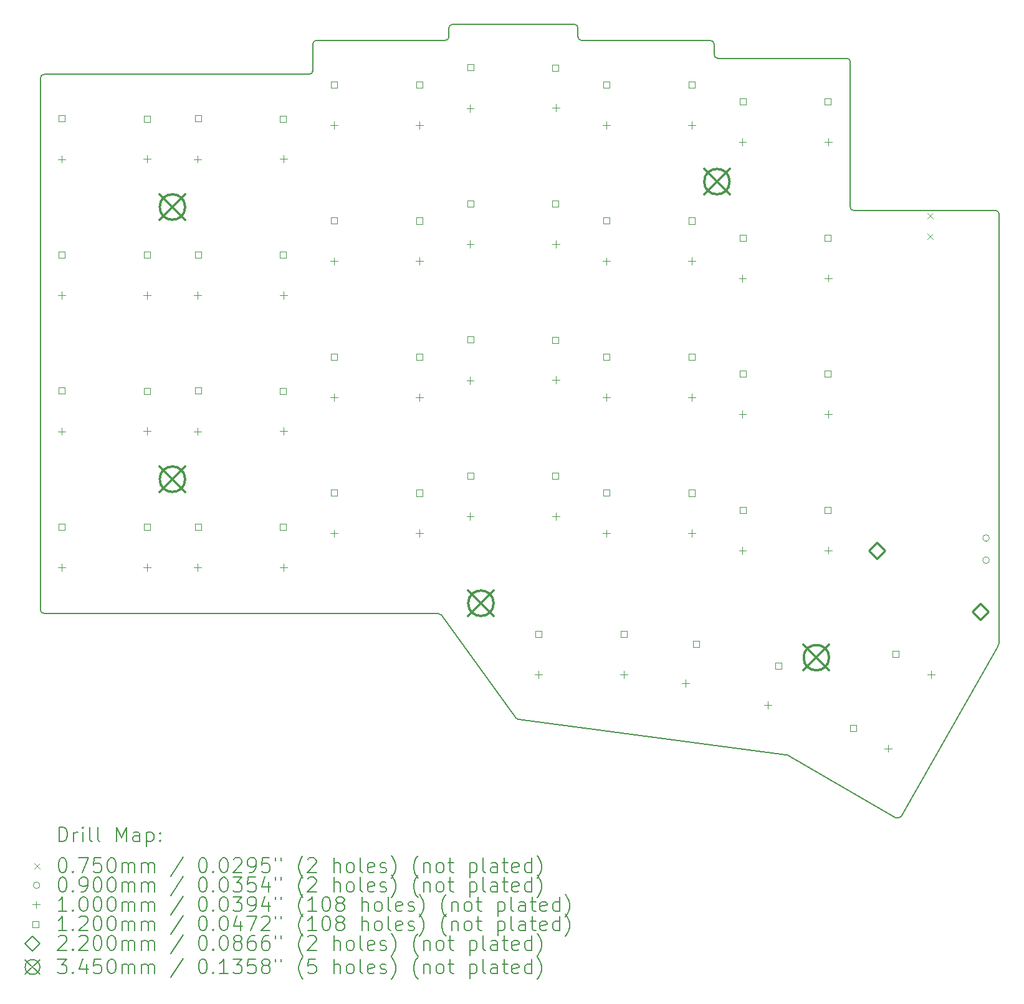
<source format=gbr>
%TF.GenerationSoftware,KiCad,Pcbnew,8.0.8+1*%
%TF.CreationDate,2025-03-02T13:35:21+00:00*%
%TF.ProjectId,zeph_wireless_autorouted,7a657068-5f77-4697-9265-6c6573735f61,0.2*%
%TF.SameCoordinates,Original*%
%TF.FileFunction,Drillmap*%
%TF.FilePolarity,Positive*%
%FSLAX45Y45*%
G04 Gerber Fmt 4.5, Leading zero omitted, Abs format (unit mm)*
G04 Created by KiCad (PCBNEW 8.0.8+1) date 2025-03-02 13:35:21*
%MOMM*%
%LPD*%
G01*
G04 APERTURE LIST*
%ADD10C,0.150000*%
%ADD11C,0.200000*%
%ADD12C,0.100000*%
%ADD13C,0.120000*%
%ADD14C,0.220000*%
%ADD15C,0.345000*%
G04 APERTURE END LIST*
D10*
X15625859Y-12342796D02*
G75*
G02*
X15591861Y-12322556I6491J49576D01*
G01*
X14731500Y-2890950D02*
X16384300Y-2890950D01*
X14681500Y-3060250D02*
X14681500Y-2940950D01*
X14681500Y-3060250D02*
G75*
G02*
X14631500Y-3110250I-50000J0D01*
G01*
X18234300Y-3110250D02*
G75*
G02*
X18284300Y-3160250I0J-50000D01*
G01*
X19259239Y-12818488D02*
G75*
G02*
X19277748Y-12824763I-6479J-49542D01*
G01*
X16484300Y-3110250D02*
G75*
G02*
X16434300Y-3060250I0J50000D01*
G01*
X20752803Y-13676386D02*
X19277748Y-12824763D01*
X20181860Y-5422750D02*
X22106800Y-5422750D01*
X16384300Y-2890950D02*
G75*
G02*
X16434300Y-2940950I0J-50000D01*
G01*
X18334296Y-3353304D02*
G75*
G02*
X18284306Y-3303304I4J49994D01*
G01*
X20181860Y-5422750D02*
G75*
G02*
X20131860Y-5372690I0J50000D01*
G01*
X12831500Y-3160250D02*
G75*
G02*
X12881500Y-3110250I50000J0D01*
G01*
X20084244Y-3353446D02*
G75*
G02*
X20134234Y-3403506I-4J-49994D01*
G01*
X14681500Y-2940950D02*
G75*
G02*
X14731500Y-2890950I50000J0D01*
G01*
X12881500Y-3110250D02*
X14631500Y-3110250D01*
X14535232Y-10899501D02*
G75*
G02*
X14575726Y-10920161I-2J-50019D01*
G01*
X22106800Y-5422750D02*
G75*
G02*
X22156800Y-5472750I0J-50000D01*
G01*
X20134240Y-3403506D02*
X20131861Y-5372690D01*
X22125300Y-11363410D02*
X20821272Y-13657791D01*
X9181701Y-10899748D02*
G75*
G02*
X9131692Y-10849749I-1J50008D01*
G01*
X18334296Y-3353304D02*
X20084244Y-3353446D01*
X22156800Y-11295452D02*
G75*
G02*
X22150103Y-11320453I-50020J3D01*
G01*
X19259239Y-12818488D02*
X15625859Y-12342796D01*
X16484300Y-3110250D02*
X18234300Y-3110250D01*
X9131501Y-3622750D02*
G75*
G02*
X9181500Y-3572751I49999J0D01*
G01*
X15591861Y-12322556D02*
X14575723Y-10920164D01*
X12831500Y-3522651D02*
G75*
G02*
X12781501Y-3572650I-50000J1D01*
G01*
X18284300Y-3160250D02*
X18284300Y-3303304D01*
X16434300Y-2940950D02*
X16434300Y-3060250D01*
X12831500Y-3522651D02*
X12831500Y-3160250D01*
X14535232Y-10899501D02*
X9181701Y-10899748D01*
X20821272Y-13657791D02*
G75*
G02*
X20752802Y-13676388I-43472J24711D01*
G01*
X9131699Y-10849749D02*
X9131501Y-3622750D01*
X22156800Y-5472750D02*
X22156800Y-11295452D01*
X9181500Y-3572749D02*
X12781501Y-3572651D01*
X22150101Y-11320452D02*
X22125300Y-11363410D01*
D11*
D12*
X21182900Y-5459750D02*
X21257900Y-5534750D01*
X21257900Y-5459750D02*
X21182900Y-5534750D01*
X21182900Y-5734750D02*
X21257900Y-5809750D01*
X21257900Y-5734750D02*
X21182900Y-5809750D01*
X22022500Y-9875000D02*
G75*
G02*
X21932500Y-9875000I-45000J0D01*
G01*
X21932500Y-9875000D02*
G75*
G02*
X22022500Y-9875000I45000J0D01*
G01*
X22022500Y-10175000D02*
G75*
G02*
X21932500Y-10175000I-45000J0D01*
G01*
X21932500Y-10175000D02*
G75*
G02*
X22022500Y-10175000I45000J0D01*
G01*
X9420000Y-4675000D02*
X9420000Y-4775000D01*
X9370000Y-4725000D02*
X9470000Y-4725000D01*
X9420000Y-4675000D02*
X9420000Y-4775000D01*
X9370000Y-4725000D02*
X9470000Y-4725000D01*
X9420000Y-6525000D02*
X9420000Y-6625000D01*
X9370000Y-6575000D02*
X9470000Y-6575000D01*
X9420000Y-6525000D02*
X9420000Y-6625000D01*
X9370000Y-6575000D02*
X9470000Y-6575000D01*
X9420000Y-8375000D02*
X9420000Y-8475000D01*
X9370000Y-8425000D02*
X9470000Y-8425000D01*
X9420000Y-8375000D02*
X9420000Y-8475000D01*
X9370000Y-8425000D02*
X9470000Y-8425000D01*
X9420000Y-10225000D02*
X9420000Y-10325000D01*
X9370000Y-10275000D02*
X9470000Y-10275000D01*
X9420000Y-10225000D02*
X9420000Y-10325000D01*
X9370000Y-10275000D02*
X9470000Y-10275000D01*
X10581900Y-4672700D02*
X10581900Y-4772700D01*
X10531900Y-4722700D02*
X10631900Y-4722700D01*
X10581900Y-4672700D02*
X10581900Y-4772700D01*
X10531900Y-4722700D02*
X10631900Y-4722700D01*
X10581900Y-6522700D02*
X10581900Y-6622700D01*
X10531900Y-6572700D02*
X10631900Y-6572700D01*
X10581900Y-6522700D02*
X10581900Y-6622700D01*
X10531900Y-6572700D02*
X10631900Y-6572700D01*
X10581900Y-8372700D02*
X10581900Y-8472700D01*
X10531900Y-8422700D02*
X10631900Y-8422700D01*
X10581900Y-8372700D02*
X10581900Y-8472700D01*
X10531900Y-8422700D02*
X10631900Y-8422700D01*
X10581900Y-10222700D02*
X10581900Y-10322700D01*
X10531900Y-10272700D02*
X10631900Y-10272700D01*
X10581900Y-10222700D02*
X10581900Y-10322700D01*
X10531900Y-10272700D02*
X10631900Y-10272700D01*
X11270000Y-4675000D02*
X11270000Y-4775000D01*
X11220000Y-4725000D02*
X11320000Y-4725000D01*
X11270000Y-4675000D02*
X11270000Y-4775000D01*
X11220000Y-4725000D02*
X11320000Y-4725000D01*
X11270000Y-6525000D02*
X11270000Y-6625000D01*
X11220000Y-6575000D02*
X11320000Y-6575000D01*
X11270000Y-6525000D02*
X11270000Y-6625000D01*
X11220000Y-6575000D02*
X11320000Y-6575000D01*
X11270000Y-8375000D02*
X11270000Y-8475000D01*
X11220000Y-8425000D02*
X11320000Y-8425000D01*
X11270000Y-8375000D02*
X11270000Y-8475000D01*
X11220000Y-8425000D02*
X11320000Y-8425000D01*
X11270000Y-10225000D02*
X11270000Y-10325000D01*
X11220000Y-10275000D02*
X11320000Y-10275000D01*
X11270000Y-10225000D02*
X11270000Y-10325000D01*
X11220000Y-10275000D02*
X11320000Y-10275000D01*
X12431900Y-4672700D02*
X12431900Y-4772700D01*
X12381900Y-4722700D02*
X12481900Y-4722700D01*
X12431900Y-4672700D02*
X12431900Y-4772700D01*
X12381900Y-4722700D02*
X12481900Y-4722700D01*
X12431900Y-6522700D02*
X12431900Y-6622700D01*
X12381900Y-6572700D02*
X12481900Y-6572700D01*
X12431900Y-6522700D02*
X12431900Y-6622700D01*
X12381900Y-6572700D02*
X12481900Y-6572700D01*
X12431900Y-8372700D02*
X12431900Y-8472700D01*
X12381900Y-8422700D02*
X12481900Y-8422700D01*
X12431900Y-8372700D02*
X12431900Y-8472700D01*
X12381900Y-8422700D02*
X12481900Y-8422700D01*
X12431900Y-10222700D02*
X12431900Y-10322700D01*
X12381900Y-10272700D02*
X12481900Y-10272700D01*
X12431900Y-10222700D02*
X12431900Y-10322700D01*
X12381900Y-10272700D02*
X12481900Y-10272700D01*
X13120000Y-4212500D02*
X13120000Y-4312500D01*
X13070000Y-4262500D02*
X13170000Y-4262500D01*
X13120000Y-4212500D02*
X13120000Y-4312500D01*
X13070000Y-4262500D02*
X13170000Y-4262500D01*
X13120000Y-6062500D02*
X13120000Y-6162500D01*
X13070000Y-6112500D02*
X13170000Y-6112500D01*
X13120000Y-6062500D02*
X13120000Y-6162500D01*
X13070000Y-6112500D02*
X13170000Y-6112500D01*
X13120000Y-7912500D02*
X13120000Y-8012500D01*
X13070000Y-7962500D02*
X13170000Y-7962500D01*
X13120000Y-7912500D02*
X13120000Y-8012500D01*
X13070000Y-7962500D02*
X13170000Y-7962500D01*
X13120000Y-9762500D02*
X13120000Y-9862500D01*
X13070000Y-9812500D02*
X13170000Y-9812500D01*
X13120000Y-9762500D02*
X13120000Y-9862500D01*
X13070000Y-9812500D02*
X13170000Y-9812500D01*
X14281900Y-4210200D02*
X14281900Y-4310200D01*
X14231900Y-4260200D02*
X14331900Y-4260200D01*
X14281900Y-4210200D02*
X14281900Y-4310200D01*
X14231900Y-4260200D02*
X14331900Y-4260200D01*
X14281900Y-6060200D02*
X14281900Y-6160200D01*
X14231900Y-6110200D02*
X14331900Y-6110200D01*
X14281900Y-6060200D02*
X14281900Y-6160200D01*
X14231900Y-6110200D02*
X14331900Y-6110200D01*
X14281900Y-7910200D02*
X14281900Y-8010200D01*
X14231900Y-7960200D02*
X14331900Y-7960200D01*
X14281900Y-7910200D02*
X14281900Y-8010200D01*
X14231900Y-7960200D02*
X14331900Y-7960200D01*
X14281900Y-9760200D02*
X14281900Y-9860200D01*
X14231900Y-9810200D02*
X14331900Y-9810200D01*
X14281900Y-9760200D02*
X14281900Y-9860200D01*
X14231900Y-9810200D02*
X14331900Y-9810200D01*
X14970000Y-3981250D02*
X14970000Y-4081250D01*
X14920000Y-4031250D02*
X15020000Y-4031250D01*
X14970000Y-3981250D02*
X14970000Y-4081250D01*
X14920000Y-4031250D02*
X15020000Y-4031250D01*
X14970000Y-5831250D02*
X14970000Y-5931250D01*
X14920000Y-5881250D02*
X15020000Y-5881250D01*
X14970000Y-5831250D02*
X14970000Y-5931250D01*
X14920000Y-5881250D02*
X15020000Y-5881250D01*
X14970000Y-7681250D02*
X14970000Y-7781250D01*
X14920000Y-7731250D02*
X15020000Y-7731250D01*
X14970000Y-7681250D02*
X14970000Y-7781250D01*
X14920000Y-7731250D02*
X15020000Y-7731250D01*
X14970000Y-9531250D02*
X14970000Y-9631250D01*
X14920000Y-9581250D02*
X15020000Y-9581250D01*
X14970000Y-9531250D02*
X14970000Y-9631250D01*
X14920000Y-9581250D02*
X15020000Y-9581250D01*
X15895000Y-11681250D02*
X15895000Y-11781250D01*
X15845000Y-11731250D02*
X15945000Y-11731250D01*
X15895000Y-11681250D02*
X15895000Y-11781250D01*
X15845000Y-11731250D02*
X15945000Y-11731250D01*
X16131900Y-3978950D02*
X16131900Y-4078950D01*
X16081900Y-4028950D02*
X16181900Y-4028950D01*
X16131900Y-3978950D02*
X16131900Y-4078950D01*
X16081900Y-4028950D02*
X16181900Y-4028950D01*
X16131900Y-5828950D02*
X16131900Y-5928950D01*
X16081900Y-5878950D02*
X16181900Y-5878950D01*
X16131900Y-5828950D02*
X16131900Y-5928950D01*
X16081900Y-5878950D02*
X16181900Y-5878950D01*
X16131900Y-7678950D02*
X16131900Y-7778950D01*
X16081900Y-7728950D02*
X16181900Y-7728950D01*
X16131900Y-7678950D02*
X16131900Y-7778950D01*
X16081900Y-7728950D02*
X16181900Y-7728950D01*
X16131900Y-9528950D02*
X16131900Y-9628950D01*
X16081900Y-9578950D02*
X16181900Y-9578950D01*
X16131900Y-9528950D02*
X16131900Y-9628950D01*
X16081900Y-9578950D02*
X16181900Y-9578950D01*
X16820000Y-4212500D02*
X16820000Y-4312500D01*
X16770000Y-4262500D02*
X16870000Y-4262500D01*
X16820000Y-4212500D02*
X16820000Y-4312500D01*
X16770000Y-4262500D02*
X16870000Y-4262500D01*
X16820000Y-6062500D02*
X16820000Y-6162500D01*
X16770000Y-6112500D02*
X16870000Y-6112500D01*
X16820000Y-6062500D02*
X16820000Y-6162500D01*
X16770000Y-6112500D02*
X16870000Y-6112500D01*
X16820000Y-7912500D02*
X16820000Y-8012500D01*
X16770000Y-7962500D02*
X16870000Y-7962500D01*
X16820000Y-7912500D02*
X16820000Y-8012500D01*
X16770000Y-7962500D02*
X16870000Y-7962500D01*
X16820000Y-9762500D02*
X16820000Y-9862500D01*
X16770000Y-9812500D02*
X16870000Y-9812500D01*
X16820000Y-9762500D02*
X16820000Y-9862500D01*
X16770000Y-9812500D02*
X16870000Y-9812500D01*
X17056900Y-11678950D02*
X17056900Y-11778950D01*
X17006900Y-11728950D02*
X17106900Y-11728950D01*
X17056900Y-11678950D02*
X17056900Y-11778950D01*
X17006900Y-11728950D02*
X17106900Y-11728950D01*
X17893588Y-11796765D02*
X17893588Y-11896765D01*
X17843588Y-11846765D02*
X17943588Y-11846765D01*
X17893588Y-11796765D02*
X17893588Y-11896765D01*
X17843588Y-11846765D02*
X17943588Y-11846765D01*
X17981900Y-4210200D02*
X17981900Y-4310200D01*
X17931900Y-4260200D02*
X18031900Y-4260200D01*
X17981900Y-4210200D02*
X17981900Y-4310200D01*
X17931900Y-4260200D02*
X18031900Y-4260200D01*
X17981900Y-6060200D02*
X17981900Y-6160200D01*
X17931900Y-6110200D02*
X18031900Y-6110200D01*
X17981900Y-6060200D02*
X17981900Y-6160200D01*
X17931900Y-6110200D02*
X18031900Y-6110200D01*
X17981900Y-7910200D02*
X17981900Y-8010200D01*
X17931900Y-7960200D02*
X18031900Y-7960200D01*
X17981900Y-7910200D02*
X17981900Y-8010200D01*
X17931900Y-7960200D02*
X18031900Y-7960200D01*
X17981900Y-9760200D02*
X17981900Y-9860200D01*
X17931900Y-9810200D02*
X18031900Y-9810200D01*
X17981900Y-9760200D02*
X17981900Y-9860200D01*
X17931900Y-9810200D02*
X18031900Y-9810200D01*
X18670000Y-4443750D02*
X18670000Y-4543750D01*
X18620000Y-4493750D02*
X18720000Y-4493750D01*
X18670000Y-4443750D02*
X18670000Y-4543750D01*
X18620000Y-4493750D02*
X18720000Y-4493750D01*
X18670000Y-6293750D02*
X18670000Y-6393750D01*
X18620000Y-6343750D02*
X18720000Y-6343750D01*
X18670000Y-6293750D02*
X18670000Y-6393750D01*
X18620000Y-6343750D02*
X18720000Y-6343750D01*
X18670000Y-8143750D02*
X18670000Y-8243750D01*
X18620000Y-8193750D02*
X18720000Y-8193750D01*
X18670000Y-8143750D02*
X18670000Y-8243750D01*
X18620000Y-8193750D02*
X18720000Y-8193750D01*
X18670000Y-9993750D02*
X18670000Y-10093750D01*
X18620000Y-10043750D02*
X18720000Y-10043750D01*
X18670000Y-9993750D02*
X18670000Y-10093750D01*
X18620000Y-10043750D02*
X18720000Y-10043750D01*
X19016492Y-12095265D02*
X19016492Y-12195265D01*
X18966492Y-12145265D02*
X19066492Y-12145265D01*
X19016492Y-12095265D02*
X19016492Y-12195265D01*
X18966492Y-12145265D02*
X19066492Y-12145265D01*
X19831900Y-4441450D02*
X19831900Y-4541450D01*
X19781900Y-4491450D02*
X19881900Y-4491450D01*
X19831900Y-4441450D02*
X19831900Y-4541450D01*
X19781900Y-4491450D02*
X19881900Y-4491450D01*
X19831900Y-6291450D02*
X19831900Y-6391450D01*
X19781900Y-6341450D02*
X19881900Y-6341450D01*
X19831900Y-6291450D02*
X19831900Y-6391450D01*
X19781900Y-6341450D02*
X19881900Y-6341450D01*
X19831900Y-8141450D02*
X19831900Y-8241450D01*
X19781900Y-8191450D02*
X19881900Y-8191450D01*
X19831900Y-8141450D02*
X19831900Y-8241450D01*
X19781900Y-8191450D02*
X19881900Y-8191450D01*
X19831900Y-9991450D02*
X19831900Y-10091450D01*
X19781900Y-10041450D02*
X19881900Y-10041450D01*
X19831900Y-9991450D02*
X19831900Y-10091450D01*
X19781900Y-10041450D02*
X19881900Y-10041450D01*
X20649537Y-12684515D02*
X20649537Y-12784515D01*
X20599537Y-12734515D02*
X20699537Y-12734515D01*
X20649537Y-12684515D02*
X20649537Y-12784515D01*
X20599537Y-12734515D02*
X20699537Y-12734515D01*
X21228495Y-11677130D02*
X21228495Y-11777130D01*
X21178495Y-11727130D02*
X21278495Y-11727130D01*
X21228495Y-11677130D02*
X21228495Y-11777130D01*
X21178495Y-11727130D02*
X21278495Y-11727130D01*
D13*
X9464327Y-4215127D02*
X9464327Y-4130273D01*
X9379473Y-4130273D01*
X9379473Y-4215127D01*
X9464327Y-4215127D01*
X9464327Y-4215127D02*
X9464327Y-4130273D01*
X9379473Y-4130273D01*
X9379473Y-4215127D01*
X9464327Y-4215127D01*
X9464327Y-6065127D02*
X9464327Y-5980273D01*
X9379473Y-5980273D01*
X9379473Y-6065127D01*
X9464327Y-6065127D01*
X9464327Y-6065127D02*
X9464327Y-5980273D01*
X9379473Y-5980273D01*
X9379473Y-6065127D01*
X9464327Y-6065127D01*
X9464327Y-7915127D02*
X9464327Y-7830273D01*
X9379473Y-7830273D01*
X9379473Y-7915127D01*
X9464327Y-7915127D01*
X9464327Y-7915127D02*
X9464327Y-7830273D01*
X9379473Y-7830273D01*
X9379473Y-7915127D01*
X9464327Y-7915127D01*
X9464327Y-9765127D02*
X9464327Y-9680273D01*
X9379473Y-9680273D01*
X9379473Y-9765127D01*
X9464327Y-9765127D01*
X9464327Y-9765127D02*
X9464327Y-9680273D01*
X9379473Y-9680273D01*
X9379473Y-9765127D01*
X9464327Y-9765127D01*
X10622427Y-4217427D02*
X10622427Y-4132573D01*
X10537573Y-4132573D01*
X10537573Y-4217427D01*
X10622427Y-4217427D01*
X10622427Y-4217427D02*
X10622427Y-4132573D01*
X10537573Y-4132573D01*
X10537573Y-4217427D01*
X10622427Y-4217427D01*
X10622427Y-6067427D02*
X10622427Y-5982573D01*
X10537573Y-5982573D01*
X10537573Y-6067427D01*
X10622427Y-6067427D01*
X10622427Y-6067427D02*
X10622427Y-5982573D01*
X10537573Y-5982573D01*
X10537573Y-6067427D01*
X10622427Y-6067427D01*
X10622427Y-7917427D02*
X10622427Y-7832573D01*
X10537573Y-7832573D01*
X10537573Y-7917427D01*
X10622427Y-7917427D01*
X10622427Y-7917427D02*
X10622427Y-7832573D01*
X10537573Y-7832573D01*
X10537573Y-7917427D01*
X10622427Y-7917427D01*
X10622427Y-9767427D02*
X10622427Y-9682573D01*
X10537573Y-9682573D01*
X10537573Y-9767427D01*
X10622427Y-9767427D01*
X10622427Y-9767427D02*
X10622427Y-9682573D01*
X10537573Y-9682573D01*
X10537573Y-9767427D01*
X10622427Y-9767427D01*
X11314327Y-4215127D02*
X11314327Y-4130273D01*
X11229473Y-4130273D01*
X11229473Y-4215127D01*
X11314327Y-4215127D01*
X11314327Y-4215127D02*
X11314327Y-4130273D01*
X11229473Y-4130273D01*
X11229473Y-4215127D01*
X11314327Y-4215127D01*
X11314327Y-6065127D02*
X11314327Y-5980273D01*
X11229473Y-5980273D01*
X11229473Y-6065127D01*
X11314327Y-6065127D01*
X11314327Y-6065127D02*
X11314327Y-5980273D01*
X11229473Y-5980273D01*
X11229473Y-6065127D01*
X11314327Y-6065127D01*
X11314327Y-7915127D02*
X11314327Y-7830273D01*
X11229473Y-7830273D01*
X11229473Y-7915127D01*
X11314327Y-7915127D01*
X11314327Y-7915127D02*
X11314327Y-7830273D01*
X11229473Y-7830273D01*
X11229473Y-7915127D01*
X11314327Y-7915127D01*
X11314327Y-9765127D02*
X11314327Y-9680273D01*
X11229473Y-9680273D01*
X11229473Y-9765127D01*
X11314327Y-9765127D01*
X11314327Y-9765127D02*
X11314327Y-9680273D01*
X11229473Y-9680273D01*
X11229473Y-9765127D01*
X11314327Y-9765127D01*
X12472427Y-4217427D02*
X12472427Y-4132573D01*
X12387573Y-4132573D01*
X12387573Y-4217427D01*
X12472427Y-4217427D01*
X12472427Y-4217427D02*
X12472427Y-4132573D01*
X12387573Y-4132573D01*
X12387573Y-4217427D01*
X12472427Y-4217427D01*
X12472427Y-6067427D02*
X12472427Y-5982573D01*
X12387573Y-5982573D01*
X12387573Y-6067427D01*
X12472427Y-6067427D01*
X12472427Y-6067427D02*
X12472427Y-5982573D01*
X12387573Y-5982573D01*
X12387573Y-6067427D01*
X12472427Y-6067427D01*
X12472427Y-7917427D02*
X12472427Y-7832573D01*
X12387573Y-7832573D01*
X12387573Y-7917427D01*
X12472427Y-7917427D01*
X12472427Y-7917427D02*
X12472427Y-7832573D01*
X12387573Y-7832573D01*
X12387573Y-7917427D01*
X12472427Y-7917427D01*
X12472427Y-9767427D02*
X12472427Y-9682573D01*
X12387573Y-9682573D01*
X12387573Y-9767427D01*
X12472427Y-9767427D01*
X12472427Y-9767427D02*
X12472427Y-9682573D01*
X12387573Y-9682573D01*
X12387573Y-9767427D01*
X12472427Y-9767427D01*
X13164327Y-3752627D02*
X13164327Y-3667773D01*
X13079473Y-3667773D01*
X13079473Y-3752627D01*
X13164327Y-3752627D01*
X13164327Y-3752627D02*
X13164327Y-3667773D01*
X13079473Y-3667773D01*
X13079473Y-3752627D01*
X13164327Y-3752627D01*
X13164327Y-5602627D02*
X13164327Y-5517773D01*
X13079473Y-5517773D01*
X13079473Y-5602627D01*
X13164327Y-5602627D01*
X13164327Y-5602627D02*
X13164327Y-5517773D01*
X13079473Y-5517773D01*
X13079473Y-5602627D01*
X13164327Y-5602627D01*
X13164327Y-7452627D02*
X13164327Y-7367773D01*
X13079473Y-7367773D01*
X13079473Y-7452627D01*
X13164327Y-7452627D01*
X13164327Y-7452627D02*
X13164327Y-7367773D01*
X13079473Y-7367773D01*
X13079473Y-7452627D01*
X13164327Y-7452627D01*
X13164327Y-9302627D02*
X13164327Y-9217773D01*
X13079473Y-9217773D01*
X13079473Y-9302627D01*
X13164327Y-9302627D01*
X13164327Y-9302627D02*
X13164327Y-9217773D01*
X13079473Y-9217773D01*
X13079473Y-9302627D01*
X13164327Y-9302627D01*
X14322427Y-3754927D02*
X14322427Y-3670073D01*
X14237573Y-3670073D01*
X14237573Y-3754927D01*
X14322427Y-3754927D01*
X14322427Y-3754927D02*
X14322427Y-3670073D01*
X14237573Y-3670073D01*
X14237573Y-3754927D01*
X14322427Y-3754927D01*
X14322427Y-5604927D02*
X14322427Y-5520073D01*
X14237573Y-5520073D01*
X14237573Y-5604927D01*
X14322427Y-5604927D01*
X14322427Y-5604927D02*
X14322427Y-5520073D01*
X14237573Y-5520073D01*
X14237573Y-5604927D01*
X14322427Y-5604927D01*
X14322427Y-7454927D02*
X14322427Y-7370073D01*
X14237573Y-7370073D01*
X14237573Y-7454927D01*
X14322427Y-7454927D01*
X14322427Y-7454927D02*
X14322427Y-7370073D01*
X14237573Y-7370073D01*
X14237573Y-7454927D01*
X14322427Y-7454927D01*
X14322427Y-9304927D02*
X14322427Y-9220073D01*
X14237573Y-9220073D01*
X14237573Y-9304927D01*
X14322427Y-9304927D01*
X14322427Y-9304927D02*
X14322427Y-9220073D01*
X14237573Y-9220073D01*
X14237573Y-9304927D01*
X14322427Y-9304927D01*
X15014327Y-3521377D02*
X15014327Y-3436523D01*
X14929473Y-3436523D01*
X14929473Y-3521377D01*
X15014327Y-3521377D01*
X15014327Y-3521377D02*
X15014327Y-3436523D01*
X14929473Y-3436523D01*
X14929473Y-3521377D01*
X15014327Y-3521377D01*
X15014327Y-5371377D02*
X15014327Y-5286523D01*
X14929473Y-5286523D01*
X14929473Y-5371377D01*
X15014327Y-5371377D01*
X15014327Y-5371377D02*
X15014327Y-5286523D01*
X14929473Y-5286523D01*
X14929473Y-5371377D01*
X15014327Y-5371377D01*
X15014327Y-7221377D02*
X15014327Y-7136523D01*
X14929473Y-7136523D01*
X14929473Y-7221377D01*
X15014327Y-7221377D01*
X15014327Y-7221377D02*
X15014327Y-7136523D01*
X14929473Y-7136523D01*
X14929473Y-7221377D01*
X15014327Y-7221377D01*
X15014327Y-9071377D02*
X15014327Y-8986523D01*
X14929473Y-8986523D01*
X14929473Y-9071377D01*
X15014327Y-9071377D01*
X15014327Y-9071377D02*
X15014327Y-8986523D01*
X14929473Y-8986523D01*
X14929473Y-9071377D01*
X15014327Y-9071377D01*
X15939327Y-11221377D02*
X15939327Y-11136523D01*
X15854473Y-11136523D01*
X15854473Y-11221377D01*
X15939327Y-11221377D01*
X15939327Y-11221377D02*
X15939327Y-11136523D01*
X15854473Y-11136523D01*
X15854473Y-11221377D01*
X15939327Y-11221377D01*
X16172427Y-3523677D02*
X16172427Y-3438823D01*
X16087573Y-3438823D01*
X16087573Y-3523677D01*
X16172427Y-3523677D01*
X16172427Y-3523677D02*
X16172427Y-3438823D01*
X16087573Y-3438823D01*
X16087573Y-3523677D01*
X16172427Y-3523677D01*
X16172427Y-5373677D02*
X16172427Y-5288823D01*
X16087573Y-5288823D01*
X16087573Y-5373677D01*
X16172427Y-5373677D01*
X16172427Y-5373677D02*
X16172427Y-5288823D01*
X16087573Y-5288823D01*
X16087573Y-5373677D01*
X16172427Y-5373677D01*
X16172427Y-7223677D02*
X16172427Y-7138823D01*
X16087573Y-7138823D01*
X16087573Y-7223677D01*
X16172427Y-7223677D01*
X16172427Y-7223677D02*
X16172427Y-7138823D01*
X16087573Y-7138823D01*
X16087573Y-7223677D01*
X16172427Y-7223677D01*
X16172427Y-9073677D02*
X16172427Y-8988823D01*
X16087573Y-8988823D01*
X16087573Y-9073677D01*
X16172427Y-9073677D01*
X16172427Y-9073677D02*
X16172427Y-8988823D01*
X16087573Y-8988823D01*
X16087573Y-9073677D01*
X16172427Y-9073677D01*
X16864327Y-3752627D02*
X16864327Y-3667773D01*
X16779473Y-3667773D01*
X16779473Y-3752627D01*
X16864327Y-3752627D01*
X16864327Y-3752627D02*
X16864327Y-3667773D01*
X16779473Y-3667773D01*
X16779473Y-3752627D01*
X16864327Y-3752627D01*
X16864327Y-5602627D02*
X16864327Y-5517773D01*
X16779473Y-5517773D01*
X16779473Y-5602627D01*
X16864327Y-5602627D01*
X16864327Y-5602627D02*
X16864327Y-5517773D01*
X16779473Y-5517773D01*
X16779473Y-5602627D01*
X16864327Y-5602627D01*
X16864327Y-7452627D02*
X16864327Y-7367773D01*
X16779473Y-7367773D01*
X16779473Y-7452627D01*
X16864327Y-7452627D01*
X16864327Y-7452627D02*
X16864327Y-7367773D01*
X16779473Y-7367773D01*
X16779473Y-7452627D01*
X16864327Y-7452627D01*
X16864327Y-9302627D02*
X16864327Y-9217773D01*
X16779473Y-9217773D01*
X16779473Y-9302627D01*
X16864327Y-9302627D01*
X16864327Y-9302627D02*
X16864327Y-9217773D01*
X16779473Y-9217773D01*
X16779473Y-9302627D01*
X16864327Y-9302627D01*
X17097427Y-11223677D02*
X17097427Y-11138823D01*
X17012573Y-11138823D01*
X17012573Y-11223677D01*
X17097427Y-11223677D01*
X17097427Y-11223677D02*
X17097427Y-11138823D01*
X17012573Y-11138823D01*
X17012573Y-11223677D01*
X17097427Y-11223677D01*
X18022427Y-3754927D02*
X18022427Y-3670073D01*
X17937573Y-3670073D01*
X17937573Y-3754927D01*
X18022427Y-3754927D01*
X18022427Y-3754927D02*
X18022427Y-3670073D01*
X17937573Y-3670073D01*
X17937573Y-3754927D01*
X18022427Y-3754927D01*
X18022427Y-5604927D02*
X18022427Y-5520073D01*
X17937573Y-5520073D01*
X17937573Y-5604927D01*
X18022427Y-5604927D01*
X18022427Y-5604927D02*
X18022427Y-5520073D01*
X17937573Y-5520073D01*
X17937573Y-5604927D01*
X18022427Y-5604927D01*
X18022427Y-7454927D02*
X18022427Y-7370073D01*
X17937573Y-7370073D01*
X17937573Y-7454927D01*
X18022427Y-7454927D01*
X18022427Y-7454927D02*
X18022427Y-7370073D01*
X17937573Y-7370073D01*
X17937573Y-7454927D01*
X18022427Y-7454927D01*
X18022427Y-9304927D02*
X18022427Y-9220073D01*
X17937573Y-9220073D01*
X17937573Y-9304927D01*
X18022427Y-9304927D01*
X18022427Y-9304927D02*
X18022427Y-9220073D01*
X17937573Y-9220073D01*
X17937573Y-9304927D01*
X18022427Y-9304927D01*
X18080796Y-11356202D02*
X18080796Y-11271349D01*
X17995942Y-11271349D01*
X17995942Y-11356202D01*
X18080796Y-11356202D01*
X18080796Y-11356202D02*
X18080796Y-11271349D01*
X17995942Y-11271349D01*
X17995942Y-11356202D01*
X18080796Y-11356202D01*
X18714327Y-3983877D02*
X18714327Y-3899023D01*
X18629473Y-3899023D01*
X18629473Y-3983877D01*
X18714327Y-3983877D01*
X18714327Y-3983877D02*
X18714327Y-3899023D01*
X18629473Y-3899023D01*
X18629473Y-3983877D01*
X18714327Y-3983877D01*
X18714327Y-5833877D02*
X18714327Y-5749023D01*
X18629473Y-5749023D01*
X18629473Y-5833877D01*
X18714327Y-5833877D01*
X18714327Y-5833877D02*
X18714327Y-5749023D01*
X18629473Y-5749023D01*
X18629473Y-5833877D01*
X18714327Y-5833877D01*
X18714327Y-7683877D02*
X18714327Y-7599023D01*
X18629473Y-7599023D01*
X18629473Y-7683877D01*
X18714327Y-7683877D01*
X18714327Y-7683877D02*
X18714327Y-7599023D01*
X18629473Y-7599023D01*
X18629473Y-7683877D01*
X18714327Y-7683877D01*
X18714327Y-9533877D02*
X18714327Y-9449023D01*
X18629473Y-9449023D01*
X18629473Y-9533877D01*
X18714327Y-9533877D01*
X18714327Y-9533877D02*
X18714327Y-9449023D01*
X18629473Y-9449023D01*
X18629473Y-9533877D01*
X18714327Y-9533877D01*
X19198839Y-11658162D02*
X19198839Y-11573309D01*
X19113985Y-11573309D01*
X19113985Y-11658162D01*
X19198839Y-11658162D01*
X19198839Y-11658162D02*
X19198839Y-11573309D01*
X19113985Y-11573309D01*
X19113985Y-11658162D01*
X19198839Y-11658162D01*
X19872427Y-3986177D02*
X19872427Y-3901323D01*
X19787573Y-3901323D01*
X19787573Y-3986177D01*
X19872427Y-3986177D01*
X19872427Y-3986177D02*
X19872427Y-3901323D01*
X19787573Y-3901323D01*
X19787573Y-3986177D01*
X19872427Y-3986177D01*
X19872427Y-5836177D02*
X19872427Y-5751323D01*
X19787573Y-5751323D01*
X19787573Y-5836177D01*
X19872427Y-5836177D01*
X19872427Y-5836177D02*
X19872427Y-5751323D01*
X19787573Y-5751323D01*
X19787573Y-5836177D01*
X19872427Y-5836177D01*
X19872427Y-7686177D02*
X19872427Y-7601323D01*
X19787573Y-7601323D01*
X19787573Y-7686177D01*
X19872427Y-7686177D01*
X19872427Y-7686177D02*
X19872427Y-7601323D01*
X19787573Y-7601323D01*
X19787573Y-7686177D01*
X19872427Y-7686177D01*
X19872427Y-9536177D02*
X19872427Y-9451323D01*
X19787573Y-9451323D01*
X19787573Y-9536177D01*
X19872427Y-9536177D01*
X19872427Y-9536177D02*
X19872427Y-9451323D01*
X19787573Y-9451323D01*
X19787573Y-9536177D01*
X19872427Y-9536177D01*
X20214608Y-12499146D02*
X20214608Y-12414292D01*
X20129754Y-12414292D01*
X20129754Y-12499146D01*
X20214608Y-12499146D01*
X20214608Y-12499146D02*
X20214608Y-12414292D01*
X20129754Y-12414292D01*
X20129754Y-12499146D01*
X20214608Y-12499146D01*
X20795650Y-11497352D02*
X20795650Y-11412498D01*
X20710796Y-11412498D01*
X20710796Y-11497352D01*
X20795650Y-11497352D01*
X20795650Y-11497352D02*
X20795650Y-11412498D01*
X20710796Y-11412498D01*
X20710796Y-11497352D01*
X20795650Y-11497352D01*
D14*
X20492700Y-10156350D02*
X20602700Y-10046350D01*
X20492700Y-9936350D01*
X20382700Y-10046350D01*
X20492700Y-10156350D01*
X21896900Y-10985750D02*
X22006900Y-10875750D01*
X21896900Y-10765750D01*
X21786900Y-10875750D01*
X21896900Y-10985750D01*
D15*
X10752500Y-5202500D02*
X11097500Y-5547500D01*
X11097500Y-5202500D02*
X10752500Y-5547500D01*
X11097500Y-5375000D02*
G75*
G02*
X10752500Y-5375000I-172500J0D01*
G01*
X10752500Y-5375000D02*
G75*
G02*
X11097500Y-5375000I172500J0D01*
G01*
X10752500Y-8902500D02*
X11097500Y-9247500D01*
X11097500Y-8902500D02*
X10752500Y-9247500D01*
X11097500Y-9075000D02*
G75*
G02*
X10752500Y-9075000I-172500J0D01*
G01*
X10752500Y-9075000D02*
G75*
G02*
X11097500Y-9075000I172500J0D01*
G01*
X14943200Y-10589000D02*
X15288200Y-10934000D01*
X15288200Y-10589000D02*
X14943200Y-10934000D01*
X15288200Y-10761500D02*
G75*
G02*
X14943200Y-10761500I-172500J0D01*
G01*
X14943200Y-10761500D02*
G75*
G02*
X15288200Y-10761500I172500J0D01*
G01*
X18149300Y-4857350D02*
X18494300Y-5202350D01*
X18494300Y-4857350D02*
X18149300Y-5202350D01*
X18494300Y-5029850D02*
G75*
G02*
X18149300Y-5029850I-172500J0D01*
G01*
X18149300Y-5029850D02*
G75*
G02*
X18494300Y-5029850I172500J0D01*
G01*
X19499960Y-11328170D02*
X19844960Y-11673170D01*
X19844960Y-11328170D02*
X19499960Y-11673170D01*
X19844960Y-11500670D02*
G75*
G02*
X19499960Y-11500670I-172500J0D01*
G01*
X19499960Y-11500670D02*
G75*
G02*
X19844960Y-11500670I172500J0D01*
G01*
D11*
X9384778Y-14002069D02*
X9384778Y-13802069D01*
X9384778Y-13802069D02*
X9432397Y-13802069D01*
X9432397Y-13802069D02*
X9460969Y-13811592D01*
X9460969Y-13811592D02*
X9480016Y-13830640D01*
X9480016Y-13830640D02*
X9489540Y-13849688D01*
X9489540Y-13849688D02*
X9499064Y-13887783D01*
X9499064Y-13887783D02*
X9499064Y-13916354D01*
X9499064Y-13916354D02*
X9489540Y-13954449D01*
X9489540Y-13954449D02*
X9480016Y-13973497D01*
X9480016Y-13973497D02*
X9460969Y-13992545D01*
X9460969Y-13992545D02*
X9432397Y-14002069D01*
X9432397Y-14002069D02*
X9384778Y-14002069D01*
X9584778Y-14002069D02*
X9584778Y-13868735D01*
X9584778Y-13906830D02*
X9594302Y-13887783D01*
X9594302Y-13887783D02*
X9603826Y-13878259D01*
X9603826Y-13878259D02*
X9622873Y-13868735D01*
X9622873Y-13868735D02*
X9641921Y-13868735D01*
X9708588Y-14002069D02*
X9708588Y-13868735D01*
X9708588Y-13802069D02*
X9699064Y-13811592D01*
X9699064Y-13811592D02*
X9708588Y-13821116D01*
X9708588Y-13821116D02*
X9718112Y-13811592D01*
X9718112Y-13811592D02*
X9708588Y-13802069D01*
X9708588Y-13802069D02*
X9708588Y-13821116D01*
X9832397Y-14002069D02*
X9813350Y-13992545D01*
X9813350Y-13992545D02*
X9803826Y-13973497D01*
X9803826Y-13973497D02*
X9803826Y-13802069D01*
X9937159Y-14002069D02*
X9918112Y-13992545D01*
X9918112Y-13992545D02*
X9908588Y-13973497D01*
X9908588Y-13973497D02*
X9908588Y-13802069D01*
X10165731Y-14002069D02*
X10165731Y-13802069D01*
X10165731Y-13802069D02*
X10232397Y-13944926D01*
X10232397Y-13944926D02*
X10299064Y-13802069D01*
X10299064Y-13802069D02*
X10299064Y-14002069D01*
X10480016Y-14002069D02*
X10480016Y-13897307D01*
X10480016Y-13897307D02*
X10470493Y-13878259D01*
X10470493Y-13878259D02*
X10451445Y-13868735D01*
X10451445Y-13868735D02*
X10413350Y-13868735D01*
X10413350Y-13868735D02*
X10394302Y-13878259D01*
X10480016Y-13992545D02*
X10460969Y-14002069D01*
X10460969Y-14002069D02*
X10413350Y-14002069D01*
X10413350Y-14002069D02*
X10394302Y-13992545D01*
X10394302Y-13992545D02*
X10384778Y-13973497D01*
X10384778Y-13973497D02*
X10384778Y-13954449D01*
X10384778Y-13954449D02*
X10394302Y-13935402D01*
X10394302Y-13935402D02*
X10413350Y-13925878D01*
X10413350Y-13925878D02*
X10460969Y-13925878D01*
X10460969Y-13925878D02*
X10480016Y-13916354D01*
X10575254Y-13868735D02*
X10575254Y-14068735D01*
X10575254Y-13878259D02*
X10594302Y-13868735D01*
X10594302Y-13868735D02*
X10632397Y-13868735D01*
X10632397Y-13868735D02*
X10651445Y-13878259D01*
X10651445Y-13878259D02*
X10660969Y-13887783D01*
X10660969Y-13887783D02*
X10670493Y-13906830D01*
X10670493Y-13906830D02*
X10670493Y-13963973D01*
X10670493Y-13963973D02*
X10660969Y-13983021D01*
X10660969Y-13983021D02*
X10651445Y-13992545D01*
X10651445Y-13992545D02*
X10632397Y-14002069D01*
X10632397Y-14002069D02*
X10594302Y-14002069D01*
X10594302Y-14002069D02*
X10575254Y-13992545D01*
X10756207Y-13983021D02*
X10765731Y-13992545D01*
X10765731Y-13992545D02*
X10756207Y-14002069D01*
X10756207Y-14002069D02*
X10746683Y-13992545D01*
X10746683Y-13992545D02*
X10756207Y-13983021D01*
X10756207Y-13983021D02*
X10756207Y-14002069D01*
X10756207Y-13878259D02*
X10765731Y-13887783D01*
X10765731Y-13887783D02*
X10756207Y-13897307D01*
X10756207Y-13897307D02*
X10746683Y-13887783D01*
X10746683Y-13887783D02*
X10756207Y-13878259D01*
X10756207Y-13878259D02*
X10756207Y-13897307D01*
D12*
X9049001Y-14293085D02*
X9124001Y-14368085D01*
X9124001Y-14293085D02*
X9049001Y-14368085D01*
D11*
X9422873Y-14222069D02*
X9441921Y-14222069D01*
X9441921Y-14222069D02*
X9460969Y-14231592D01*
X9460969Y-14231592D02*
X9470493Y-14241116D01*
X9470493Y-14241116D02*
X9480016Y-14260164D01*
X9480016Y-14260164D02*
X9489540Y-14298259D01*
X9489540Y-14298259D02*
X9489540Y-14345878D01*
X9489540Y-14345878D02*
X9480016Y-14383973D01*
X9480016Y-14383973D02*
X9470493Y-14403021D01*
X9470493Y-14403021D02*
X9460969Y-14412545D01*
X9460969Y-14412545D02*
X9441921Y-14422069D01*
X9441921Y-14422069D02*
X9422873Y-14422069D01*
X9422873Y-14422069D02*
X9403826Y-14412545D01*
X9403826Y-14412545D02*
X9394302Y-14403021D01*
X9394302Y-14403021D02*
X9384778Y-14383973D01*
X9384778Y-14383973D02*
X9375254Y-14345878D01*
X9375254Y-14345878D02*
X9375254Y-14298259D01*
X9375254Y-14298259D02*
X9384778Y-14260164D01*
X9384778Y-14260164D02*
X9394302Y-14241116D01*
X9394302Y-14241116D02*
X9403826Y-14231592D01*
X9403826Y-14231592D02*
X9422873Y-14222069D01*
X9575254Y-14403021D02*
X9584778Y-14412545D01*
X9584778Y-14412545D02*
X9575254Y-14422069D01*
X9575254Y-14422069D02*
X9565731Y-14412545D01*
X9565731Y-14412545D02*
X9575254Y-14403021D01*
X9575254Y-14403021D02*
X9575254Y-14422069D01*
X9651445Y-14222069D02*
X9784778Y-14222069D01*
X9784778Y-14222069D02*
X9699064Y-14422069D01*
X9956207Y-14222069D02*
X9860969Y-14222069D01*
X9860969Y-14222069D02*
X9851445Y-14317307D01*
X9851445Y-14317307D02*
X9860969Y-14307783D01*
X9860969Y-14307783D02*
X9880016Y-14298259D01*
X9880016Y-14298259D02*
X9927635Y-14298259D01*
X9927635Y-14298259D02*
X9946683Y-14307783D01*
X9946683Y-14307783D02*
X9956207Y-14317307D01*
X9956207Y-14317307D02*
X9965731Y-14336354D01*
X9965731Y-14336354D02*
X9965731Y-14383973D01*
X9965731Y-14383973D02*
X9956207Y-14403021D01*
X9956207Y-14403021D02*
X9946683Y-14412545D01*
X9946683Y-14412545D02*
X9927635Y-14422069D01*
X9927635Y-14422069D02*
X9880016Y-14422069D01*
X9880016Y-14422069D02*
X9860969Y-14412545D01*
X9860969Y-14412545D02*
X9851445Y-14403021D01*
X10089540Y-14222069D02*
X10108588Y-14222069D01*
X10108588Y-14222069D02*
X10127635Y-14231592D01*
X10127635Y-14231592D02*
X10137159Y-14241116D01*
X10137159Y-14241116D02*
X10146683Y-14260164D01*
X10146683Y-14260164D02*
X10156207Y-14298259D01*
X10156207Y-14298259D02*
X10156207Y-14345878D01*
X10156207Y-14345878D02*
X10146683Y-14383973D01*
X10146683Y-14383973D02*
X10137159Y-14403021D01*
X10137159Y-14403021D02*
X10127635Y-14412545D01*
X10127635Y-14412545D02*
X10108588Y-14422069D01*
X10108588Y-14422069D02*
X10089540Y-14422069D01*
X10089540Y-14422069D02*
X10070493Y-14412545D01*
X10070493Y-14412545D02*
X10060969Y-14403021D01*
X10060969Y-14403021D02*
X10051445Y-14383973D01*
X10051445Y-14383973D02*
X10041921Y-14345878D01*
X10041921Y-14345878D02*
X10041921Y-14298259D01*
X10041921Y-14298259D02*
X10051445Y-14260164D01*
X10051445Y-14260164D02*
X10060969Y-14241116D01*
X10060969Y-14241116D02*
X10070493Y-14231592D01*
X10070493Y-14231592D02*
X10089540Y-14222069D01*
X10241921Y-14422069D02*
X10241921Y-14288735D01*
X10241921Y-14307783D02*
X10251445Y-14298259D01*
X10251445Y-14298259D02*
X10270493Y-14288735D01*
X10270493Y-14288735D02*
X10299064Y-14288735D01*
X10299064Y-14288735D02*
X10318112Y-14298259D01*
X10318112Y-14298259D02*
X10327635Y-14317307D01*
X10327635Y-14317307D02*
X10327635Y-14422069D01*
X10327635Y-14317307D02*
X10337159Y-14298259D01*
X10337159Y-14298259D02*
X10356207Y-14288735D01*
X10356207Y-14288735D02*
X10384778Y-14288735D01*
X10384778Y-14288735D02*
X10403826Y-14298259D01*
X10403826Y-14298259D02*
X10413350Y-14317307D01*
X10413350Y-14317307D02*
X10413350Y-14422069D01*
X10508588Y-14422069D02*
X10508588Y-14288735D01*
X10508588Y-14307783D02*
X10518112Y-14298259D01*
X10518112Y-14298259D02*
X10537159Y-14288735D01*
X10537159Y-14288735D02*
X10565731Y-14288735D01*
X10565731Y-14288735D02*
X10584778Y-14298259D01*
X10584778Y-14298259D02*
X10594302Y-14317307D01*
X10594302Y-14317307D02*
X10594302Y-14422069D01*
X10594302Y-14317307D02*
X10603826Y-14298259D01*
X10603826Y-14298259D02*
X10622874Y-14288735D01*
X10622874Y-14288735D02*
X10651445Y-14288735D01*
X10651445Y-14288735D02*
X10670493Y-14298259D01*
X10670493Y-14298259D02*
X10680016Y-14317307D01*
X10680016Y-14317307D02*
X10680016Y-14422069D01*
X11070493Y-14212545D02*
X10899064Y-14469688D01*
X11327635Y-14222069D02*
X11346683Y-14222069D01*
X11346683Y-14222069D02*
X11365731Y-14231592D01*
X11365731Y-14231592D02*
X11375255Y-14241116D01*
X11375255Y-14241116D02*
X11384778Y-14260164D01*
X11384778Y-14260164D02*
X11394302Y-14298259D01*
X11394302Y-14298259D02*
X11394302Y-14345878D01*
X11394302Y-14345878D02*
X11384778Y-14383973D01*
X11384778Y-14383973D02*
X11375255Y-14403021D01*
X11375255Y-14403021D02*
X11365731Y-14412545D01*
X11365731Y-14412545D02*
X11346683Y-14422069D01*
X11346683Y-14422069D02*
X11327635Y-14422069D01*
X11327635Y-14422069D02*
X11308588Y-14412545D01*
X11308588Y-14412545D02*
X11299064Y-14403021D01*
X11299064Y-14403021D02*
X11289540Y-14383973D01*
X11289540Y-14383973D02*
X11280016Y-14345878D01*
X11280016Y-14345878D02*
X11280016Y-14298259D01*
X11280016Y-14298259D02*
X11289540Y-14260164D01*
X11289540Y-14260164D02*
X11299064Y-14241116D01*
X11299064Y-14241116D02*
X11308588Y-14231592D01*
X11308588Y-14231592D02*
X11327635Y-14222069D01*
X11480016Y-14403021D02*
X11489540Y-14412545D01*
X11489540Y-14412545D02*
X11480016Y-14422069D01*
X11480016Y-14422069D02*
X11470493Y-14412545D01*
X11470493Y-14412545D02*
X11480016Y-14403021D01*
X11480016Y-14403021D02*
X11480016Y-14422069D01*
X11613350Y-14222069D02*
X11632397Y-14222069D01*
X11632397Y-14222069D02*
X11651445Y-14231592D01*
X11651445Y-14231592D02*
X11660969Y-14241116D01*
X11660969Y-14241116D02*
X11670493Y-14260164D01*
X11670493Y-14260164D02*
X11680016Y-14298259D01*
X11680016Y-14298259D02*
X11680016Y-14345878D01*
X11680016Y-14345878D02*
X11670493Y-14383973D01*
X11670493Y-14383973D02*
X11660969Y-14403021D01*
X11660969Y-14403021D02*
X11651445Y-14412545D01*
X11651445Y-14412545D02*
X11632397Y-14422069D01*
X11632397Y-14422069D02*
X11613350Y-14422069D01*
X11613350Y-14422069D02*
X11594302Y-14412545D01*
X11594302Y-14412545D02*
X11584778Y-14403021D01*
X11584778Y-14403021D02*
X11575255Y-14383973D01*
X11575255Y-14383973D02*
X11565731Y-14345878D01*
X11565731Y-14345878D02*
X11565731Y-14298259D01*
X11565731Y-14298259D02*
X11575255Y-14260164D01*
X11575255Y-14260164D02*
X11584778Y-14241116D01*
X11584778Y-14241116D02*
X11594302Y-14231592D01*
X11594302Y-14231592D02*
X11613350Y-14222069D01*
X11756207Y-14241116D02*
X11765731Y-14231592D01*
X11765731Y-14231592D02*
X11784778Y-14222069D01*
X11784778Y-14222069D02*
X11832397Y-14222069D01*
X11832397Y-14222069D02*
X11851445Y-14231592D01*
X11851445Y-14231592D02*
X11860969Y-14241116D01*
X11860969Y-14241116D02*
X11870493Y-14260164D01*
X11870493Y-14260164D02*
X11870493Y-14279211D01*
X11870493Y-14279211D02*
X11860969Y-14307783D01*
X11860969Y-14307783D02*
X11746683Y-14422069D01*
X11746683Y-14422069D02*
X11870493Y-14422069D01*
X11965731Y-14422069D02*
X12003826Y-14422069D01*
X12003826Y-14422069D02*
X12022874Y-14412545D01*
X12022874Y-14412545D02*
X12032397Y-14403021D01*
X12032397Y-14403021D02*
X12051445Y-14374449D01*
X12051445Y-14374449D02*
X12060969Y-14336354D01*
X12060969Y-14336354D02*
X12060969Y-14260164D01*
X12060969Y-14260164D02*
X12051445Y-14241116D01*
X12051445Y-14241116D02*
X12041921Y-14231592D01*
X12041921Y-14231592D02*
X12022874Y-14222069D01*
X12022874Y-14222069D02*
X11984778Y-14222069D01*
X11984778Y-14222069D02*
X11965731Y-14231592D01*
X11965731Y-14231592D02*
X11956207Y-14241116D01*
X11956207Y-14241116D02*
X11946683Y-14260164D01*
X11946683Y-14260164D02*
X11946683Y-14307783D01*
X11946683Y-14307783D02*
X11956207Y-14326830D01*
X11956207Y-14326830D02*
X11965731Y-14336354D01*
X11965731Y-14336354D02*
X11984778Y-14345878D01*
X11984778Y-14345878D02*
X12022874Y-14345878D01*
X12022874Y-14345878D02*
X12041921Y-14336354D01*
X12041921Y-14336354D02*
X12051445Y-14326830D01*
X12051445Y-14326830D02*
X12060969Y-14307783D01*
X12241921Y-14222069D02*
X12146683Y-14222069D01*
X12146683Y-14222069D02*
X12137159Y-14317307D01*
X12137159Y-14317307D02*
X12146683Y-14307783D01*
X12146683Y-14307783D02*
X12165731Y-14298259D01*
X12165731Y-14298259D02*
X12213350Y-14298259D01*
X12213350Y-14298259D02*
X12232397Y-14307783D01*
X12232397Y-14307783D02*
X12241921Y-14317307D01*
X12241921Y-14317307D02*
X12251445Y-14336354D01*
X12251445Y-14336354D02*
X12251445Y-14383973D01*
X12251445Y-14383973D02*
X12241921Y-14403021D01*
X12241921Y-14403021D02*
X12232397Y-14412545D01*
X12232397Y-14412545D02*
X12213350Y-14422069D01*
X12213350Y-14422069D02*
X12165731Y-14422069D01*
X12165731Y-14422069D02*
X12146683Y-14412545D01*
X12146683Y-14412545D02*
X12137159Y-14403021D01*
X12327636Y-14222069D02*
X12327636Y-14260164D01*
X12403826Y-14222069D02*
X12403826Y-14260164D01*
X12699064Y-14498259D02*
X12689540Y-14488735D01*
X12689540Y-14488735D02*
X12670493Y-14460164D01*
X12670493Y-14460164D02*
X12660969Y-14441116D01*
X12660969Y-14441116D02*
X12651445Y-14412545D01*
X12651445Y-14412545D02*
X12641921Y-14364926D01*
X12641921Y-14364926D02*
X12641921Y-14326830D01*
X12641921Y-14326830D02*
X12651445Y-14279211D01*
X12651445Y-14279211D02*
X12660969Y-14250640D01*
X12660969Y-14250640D02*
X12670493Y-14231592D01*
X12670493Y-14231592D02*
X12689540Y-14203021D01*
X12689540Y-14203021D02*
X12699064Y-14193497D01*
X12765731Y-14241116D02*
X12775255Y-14231592D01*
X12775255Y-14231592D02*
X12794302Y-14222069D01*
X12794302Y-14222069D02*
X12841921Y-14222069D01*
X12841921Y-14222069D02*
X12860969Y-14231592D01*
X12860969Y-14231592D02*
X12870493Y-14241116D01*
X12870493Y-14241116D02*
X12880017Y-14260164D01*
X12880017Y-14260164D02*
X12880017Y-14279211D01*
X12880017Y-14279211D02*
X12870493Y-14307783D01*
X12870493Y-14307783D02*
X12756207Y-14422069D01*
X12756207Y-14422069D02*
X12880017Y-14422069D01*
X13118112Y-14422069D02*
X13118112Y-14222069D01*
X13203826Y-14422069D02*
X13203826Y-14317307D01*
X13203826Y-14317307D02*
X13194302Y-14298259D01*
X13194302Y-14298259D02*
X13175255Y-14288735D01*
X13175255Y-14288735D02*
X13146683Y-14288735D01*
X13146683Y-14288735D02*
X13127636Y-14298259D01*
X13127636Y-14298259D02*
X13118112Y-14307783D01*
X13327636Y-14422069D02*
X13308588Y-14412545D01*
X13308588Y-14412545D02*
X13299064Y-14403021D01*
X13299064Y-14403021D02*
X13289540Y-14383973D01*
X13289540Y-14383973D02*
X13289540Y-14326830D01*
X13289540Y-14326830D02*
X13299064Y-14307783D01*
X13299064Y-14307783D02*
X13308588Y-14298259D01*
X13308588Y-14298259D02*
X13327636Y-14288735D01*
X13327636Y-14288735D02*
X13356207Y-14288735D01*
X13356207Y-14288735D02*
X13375255Y-14298259D01*
X13375255Y-14298259D02*
X13384779Y-14307783D01*
X13384779Y-14307783D02*
X13394302Y-14326830D01*
X13394302Y-14326830D02*
X13394302Y-14383973D01*
X13394302Y-14383973D02*
X13384779Y-14403021D01*
X13384779Y-14403021D02*
X13375255Y-14412545D01*
X13375255Y-14412545D02*
X13356207Y-14422069D01*
X13356207Y-14422069D02*
X13327636Y-14422069D01*
X13508588Y-14422069D02*
X13489540Y-14412545D01*
X13489540Y-14412545D02*
X13480017Y-14393497D01*
X13480017Y-14393497D02*
X13480017Y-14222069D01*
X13660969Y-14412545D02*
X13641921Y-14422069D01*
X13641921Y-14422069D02*
X13603826Y-14422069D01*
X13603826Y-14422069D02*
X13584779Y-14412545D01*
X13584779Y-14412545D02*
X13575255Y-14393497D01*
X13575255Y-14393497D02*
X13575255Y-14317307D01*
X13575255Y-14317307D02*
X13584779Y-14298259D01*
X13584779Y-14298259D02*
X13603826Y-14288735D01*
X13603826Y-14288735D02*
X13641921Y-14288735D01*
X13641921Y-14288735D02*
X13660969Y-14298259D01*
X13660969Y-14298259D02*
X13670493Y-14317307D01*
X13670493Y-14317307D02*
X13670493Y-14336354D01*
X13670493Y-14336354D02*
X13575255Y-14355402D01*
X13746683Y-14412545D02*
X13765731Y-14422069D01*
X13765731Y-14422069D02*
X13803826Y-14422069D01*
X13803826Y-14422069D02*
X13822874Y-14412545D01*
X13822874Y-14412545D02*
X13832398Y-14393497D01*
X13832398Y-14393497D02*
X13832398Y-14383973D01*
X13832398Y-14383973D02*
X13822874Y-14364926D01*
X13822874Y-14364926D02*
X13803826Y-14355402D01*
X13803826Y-14355402D02*
X13775255Y-14355402D01*
X13775255Y-14355402D02*
X13756207Y-14345878D01*
X13756207Y-14345878D02*
X13746683Y-14326830D01*
X13746683Y-14326830D02*
X13746683Y-14317307D01*
X13746683Y-14317307D02*
X13756207Y-14298259D01*
X13756207Y-14298259D02*
X13775255Y-14288735D01*
X13775255Y-14288735D02*
X13803826Y-14288735D01*
X13803826Y-14288735D02*
X13822874Y-14298259D01*
X13899064Y-14498259D02*
X13908588Y-14488735D01*
X13908588Y-14488735D02*
X13927636Y-14460164D01*
X13927636Y-14460164D02*
X13937160Y-14441116D01*
X13937160Y-14441116D02*
X13946683Y-14412545D01*
X13946683Y-14412545D02*
X13956207Y-14364926D01*
X13956207Y-14364926D02*
X13956207Y-14326830D01*
X13956207Y-14326830D02*
X13946683Y-14279211D01*
X13946683Y-14279211D02*
X13937160Y-14250640D01*
X13937160Y-14250640D02*
X13927636Y-14231592D01*
X13927636Y-14231592D02*
X13908588Y-14203021D01*
X13908588Y-14203021D02*
X13899064Y-14193497D01*
X14260969Y-14498259D02*
X14251445Y-14488735D01*
X14251445Y-14488735D02*
X14232398Y-14460164D01*
X14232398Y-14460164D02*
X14222874Y-14441116D01*
X14222874Y-14441116D02*
X14213350Y-14412545D01*
X14213350Y-14412545D02*
X14203826Y-14364926D01*
X14203826Y-14364926D02*
X14203826Y-14326830D01*
X14203826Y-14326830D02*
X14213350Y-14279211D01*
X14213350Y-14279211D02*
X14222874Y-14250640D01*
X14222874Y-14250640D02*
X14232398Y-14231592D01*
X14232398Y-14231592D02*
X14251445Y-14203021D01*
X14251445Y-14203021D02*
X14260969Y-14193497D01*
X14337160Y-14288735D02*
X14337160Y-14422069D01*
X14337160Y-14307783D02*
X14346683Y-14298259D01*
X14346683Y-14298259D02*
X14365731Y-14288735D01*
X14365731Y-14288735D02*
X14394302Y-14288735D01*
X14394302Y-14288735D02*
X14413350Y-14298259D01*
X14413350Y-14298259D02*
X14422874Y-14317307D01*
X14422874Y-14317307D02*
X14422874Y-14422069D01*
X14546683Y-14422069D02*
X14527636Y-14412545D01*
X14527636Y-14412545D02*
X14518112Y-14403021D01*
X14518112Y-14403021D02*
X14508588Y-14383973D01*
X14508588Y-14383973D02*
X14508588Y-14326830D01*
X14508588Y-14326830D02*
X14518112Y-14307783D01*
X14518112Y-14307783D02*
X14527636Y-14298259D01*
X14527636Y-14298259D02*
X14546683Y-14288735D01*
X14546683Y-14288735D02*
X14575255Y-14288735D01*
X14575255Y-14288735D02*
X14594302Y-14298259D01*
X14594302Y-14298259D02*
X14603826Y-14307783D01*
X14603826Y-14307783D02*
X14613350Y-14326830D01*
X14613350Y-14326830D02*
X14613350Y-14383973D01*
X14613350Y-14383973D02*
X14603826Y-14403021D01*
X14603826Y-14403021D02*
X14594302Y-14412545D01*
X14594302Y-14412545D02*
X14575255Y-14422069D01*
X14575255Y-14422069D02*
X14546683Y-14422069D01*
X14670493Y-14288735D02*
X14746683Y-14288735D01*
X14699064Y-14222069D02*
X14699064Y-14393497D01*
X14699064Y-14393497D02*
X14708588Y-14412545D01*
X14708588Y-14412545D02*
X14727636Y-14422069D01*
X14727636Y-14422069D02*
X14746683Y-14422069D01*
X14965731Y-14288735D02*
X14965731Y-14488735D01*
X14965731Y-14298259D02*
X14984779Y-14288735D01*
X14984779Y-14288735D02*
X15022874Y-14288735D01*
X15022874Y-14288735D02*
X15041922Y-14298259D01*
X15041922Y-14298259D02*
X15051445Y-14307783D01*
X15051445Y-14307783D02*
X15060969Y-14326830D01*
X15060969Y-14326830D02*
X15060969Y-14383973D01*
X15060969Y-14383973D02*
X15051445Y-14403021D01*
X15051445Y-14403021D02*
X15041922Y-14412545D01*
X15041922Y-14412545D02*
X15022874Y-14422069D01*
X15022874Y-14422069D02*
X14984779Y-14422069D01*
X14984779Y-14422069D02*
X14965731Y-14412545D01*
X15175255Y-14422069D02*
X15156207Y-14412545D01*
X15156207Y-14412545D02*
X15146683Y-14393497D01*
X15146683Y-14393497D02*
X15146683Y-14222069D01*
X15337160Y-14422069D02*
X15337160Y-14317307D01*
X15337160Y-14317307D02*
X15327636Y-14298259D01*
X15327636Y-14298259D02*
X15308588Y-14288735D01*
X15308588Y-14288735D02*
X15270493Y-14288735D01*
X15270493Y-14288735D02*
X15251445Y-14298259D01*
X15337160Y-14412545D02*
X15318112Y-14422069D01*
X15318112Y-14422069D02*
X15270493Y-14422069D01*
X15270493Y-14422069D02*
X15251445Y-14412545D01*
X15251445Y-14412545D02*
X15241922Y-14393497D01*
X15241922Y-14393497D02*
X15241922Y-14374449D01*
X15241922Y-14374449D02*
X15251445Y-14355402D01*
X15251445Y-14355402D02*
X15270493Y-14345878D01*
X15270493Y-14345878D02*
X15318112Y-14345878D01*
X15318112Y-14345878D02*
X15337160Y-14336354D01*
X15403826Y-14288735D02*
X15480017Y-14288735D01*
X15432398Y-14222069D02*
X15432398Y-14393497D01*
X15432398Y-14393497D02*
X15441922Y-14412545D01*
X15441922Y-14412545D02*
X15460969Y-14422069D01*
X15460969Y-14422069D02*
X15480017Y-14422069D01*
X15622874Y-14412545D02*
X15603826Y-14422069D01*
X15603826Y-14422069D02*
X15565731Y-14422069D01*
X15565731Y-14422069D02*
X15546683Y-14412545D01*
X15546683Y-14412545D02*
X15537160Y-14393497D01*
X15537160Y-14393497D02*
X15537160Y-14317307D01*
X15537160Y-14317307D02*
X15546683Y-14298259D01*
X15546683Y-14298259D02*
X15565731Y-14288735D01*
X15565731Y-14288735D02*
X15603826Y-14288735D01*
X15603826Y-14288735D02*
X15622874Y-14298259D01*
X15622874Y-14298259D02*
X15632398Y-14317307D01*
X15632398Y-14317307D02*
X15632398Y-14336354D01*
X15632398Y-14336354D02*
X15537160Y-14355402D01*
X15803826Y-14422069D02*
X15803826Y-14222069D01*
X15803826Y-14412545D02*
X15784779Y-14422069D01*
X15784779Y-14422069D02*
X15746683Y-14422069D01*
X15746683Y-14422069D02*
X15727636Y-14412545D01*
X15727636Y-14412545D02*
X15718112Y-14403021D01*
X15718112Y-14403021D02*
X15708588Y-14383973D01*
X15708588Y-14383973D02*
X15708588Y-14326830D01*
X15708588Y-14326830D02*
X15718112Y-14307783D01*
X15718112Y-14307783D02*
X15727636Y-14298259D01*
X15727636Y-14298259D02*
X15746683Y-14288735D01*
X15746683Y-14288735D02*
X15784779Y-14288735D01*
X15784779Y-14288735D02*
X15803826Y-14298259D01*
X15880017Y-14498259D02*
X15889541Y-14488735D01*
X15889541Y-14488735D02*
X15908588Y-14460164D01*
X15908588Y-14460164D02*
X15918112Y-14441116D01*
X15918112Y-14441116D02*
X15927636Y-14412545D01*
X15927636Y-14412545D02*
X15937160Y-14364926D01*
X15937160Y-14364926D02*
X15937160Y-14326830D01*
X15937160Y-14326830D02*
X15927636Y-14279211D01*
X15927636Y-14279211D02*
X15918112Y-14250640D01*
X15918112Y-14250640D02*
X15908588Y-14231592D01*
X15908588Y-14231592D02*
X15889541Y-14203021D01*
X15889541Y-14203021D02*
X15880017Y-14193497D01*
D12*
X9124001Y-14594585D02*
G75*
G02*
X9034001Y-14594585I-45000J0D01*
G01*
X9034001Y-14594585D02*
G75*
G02*
X9124001Y-14594585I45000J0D01*
G01*
D11*
X9422873Y-14486069D02*
X9441921Y-14486069D01*
X9441921Y-14486069D02*
X9460969Y-14495592D01*
X9460969Y-14495592D02*
X9470493Y-14505116D01*
X9470493Y-14505116D02*
X9480016Y-14524164D01*
X9480016Y-14524164D02*
X9489540Y-14562259D01*
X9489540Y-14562259D02*
X9489540Y-14609878D01*
X9489540Y-14609878D02*
X9480016Y-14647973D01*
X9480016Y-14647973D02*
X9470493Y-14667021D01*
X9470493Y-14667021D02*
X9460969Y-14676545D01*
X9460969Y-14676545D02*
X9441921Y-14686069D01*
X9441921Y-14686069D02*
X9422873Y-14686069D01*
X9422873Y-14686069D02*
X9403826Y-14676545D01*
X9403826Y-14676545D02*
X9394302Y-14667021D01*
X9394302Y-14667021D02*
X9384778Y-14647973D01*
X9384778Y-14647973D02*
X9375254Y-14609878D01*
X9375254Y-14609878D02*
X9375254Y-14562259D01*
X9375254Y-14562259D02*
X9384778Y-14524164D01*
X9384778Y-14524164D02*
X9394302Y-14505116D01*
X9394302Y-14505116D02*
X9403826Y-14495592D01*
X9403826Y-14495592D02*
X9422873Y-14486069D01*
X9575254Y-14667021D02*
X9584778Y-14676545D01*
X9584778Y-14676545D02*
X9575254Y-14686069D01*
X9575254Y-14686069D02*
X9565731Y-14676545D01*
X9565731Y-14676545D02*
X9575254Y-14667021D01*
X9575254Y-14667021D02*
X9575254Y-14686069D01*
X9680016Y-14686069D02*
X9718112Y-14686069D01*
X9718112Y-14686069D02*
X9737159Y-14676545D01*
X9737159Y-14676545D02*
X9746683Y-14667021D01*
X9746683Y-14667021D02*
X9765731Y-14638449D01*
X9765731Y-14638449D02*
X9775254Y-14600354D01*
X9775254Y-14600354D02*
X9775254Y-14524164D01*
X9775254Y-14524164D02*
X9765731Y-14505116D01*
X9765731Y-14505116D02*
X9756207Y-14495592D01*
X9756207Y-14495592D02*
X9737159Y-14486069D01*
X9737159Y-14486069D02*
X9699064Y-14486069D01*
X9699064Y-14486069D02*
X9680016Y-14495592D01*
X9680016Y-14495592D02*
X9670493Y-14505116D01*
X9670493Y-14505116D02*
X9660969Y-14524164D01*
X9660969Y-14524164D02*
X9660969Y-14571783D01*
X9660969Y-14571783D02*
X9670493Y-14590830D01*
X9670493Y-14590830D02*
X9680016Y-14600354D01*
X9680016Y-14600354D02*
X9699064Y-14609878D01*
X9699064Y-14609878D02*
X9737159Y-14609878D01*
X9737159Y-14609878D02*
X9756207Y-14600354D01*
X9756207Y-14600354D02*
X9765731Y-14590830D01*
X9765731Y-14590830D02*
X9775254Y-14571783D01*
X9899064Y-14486069D02*
X9918112Y-14486069D01*
X9918112Y-14486069D02*
X9937159Y-14495592D01*
X9937159Y-14495592D02*
X9946683Y-14505116D01*
X9946683Y-14505116D02*
X9956207Y-14524164D01*
X9956207Y-14524164D02*
X9965731Y-14562259D01*
X9965731Y-14562259D02*
X9965731Y-14609878D01*
X9965731Y-14609878D02*
X9956207Y-14647973D01*
X9956207Y-14647973D02*
X9946683Y-14667021D01*
X9946683Y-14667021D02*
X9937159Y-14676545D01*
X9937159Y-14676545D02*
X9918112Y-14686069D01*
X9918112Y-14686069D02*
X9899064Y-14686069D01*
X9899064Y-14686069D02*
X9880016Y-14676545D01*
X9880016Y-14676545D02*
X9870493Y-14667021D01*
X9870493Y-14667021D02*
X9860969Y-14647973D01*
X9860969Y-14647973D02*
X9851445Y-14609878D01*
X9851445Y-14609878D02*
X9851445Y-14562259D01*
X9851445Y-14562259D02*
X9860969Y-14524164D01*
X9860969Y-14524164D02*
X9870493Y-14505116D01*
X9870493Y-14505116D02*
X9880016Y-14495592D01*
X9880016Y-14495592D02*
X9899064Y-14486069D01*
X10089540Y-14486069D02*
X10108588Y-14486069D01*
X10108588Y-14486069D02*
X10127635Y-14495592D01*
X10127635Y-14495592D02*
X10137159Y-14505116D01*
X10137159Y-14505116D02*
X10146683Y-14524164D01*
X10146683Y-14524164D02*
X10156207Y-14562259D01*
X10156207Y-14562259D02*
X10156207Y-14609878D01*
X10156207Y-14609878D02*
X10146683Y-14647973D01*
X10146683Y-14647973D02*
X10137159Y-14667021D01*
X10137159Y-14667021D02*
X10127635Y-14676545D01*
X10127635Y-14676545D02*
X10108588Y-14686069D01*
X10108588Y-14686069D02*
X10089540Y-14686069D01*
X10089540Y-14686069D02*
X10070493Y-14676545D01*
X10070493Y-14676545D02*
X10060969Y-14667021D01*
X10060969Y-14667021D02*
X10051445Y-14647973D01*
X10051445Y-14647973D02*
X10041921Y-14609878D01*
X10041921Y-14609878D02*
X10041921Y-14562259D01*
X10041921Y-14562259D02*
X10051445Y-14524164D01*
X10051445Y-14524164D02*
X10060969Y-14505116D01*
X10060969Y-14505116D02*
X10070493Y-14495592D01*
X10070493Y-14495592D02*
X10089540Y-14486069D01*
X10241921Y-14686069D02*
X10241921Y-14552735D01*
X10241921Y-14571783D02*
X10251445Y-14562259D01*
X10251445Y-14562259D02*
X10270493Y-14552735D01*
X10270493Y-14552735D02*
X10299064Y-14552735D01*
X10299064Y-14552735D02*
X10318112Y-14562259D01*
X10318112Y-14562259D02*
X10327635Y-14581307D01*
X10327635Y-14581307D02*
X10327635Y-14686069D01*
X10327635Y-14581307D02*
X10337159Y-14562259D01*
X10337159Y-14562259D02*
X10356207Y-14552735D01*
X10356207Y-14552735D02*
X10384778Y-14552735D01*
X10384778Y-14552735D02*
X10403826Y-14562259D01*
X10403826Y-14562259D02*
X10413350Y-14581307D01*
X10413350Y-14581307D02*
X10413350Y-14686069D01*
X10508588Y-14686069D02*
X10508588Y-14552735D01*
X10508588Y-14571783D02*
X10518112Y-14562259D01*
X10518112Y-14562259D02*
X10537159Y-14552735D01*
X10537159Y-14552735D02*
X10565731Y-14552735D01*
X10565731Y-14552735D02*
X10584778Y-14562259D01*
X10584778Y-14562259D02*
X10594302Y-14581307D01*
X10594302Y-14581307D02*
X10594302Y-14686069D01*
X10594302Y-14581307D02*
X10603826Y-14562259D01*
X10603826Y-14562259D02*
X10622874Y-14552735D01*
X10622874Y-14552735D02*
X10651445Y-14552735D01*
X10651445Y-14552735D02*
X10670493Y-14562259D01*
X10670493Y-14562259D02*
X10680016Y-14581307D01*
X10680016Y-14581307D02*
X10680016Y-14686069D01*
X11070493Y-14476545D02*
X10899064Y-14733688D01*
X11327635Y-14486069D02*
X11346683Y-14486069D01*
X11346683Y-14486069D02*
X11365731Y-14495592D01*
X11365731Y-14495592D02*
X11375255Y-14505116D01*
X11375255Y-14505116D02*
X11384778Y-14524164D01*
X11384778Y-14524164D02*
X11394302Y-14562259D01*
X11394302Y-14562259D02*
X11394302Y-14609878D01*
X11394302Y-14609878D02*
X11384778Y-14647973D01*
X11384778Y-14647973D02*
X11375255Y-14667021D01*
X11375255Y-14667021D02*
X11365731Y-14676545D01*
X11365731Y-14676545D02*
X11346683Y-14686069D01*
X11346683Y-14686069D02*
X11327635Y-14686069D01*
X11327635Y-14686069D02*
X11308588Y-14676545D01*
X11308588Y-14676545D02*
X11299064Y-14667021D01*
X11299064Y-14667021D02*
X11289540Y-14647973D01*
X11289540Y-14647973D02*
X11280016Y-14609878D01*
X11280016Y-14609878D02*
X11280016Y-14562259D01*
X11280016Y-14562259D02*
X11289540Y-14524164D01*
X11289540Y-14524164D02*
X11299064Y-14505116D01*
X11299064Y-14505116D02*
X11308588Y-14495592D01*
X11308588Y-14495592D02*
X11327635Y-14486069D01*
X11480016Y-14667021D02*
X11489540Y-14676545D01*
X11489540Y-14676545D02*
X11480016Y-14686069D01*
X11480016Y-14686069D02*
X11470493Y-14676545D01*
X11470493Y-14676545D02*
X11480016Y-14667021D01*
X11480016Y-14667021D02*
X11480016Y-14686069D01*
X11613350Y-14486069D02*
X11632397Y-14486069D01*
X11632397Y-14486069D02*
X11651445Y-14495592D01*
X11651445Y-14495592D02*
X11660969Y-14505116D01*
X11660969Y-14505116D02*
X11670493Y-14524164D01*
X11670493Y-14524164D02*
X11680016Y-14562259D01*
X11680016Y-14562259D02*
X11680016Y-14609878D01*
X11680016Y-14609878D02*
X11670493Y-14647973D01*
X11670493Y-14647973D02*
X11660969Y-14667021D01*
X11660969Y-14667021D02*
X11651445Y-14676545D01*
X11651445Y-14676545D02*
X11632397Y-14686069D01*
X11632397Y-14686069D02*
X11613350Y-14686069D01*
X11613350Y-14686069D02*
X11594302Y-14676545D01*
X11594302Y-14676545D02*
X11584778Y-14667021D01*
X11584778Y-14667021D02*
X11575255Y-14647973D01*
X11575255Y-14647973D02*
X11565731Y-14609878D01*
X11565731Y-14609878D02*
X11565731Y-14562259D01*
X11565731Y-14562259D02*
X11575255Y-14524164D01*
X11575255Y-14524164D02*
X11584778Y-14505116D01*
X11584778Y-14505116D02*
X11594302Y-14495592D01*
X11594302Y-14495592D02*
X11613350Y-14486069D01*
X11746683Y-14486069D02*
X11870493Y-14486069D01*
X11870493Y-14486069D02*
X11803826Y-14562259D01*
X11803826Y-14562259D02*
X11832397Y-14562259D01*
X11832397Y-14562259D02*
X11851445Y-14571783D01*
X11851445Y-14571783D02*
X11860969Y-14581307D01*
X11860969Y-14581307D02*
X11870493Y-14600354D01*
X11870493Y-14600354D02*
X11870493Y-14647973D01*
X11870493Y-14647973D02*
X11860969Y-14667021D01*
X11860969Y-14667021D02*
X11851445Y-14676545D01*
X11851445Y-14676545D02*
X11832397Y-14686069D01*
X11832397Y-14686069D02*
X11775255Y-14686069D01*
X11775255Y-14686069D02*
X11756207Y-14676545D01*
X11756207Y-14676545D02*
X11746683Y-14667021D01*
X12051445Y-14486069D02*
X11956207Y-14486069D01*
X11956207Y-14486069D02*
X11946683Y-14581307D01*
X11946683Y-14581307D02*
X11956207Y-14571783D01*
X11956207Y-14571783D02*
X11975255Y-14562259D01*
X11975255Y-14562259D02*
X12022874Y-14562259D01*
X12022874Y-14562259D02*
X12041921Y-14571783D01*
X12041921Y-14571783D02*
X12051445Y-14581307D01*
X12051445Y-14581307D02*
X12060969Y-14600354D01*
X12060969Y-14600354D02*
X12060969Y-14647973D01*
X12060969Y-14647973D02*
X12051445Y-14667021D01*
X12051445Y-14667021D02*
X12041921Y-14676545D01*
X12041921Y-14676545D02*
X12022874Y-14686069D01*
X12022874Y-14686069D02*
X11975255Y-14686069D01*
X11975255Y-14686069D02*
X11956207Y-14676545D01*
X11956207Y-14676545D02*
X11946683Y-14667021D01*
X12232397Y-14552735D02*
X12232397Y-14686069D01*
X12184778Y-14476545D02*
X12137159Y-14619402D01*
X12137159Y-14619402D02*
X12260969Y-14619402D01*
X12327636Y-14486069D02*
X12327636Y-14524164D01*
X12403826Y-14486069D02*
X12403826Y-14524164D01*
X12699064Y-14762259D02*
X12689540Y-14752735D01*
X12689540Y-14752735D02*
X12670493Y-14724164D01*
X12670493Y-14724164D02*
X12660969Y-14705116D01*
X12660969Y-14705116D02*
X12651445Y-14676545D01*
X12651445Y-14676545D02*
X12641921Y-14628926D01*
X12641921Y-14628926D02*
X12641921Y-14590830D01*
X12641921Y-14590830D02*
X12651445Y-14543211D01*
X12651445Y-14543211D02*
X12660969Y-14514640D01*
X12660969Y-14514640D02*
X12670493Y-14495592D01*
X12670493Y-14495592D02*
X12689540Y-14467021D01*
X12689540Y-14467021D02*
X12699064Y-14457497D01*
X12765731Y-14505116D02*
X12775255Y-14495592D01*
X12775255Y-14495592D02*
X12794302Y-14486069D01*
X12794302Y-14486069D02*
X12841921Y-14486069D01*
X12841921Y-14486069D02*
X12860969Y-14495592D01*
X12860969Y-14495592D02*
X12870493Y-14505116D01*
X12870493Y-14505116D02*
X12880017Y-14524164D01*
X12880017Y-14524164D02*
X12880017Y-14543211D01*
X12880017Y-14543211D02*
X12870493Y-14571783D01*
X12870493Y-14571783D02*
X12756207Y-14686069D01*
X12756207Y-14686069D02*
X12880017Y-14686069D01*
X13118112Y-14686069D02*
X13118112Y-14486069D01*
X13203826Y-14686069D02*
X13203826Y-14581307D01*
X13203826Y-14581307D02*
X13194302Y-14562259D01*
X13194302Y-14562259D02*
X13175255Y-14552735D01*
X13175255Y-14552735D02*
X13146683Y-14552735D01*
X13146683Y-14552735D02*
X13127636Y-14562259D01*
X13127636Y-14562259D02*
X13118112Y-14571783D01*
X13327636Y-14686069D02*
X13308588Y-14676545D01*
X13308588Y-14676545D02*
X13299064Y-14667021D01*
X13299064Y-14667021D02*
X13289540Y-14647973D01*
X13289540Y-14647973D02*
X13289540Y-14590830D01*
X13289540Y-14590830D02*
X13299064Y-14571783D01*
X13299064Y-14571783D02*
X13308588Y-14562259D01*
X13308588Y-14562259D02*
X13327636Y-14552735D01*
X13327636Y-14552735D02*
X13356207Y-14552735D01*
X13356207Y-14552735D02*
X13375255Y-14562259D01*
X13375255Y-14562259D02*
X13384779Y-14571783D01*
X13384779Y-14571783D02*
X13394302Y-14590830D01*
X13394302Y-14590830D02*
X13394302Y-14647973D01*
X13394302Y-14647973D02*
X13384779Y-14667021D01*
X13384779Y-14667021D02*
X13375255Y-14676545D01*
X13375255Y-14676545D02*
X13356207Y-14686069D01*
X13356207Y-14686069D02*
X13327636Y-14686069D01*
X13508588Y-14686069D02*
X13489540Y-14676545D01*
X13489540Y-14676545D02*
X13480017Y-14657497D01*
X13480017Y-14657497D02*
X13480017Y-14486069D01*
X13660969Y-14676545D02*
X13641921Y-14686069D01*
X13641921Y-14686069D02*
X13603826Y-14686069D01*
X13603826Y-14686069D02*
X13584779Y-14676545D01*
X13584779Y-14676545D02*
X13575255Y-14657497D01*
X13575255Y-14657497D02*
X13575255Y-14581307D01*
X13575255Y-14581307D02*
X13584779Y-14562259D01*
X13584779Y-14562259D02*
X13603826Y-14552735D01*
X13603826Y-14552735D02*
X13641921Y-14552735D01*
X13641921Y-14552735D02*
X13660969Y-14562259D01*
X13660969Y-14562259D02*
X13670493Y-14581307D01*
X13670493Y-14581307D02*
X13670493Y-14600354D01*
X13670493Y-14600354D02*
X13575255Y-14619402D01*
X13746683Y-14676545D02*
X13765731Y-14686069D01*
X13765731Y-14686069D02*
X13803826Y-14686069D01*
X13803826Y-14686069D02*
X13822874Y-14676545D01*
X13822874Y-14676545D02*
X13832398Y-14657497D01*
X13832398Y-14657497D02*
X13832398Y-14647973D01*
X13832398Y-14647973D02*
X13822874Y-14628926D01*
X13822874Y-14628926D02*
X13803826Y-14619402D01*
X13803826Y-14619402D02*
X13775255Y-14619402D01*
X13775255Y-14619402D02*
X13756207Y-14609878D01*
X13756207Y-14609878D02*
X13746683Y-14590830D01*
X13746683Y-14590830D02*
X13746683Y-14581307D01*
X13746683Y-14581307D02*
X13756207Y-14562259D01*
X13756207Y-14562259D02*
X13775255Y-14552735D01*
X13775255Y-14552735D02*
X13803826Y-14552735D01*
X13803826Y-14552735D02*
X13822874Y-14562259D01*
X13899064Y-14762259D02*
X13908588Y-14752735D01*
X13908588Y-14752735D02*
X13927636Y-14724164D01*
X13927636Y-14724164D02*
X13937160Y-14705116D01*
X13937160Y-14705116D02*
X13946683Y-14676545D01*
X13946683Y-14676545D02*
X13956207Y-14628926D01*
X13956207Y-14628926D02*
X13956207Y-14590830D01*
X13956207Y-14590830D02*
X13946683Y-14543211D01*
X13946683Y-14543211D02*
X13937160Y-14514640D01*
X13937160Y-14514640D02*
X13927636Y-14495592D01*
X13927636Y-14495592D02*
X13908588Y-14467021D01*
X13908588Y-14467021D02*
X13899064Y-14457497D01*
X14260969Y-14762259D02*
X14251445Y-14752735D01*
X14251445Y-14752735D02*
X14232398Y-14724164D01*
X14232398Y-14724164D02*
X14222874Y-14705116D01*
X14222874Y-14705116D02*
X14213350Y-14676545D01*
X14213350Y-14676545D02*
X14203826Y-14628926D01*
X14203826Y-14628926D02*
X14203826Y-14590830D01*
X14203826Y-14590830D02*
X14213350Y-14543211D01*
X14213350Y-14543211D02*
X14222874Y-14514640D01*
X14222874Y-14514640D02*
X14232398Y-14495592D01*
X14232398Y-14495592D02*
X14251445Y-14467021D01*
X14251445Y-14467021D02*
X14260969Y-14457497D01*
X14337160Y-14552735D02*
X14337160Y-14686069D01*
X14337160Y-14571783D02*
X14346683Y-14562259D01*
X14346683Y-14562259D02*
X14365731Y-14552735D01*
X14365731Y-14552735D02*
X14394302Y-14552735D01*
X14394302Y-14552735D02*
X14413350Y-14562259D01*
X14413350Y-14562259D02*
X14422874Y-14581307D01*
X14422874Y-14581307D02*
X14422874Y-14686069D01*
X14546683Y-14686069D02*
X14527636Y-14676545D01*
X14527636Y-14676545D02*
X14518112Y-14667021D01*
X14518112Y-14667021D02*
X14508588Y-14647973D01*
X14508588Y-14647973D02*
X14508588Y-14590830D01*
X14508588Y-14590830D02*
X14518112Y-14571783D01*
X14518112Y-14571783D02*
X14527636Y-14562259D01*
X14527636Y-14562259D02*
X14546683Y-14552735D01*
X14546683Y-14552735D02*
X14575255Y-14552735D01*
X14575255Y-14552735D02*
X14594302Y-14562259D01*
X14594302Y-14562259D02*
X14603826Y-14571783D01*
X14603826Y-14571783D02*
X14613350Y-14590830D01*
X14613350Y-14590830D02*
X14613350Y-14647973D01*
X14613350Y-14647973D02*
X14603826Y-14667021D01*
X14603826Y-14667021D02*
X14594302Y-14676545D01*
X14594302Y-14676545D02*
X14575255Y-14686069D01*
X14575255Y-14686069D02*
X14546683Y-14686069D01*
X14670493Y-14552735D02*
X14746683Y-14552735D01*
X14699064Y-14486069D02*
X14699064Y-14657497D01*
X14699064Y-14657497D02*
X14708588Y-14676545D01*
X14708588Y-14676545D02*
X14727636Y-14686069D01*
X14727636Y-14686069D02*
X14746683Y-14686069D01*
X14965731Y-14552735D02*
X14965731Y-14752735D01*
X14965731Y-14562259D02*
X14984779Y-14552735D01*
X14984779Y-14552735D02*
X15022874Y-14552735D01*
X15022874Y-14552735D02*
X15041922Y-14562259D01*
X15041922Y-14562259D02*
X15051445Y-14571783D01*
X15051445Y-14571783D02*
X15060969Y-14590830D01*
X15060969Y-14590830D02*
X15060969Y-14647973D01*
X15060969Y-14647973D02*
X15051445Y-14667021D01*
X15051445Y-14667021D02*
X15041922Y-14676545D01*
X15041922Y-14676545D02*
X15022874Y-14686069D01*
X15022874Y-14686069D02*
X14984779Y-14686069D01*
X14984779Y-14686069D02*
X14965731Y-14676545D01*
X15175255Y-14686069D02*
X15156207Y-14676545D01*
X15156207Y-14676545D02*
X15146683Y-14657497D01*
X15146683Y-14657497D02*
X15146683Y-14486069D01*
X15337160Y-14686069D02*
X15337160Y-14581307D01*
X15337160Y-14581307D02*
X15327636Y-14562259D01*
X15327636Y-14562259D02*
X15308588Y-14552735D01*
X15308588Y-14552735D02*
X15270493Y-14552735D01*
X15270493Y-14552735D02*
X15251445Y-14562259D01*
X15337160Y-14676545D02*
X15318112Y-14686069D01*
X15318112Y-14686069D02*
X15270493Y-14686069D01*
X15270493Y-14686069D02*
X15251445Y-14676545D01*
X15251445Y-14676545D02*
X15241922Y-14657497D01*
X15241922Y-14657497D02*
X15241922Y-14638449D01*
X15241922Y-14638449D02*
X15251445Y-14619402D01*
X15251445Y-14619402D02*
X15270493Y-14609878D01*
X15270493Y-14609878D02*
X15318112Y-14609878D01*
X15318112Y-14609878D02*
X15337160Y-14600354D01*
X15403826Y-14552735D02*
X15480017Y-14552735D01*
X15432398Y-14486069D02*
X15432398Y-14657497D01*
X15432398Y-14657497D02*
X15441922Y-14676545D01*
X15441922Y-14676545D02*
X15460969Y-14686069D01*
X15460969Y-14686069D02*
X15480017Y-14686069D01*
X15622874Y-14676545D02*
X15603826Y-14686069D01*
X15603826Y-14686069D02*
X15565731Y-14686069D01*
X15565731Y-14686069D02*
X15546683Y-14676545D01*
X15546683Y-14676545D02*
X15537160Y-14657497D01*
X15537160Y-14657497D02*
X15537160Y-14581307D01*
X15537160Y-14581307D02*
X15546683Y-14562259D01*
X15546683Y-14562259D02*
X15565731Y-14552735D01*
X15565731Y-14552735D02*
X15603826Y-14552735D01*
X15603826Y-14552735D02*
X15622874Y-14562259D01*
X15622874Y-14562259D02*
X15632398Y-14581307D01*
X15632398Y-14581307D02*
X15632398Y-14600354D01*
X15632398Y-14600354D02*
X15537160Y-14619402D01*
X15803826Y-14686069D02*
X15803826Y-14486069D01*
X15803826Y-14676545D02*
X15784779Y-14686069D01*
X15784779Y-14686069D02*
X15746683Y-14686069D01*
X15746683Y-14686069D02*
X15727636Y-14676545D01*
X15727636Y-14676545D02*
X15718112Y-14667021D01*
X15718112Y-14667021D02*
X15708588Y-14647973D01*
X15708588Y-14647973D02*
X15708588Y-14590830D01*
X15708588Y-14590830D02*
X15718112Y-14571783D01*
X15718112Y-14571783D02*
X15727636Y-14562259D01*
X15727636Y-14562259D02*
X15746683Y-14552735D01*
X15746683Y-14552735D02*
X15784779Y-14552735D01*
X15784779Y-14552735D02*
X15803826Y-14562259D01*
X15880017Y-14762259D02*
X15889541Y-14752735D01*
X15889541Y-14752735D02*
X15908588Y-14724164D01*
X15908588Y-14724164D02*
X15918112Y-14705116D01*
X15918112Y-14705116D02*
X15927636Y-14676545D01*
X15927636Y-14676545D02*
X15937160Y-14628926D01*
X15937160Y-14628926D02*
X15937160Y-14590830D01*
X15937160Y-14590830D02*
X15927636Y-14543211D01*
X15927636Y-14543211D02*
X15918112Y-14514640D01*
X15918112Y-14514640D02*
X15908588Y-14495592D01*
X15908588Y-14495592D02*
X15889541Y-14467021D01*
X15889541Y-14467021D02*
X15880017Y-14457497D01*
D12*
X9074001Y-14808585D02*
X9074001Y-14908585D01*
X9024001Y-14858585D02*
X9124001Y-14858585D01*
D11*
X9489540Y-14950069D02*
X9375254Y-14950069D01*
X9432397Y-14950069D02*
X9432397Y-14750069D01*
X9432397Y-14750069D02*
X9413350Y-14778640D01*
X9413350Y-14778640D02*
X9394302Y-14797688D01*
X9394302Y-14797688D02*
X9375254Y-14807211D01*
X9575254Y-14931021D02*
X9584778Y-14940545D01*
X9584778Y-14940545D02*
X9575254Y-14950069D01*
X9575254Y-14950069D02*
X9565731Y-14940545D01*
X9565731Y-14940545D02*
X9575254Y-14931021D01*
X9575254Y-14931021D02*
X9575254Y-14950069D01*
X9708588Y-14750069D02*
X9727635Y-14750069D01*
X9727635Y-14750069D02*
X9746683Y-14759592D01*
X9746683Y-14759592D02*
X9756207Y-14769116D01*
X9756207Y-14769116D02*
X9765731Y-14788164D01*
X9765731Y-14788164D02*
X9775254Y-14826259D01*
X9775254Y-14826259D02*
X9775254Y-14873878D01*
X9775254Y-14873878D02*
X9765731Y-14911973D01*
X9765731Y-14911973D02*
X9756207Y-14931021D01*
X9756207Y-14931021D02*
X9746683Y-14940545D01*
X9746683Y-14940545D02*
X9727635Y-14950069D01*
X9727635Y-14950069D02*
X9708588Y-14950069D01*
X9708588Y-14950069D02*
X9689540Y-14940545D01*
X9689540Y-14940545D02*
X9680016Y-14931021D01*
X9680016Y-14931021D02*
X9670493Y-14911973D01*
X9670493Y-14911973D02*
X9660969Y-14873878D01*
X9660969Y-14873878D02*
X9660969Y-14826259D01*
X9660969Y-14826259D02*
X9670493Y-14788164D01*
X9670493Y-14788164D02*
X9680016Y-14769116D01*
X9680016Y-14769116D02*
X9689540Y-14759592D01*
X9689540Y-14759592D02*
X9708588Y-14750069D01*
X9899064Y-14750069D02*
X9918112Y-14750069D01*
X9918112Y-14750069D02*
X9937159Y-14759592D01*
X9937159Y-14759592D02*
X9946683Y-14769116D01*
X9946683Y-14769116D02*
X9956207Y-14788164D01*
X9956207Y-14788164D02*
X9965731Y-14826259D01*
X9965731Y-14826259D02*
X9965731Y-14873878D01*
X9965731Y-14873878D02*
X9956207Y-14911973D01*
X9956207Y-14911973D02*
X9946683Y-14931021D01*
X9946683Y-14931021D02*
X9937159Y-14940545D01*
X9937159Y-14940545D02*
X9918112Y-14950069D01*
X9918112Y-14950069D02*
X9899064Y-14950069D01*
X9899064Y-14950069D02*
X9880016Y-14940545D01*
X9880016Y-14940545D02*
X9870493Y-14931021D01*
X9870493Y-14931021D02*
X9860969Y-14911973D01*
X9860969Y-14911973D02*
X9851445Y-14873878D01*
X9851445Y-14873878D02*
X9851445Y-14826259D01*
X9851445Y-14826259D02*
X9860969Y-14788164D01*
X9860969Y-14788164D02*
X9870493Y-14769116D01*
X9870493Y-14769116D02*
X9880016Y-14759592D01*
X9880016Y-14759592D02*
X9899064Y-14750069D01*
X10089540Y-14750069D02*
X10108588Y-14750069D01*
X10108588Y-14750069D02*
X10127635Y-14759592D01*
X10127635Y-14759592D02*
X10137159Y-14769116D01*
X10137159Y-14769116D02*
X10146683Y-14788164D01*
X10146683Y-14788164D02*
X10156207Y-14826259D01*
X10156207Y-14826259D02*
X10156207Y-14873878D01*
X10156207Y-14873878D02*
X10146683Y-14911973D01*
X10146683Y-14911973D02*
X10137159Y-14931021D01*
X10137159Y-14931021D02*
X10127635Y-14940545D01*
X10127635Y-14940545D02*
X10108588Y-14950069D01*
X10108588Y-14950069D02*
X10089540Y-14950069D01*
X10089540Y-14950069D02*
X10070493Y-14940545D01*
X10070493Y-14940545D02*
X10060969Y-14931021D01*
X10060969Y-14931021D02*
X10051445Y-14911973D01*
X10051445Y-14911973D02*
X10041921Y-14873878D01*
X10041921Y-14873878D02*
X10041921Y-14826259D01*
X10041921Y-14826259D02*
X10051445Y-14788164D01*
X10051445Y-14788164D02*
X10060969Y-14769116D01*
X10060969Y-14769116D02*
X10070493Y-14759592D01*
X10070493Y-14759592D02*
X10089540Y-14750069D01*
X10241921Y-14950069D02*
X10241921Y-14816735D01*
X10241921Y-14835783D02*
X10251445Y-14826259D01*
X10251445Y-14826259D02*
X10270493Y-14816735D01*
X10270493Y-14816735D02*
X10299064Y-14816735D01*
X10299064Y-14816735D02*
X10318112Y-14826259D01*
X10318112Y-14826259D02*
X10327635Y-14845307D01*
X10327635Y-14845307D02*
X10327635Y-14950069D01*
X10327635Y-14845307D02*
X10337159Y-14826259D01*
X10337159Y-14826259D02*
X10356207Y-14816735D01*
X10356207Y-14816735D02*
X10384778Y-14816735D01*
X10384778Y-14816735D02*
X10403826Y-14826259D01*
X10403826Y-14826259D02*
X10413350Y-14845307D01*
X10413350Y-14845307D02*
X10413350Y-14950069D01*
X10508588Y-14950069D02*
X10508588Y-14816735D01*
X10508588Y-14835783D02*
X10518112Y-14826259D01*
X10518112Y-14826259D02*
X10537159Y-14816735D01*
X10537159Y-14816735D02*
X10565731Y-14816735D01*
X10565731Y-14816735D02*
X10584778Y-14826259D01*
X10584778Y-14826259D02*
X10594302Y-14845307D01*
X10594302Y-14845307D02*
X10594302Y-14950069D01*
X10594302Y-14845307D02*
X10603826Y-14826259D01*
X10603826Y-14826259D02*
X10622874Y-14816735D01*
X10622874Y-14816735D02*
X10651445Y-14816735D01*
X10651445Y-14816735D02*
X10670493Y-14826259D01*
X10670493Y-14826259D02*
X10680016Y-14845307D01*
X10680016Y-14845307D02*
X10680016Y-14950069D01*
X11070493Y-14740545D02*
X10899064Y-14997688D01*
X11327635Y-14750069D02*
X11346683Y-14750069D01*
X11346683Y-14750069D02*
X11365731Y-14759592D01*
X11365731Y-14759592D02*
X11375255Y-14769116D01*
X11375255Y-14769116D02*
X11384778Y-14788164D01*
X11384778Y-14788164D02*
X11394302Y-14826259D01*
X11394302Y-14826259D02*
X11394302Y-14873878D01*
X11394302Y-14873878D02*
X11384778Y-14911973D01*
X11384778Y-14911973D02*
X11375255Y-14931021D01*
X11375255Y-14931021D02*
X11365731Y-14940545D01*
X11365731Y-14940545D02*
X11346683Y-14950069D01*
X11346683Y-14950069D02*
X11327635Y-14950069D01*
X11327635Y-14950069D02*
X11308588Y-14940545D01*
X11308588Y-14940545D02*
X11299064Y-14931021D01*
X11299064Y-14931021D02*
X11289540Y-14911973D01*
X11289540Y-14911973D02*
X11280016Y-14873878D01*
X11280016Y-14873878D02*
X11280016Y-14826259D01*
X11280016Y-14826259D02*
X11289540Y-14788164D01*
X11289540Y-14788164D02*
X11299064Y-14769116D01*
X11299064Y-14769116D02*
X11308588Y-14759592D01*
X11308588Y-14759592D02*
X11327635Y-14750069D01*
X11480016Y-14931021D02*
X11489540Y-14940545D01*
X11489540Y-14940545D02*
X11480016Y-14950069D01*
X11480016Y-14950069D02*
X11470493Y-14940545D01*
X11470493Y-14940545D02*
X11480016Y-14931021D01*
X11480016Y-14931021D02*
X11480016Y-14950069D01*
X11613350Y-14750069D02*
X11632397Y-14750069D01*
X11632397Y-14750069D02*
X11651445Y-14759592D01*
X11651445Y-14759592D02*
X11660969Y-14769116D01*
X11660969Y-14769116D02*
X11670493Y-14788164D01*
X11670493Y-14788164D02*
X11680016Y-14826259D01*
X11680016Y-14826259D02*
X11680016Y-14873878D01*
X11680016Y-14873878D02*
X11670493Y-14911973D01*
X11670493Y-14911973D02*
X11660969Y-14931021D01*
X11660969Y-14931021D02*
X11651445Y-14940545D01*
X11651445Y-14940545D02*
X11632397Y-14950069D01*
X11632397Y-14950069D02*
X11613350Y-14950069D01*
X11613350Y-14950069D02*
X11594302Y-14940545D01*
X11594302Y-14940545D02*
X11584778Y-14931021D01*
X11584778Y-14931021D02*
X11575255Y-14911973D01*
X11575255Y-14911973D02*
X11565731Y-14873878D01*
X11565731Y-14873878D02*
X11565731Y-14826259D01*
X11565731Y-14826259D02*
X11575255Y-14788164D01*
X11575255Y-14788164D02*
X11584778Y-14769116D01*
X11584778Y-14769116D02*
X11594302Y-14759592D01*
X11594302Y-14759592D02*
X11613350Y-14750069D01*
X11746683Y-14750069D02*
X11870493Y-14750069D01*
X11870493Y-14750069D02*
X11803826Y-14826259D01*
X11803826Y-14826259D02*
X11832397Y-14826259D01*
X11832397Y-14826259D02*
X11851445Y-14835783D01*
X11851445Y-14835783D02*
X11860969Y-14845307D01*
X11860969Y-14845307D02*
X11870493Y-14864354D01*
X11870493Y-14864354D02*
X11870493Y-14911973D01*
X11870493Y-14911973D02*
X11860969Y-14931021D01*
X11860969Y-14931021D02*
X11851445Y-14940545D01*
X11851445Y-14940545D02*
X11832397Y-14950069D01*
X11832397Y-14950069D02*
X11775255Y-14950069D01*
X11775255Y-14950069D02*
X11756207Y-14940545D01*
X11756207Y-14940545D02*
X11746683Y-14931021D01*
X11965731Y-14950069D02*
X12003826Y-14950069D01*
X12003826Y-14950069D02*
X12022874Y-14940545D01*
X12022874Y-14940545D02*
X12032397Y-14931021D01*
X12032397Y-14931021D02*
X12051445Y-14902449D01*
X12051445Y-14902449D02*
X12060969Y-14864354D01*
X12060969Y-14864354D02*
X12060969Y-14788164D01*
X12060969Y-14788164D02*
X12051445Y-14769116D01*
X12051445Y-14769116D02*
X12041921Y-14759592D01*
X12041921Y-14759592D02*
X12022874Y-14750069D01*
X12022874Y-14750069D02*
X11984778Y-14750069D01*
X11984778Y-14750069D02*
X11965731Y-14759592D01*
X11965731Y-14759592D02*
X11956207Y-14769116D01*
X11956207Y-14769116D02*
X11946683Y-14788164D01*
X11946683Y-14788164D02*
X11946683Y-14835783D01*
X11946683Y-14835783D02*
X11956207Y-14854830D01*
X11956207Y-14854830D02*
X11965731Y-14864354D01*
X11965731Y-14864354D02*
X11984778Y-14873878D01*
X11984778Y-14873878D02*
X12022874Y-14873878D01*
X12022874Y-14873878D02*
X12041921Y-14864354D01*
X12041921Y-14864354D02*
X12051445Y-14854830D01*
X12051445Y-14854830D02*
X12060969Y-14835783D01*
X12232397Y-14816735D02*
X12232397Y-14950069D01*
X12184778Y-14740545D02*
X12137159Y-14883402D01*
X12137159Y-14883402D02*
X12260969Y-14883402D01*
X12327636Y-14750069D02*
X12327636Y-14788164D01*
X12403826Y-14750069D02*
X12403826Y-14788164D01*
X12699064Y-15026259D02*
X12689540Y-15016735D01*
X12689540Y-15016735D02*
X12670493Y-14988164D01*
X12670493Y-14988164D02*
X12660969Y-14969116D01*
X12660969Y-14969116D02*
X12651445Y-14940545D01*
X12651445Y-14940545D02*
X12641921Y-14892926D01*
X12641921Y-14892926D02*
X12641921Y-14854830D01*
X12641921Y-14854830D02*
X12651445Y-14807211D01*
X12651445Y-14807211D02*
X12660969Y-14778640D01*
X12660969Y-14778640D02*
X12670493Y-14759592D01*
X12670493Y-14759592D02*
X12689540Y-14731021D01*
X12689540Y-14731021D02*
X12699064Y-14721497D01*
X12880017Y-14950069D02*
X12765731Y-14950069D01*
X12822874Y-14950069D02*
X12822874Y-14750069D01*
X12822874Y-14750069D02*
X12803826Y-14778640D01*
X12803826Y-14778640D02*
X12784778Y-14797688D01*
X12784778Y-14797688D02*
X12765731Y-14807211D01*
X13003826Y-14750069D02*
X13022874Y-14750069D01*
X13022874Y-14750069D02*
X13041921Y-14759592D01*
X13041921Y-14759592D02*
X13051445Y-14769116D01*
X13051445Y-14769116D02*
X13060969Y-14788164D01*
X13060969Y-14788164D02*
X13070493Y-14826259D01*
X13070493Y-14826259D02*
X13070493Y-14873878D01*
X13070493Y-14873878D02*
X13060969Y-14911973D01*
X13060969Y-14911973D02*
X13051445Y-14931021D01*
X13051445Y-14931021D02*
X13041921Y-14940545D01*
X13041921Y-14940545D02*
X13022874Y-14950069D01*
X13022874Y-14950069D02*
X13003826Y-14950069D01*
X13003826Y-14950069D02*
X12984778Y-14940545D01*
X12984778Y-14940545D02*
X12975255Y-14931021D01*
X12975255Y-14931021D02*
X12965731Y-14911973D01*
X12965731Y-14911973D02*
X12956207Y-14873878D01*
X12956207Y-14873878D02*
X12956207Y-14826259D01*
X12956207Y-14826259D02*
X12965731Y-14788164D01*
X12965731Y-14788164D02*
X12975255Y-14769116D01*
X12975255Y-14769116D02*
X12984778Y-14759592D01*
X12984778Y-14759592D02*
X13003826Y-14750069D01*
X13184778Y-14835783D02*
X13165731Y-14826259D01*
X13165731Y-14826259D02*
X13156207Y-14816735D01*
X13156207Y-14816735D02*
X13146683Y-14797688D01*
X13146683Y-14797688D02*
X13146683Y-14788164D01*
X13146683Y-14788164D02*
X13156207Y-14769116D01*
X13156207Y-14769116D02*
X13165731Y-14759592D01*
X13165731Y-14759592D02*
X13184778Y-14750069D01*
X13184778Y-14750069D02*
X13222874Y-14750069D01*
X13222874Y-14750069D02*
X13241921Y-14759592D01*
X13241921Y-14759592D02*
X13251445Y-14769116D01*
X13251445Y-14769116D02*
X13260969Y-14788164D01*
X13260969Y-14788164D02*
X13260969Y-14797688D01*
X13260969Y-14797688D02*
X13251445Y-14816735D01*
X13251445Y-14816735D02*
X13241921Y-14826259D01*
X13241921Y-14826259D02*
X13222874Y-14835783D01*
X13222874Y-14835783D02*
X13184778Y-14835783D01*
X13184778Y-14835783D02*
X13165731Y-14845307D01*
X13165731Y-14845307D02*
X13156207Y-14854830D01*
X13156207Y-14854830D02*
X13146683Y-14873878D01*
X13146683Y-14873878D02*
X13146683Y-14911973D01*
X13146683Y-14911973D02*
X13156207Y-14931021D01*
X13156207Y-14931021D02*
X13165731Y-14940545D01*
X13165731Y-14940545D02*
X13184778Y-14950069D01*
X13184778Y-14950069D02*
X13222874Y-14950069D01*
X13222874Y-14950069D02*
X13241921Y-14940545D01*
X13241921Y-14940545D02*
X13251445Y-14931021D01*
X13251445Y-14931021D02*
X13260969Y-14911973D01*
X13260969Y-14911973D02*
X13260969Y-14873878D01*
X13260969Y-14873878D02*
X13251445Y-14854830D01*
X13251445Y-14854830D02*
X13241921Y-14845307D01*
X13241921Y-14845307D02*
X13222874Y-14835783D01*
X13499064Y-14950069D02*
X13499064Y-14750069D01*
X13584779Y-14950069D02*
X13584779Y-14845307D01*
X13584779Y-14845307D02*
X13575255Y-14826259D01*
X13575255Y-14826259D02*
X13556207Y-14816735D01*
X13556207Y-14816735D02*
X13527636Y-14816735D01*
X13527636Y-14816735D02*
X13508588Y-14826259D01*
X13508588Y-14826259D02*
X13499064Y-14835783D01*
X13708588Y-14950069D02*
X13689540Y-14940545D01*
X13689540Y-14940545D02*
X13680017Y-14931021D01*
X13680017Y-14931021D02*
X13670493Y-14911973D01*
X13670493Y-14911973D02*
X13670493Y-14854830D01*
X13670493Y-14854830D02*
X13680017Y-14835783D01*
X13680017Y-14835783D02*
X13689540Y-14826259D01*
X13689540Y-14826259D02*
X13708588Y-14816735D01*
X13708588Y-14816735D02*
X13737160Y-14816735D01*
X13737160Y-14816735D02*
X13756207Y-14826259D01*
X13756207Y-14826259D02*
X13765731Y-14835783D01*
X13765731Y-14835783D02*
X13775255Y-14854830D01*
X13775255Y-14854830D02*
X13775255Y-14911973D01*
X13775255Y-14911973D02*
X13765731Y-14931021D01*
X13765731Y-14931021D02*
X13756207Y-14940545D01*
X13756207Y-14940545D02*
X13737160Y-14950069D01*
X13737160Y-14950069D02*
X13708588Y-14950069D01*
X13889540Y-14950069D02*
X13870493Y-14940545D01*
X13870493Y-14940545D02*
X13860969Y-14921497D01*
X13860969Y-14921497D02*
X13860969Y-14750069D01*
X14041921Y-14940545D02*
X14022874Y-14950069D01*
X14022874Y-14950069D02*
X13984779Y-14950069D01*
X13984779Y-14950069D02*
X13965731Y-14940545D01*
X13965731Y-14940545D02*
X13956207Y-14921497D01*
X13956207Y-14921497D02*
X13956207Y-14845307D01*
X13956207Y-14845307D02*
X13965731Y-14826259D01*
X13965731Y-14826259D02*
X13984779Y-14816735D01*
X13984779Y-14816735D02*
X14022874Y-14816735D01*
X14022874Y-14816735D02*
X14041921Y-14826259D01*
X14041921Y-14826259D02*
X14051445Y-14845307D01*
X14051445Y-14845307D02*
X14051445Y-14864354D01*
X14051445Y-14864354D02*
X13956207Y-14883402D01*
X14127636Y-14940545D02*
X14146683Y-14950069D01*
X14146683Y-14950069D02*
X14184779Y-14950069D01*
X14184779Y-14950069D02*
X14203826Y-14940545D01*
X14203826Y-14940545D02*
X14213350Y-14921497D01*
X14213350Y-14921497D02*
X14213350Y-14911973D01*
X14213350Y-14911973D02*
X14203826Y-14892926D01*
X14203826Y-14892926D02*
X14184779Y-14883402D01*
X14184779Y-14883402D02*
X14156207Y-14883402D01*
X14156207Y-14883402D02*
X14137160Y-14873878D01*
X14137160Y-14873878D02*
X14127636Y-14854830D01*
X14127636Y-14854830D02*
X14127636Y-14845307D01*
X14127636Y-14845307D02*
X14137160Y-14826259D01*
X14137160Y-14826259D02*
X14156207Y-14816735D01*
X14156207Y-14816735D02*
X14184779Y-14816735D01*
X14184779Y-14816735D02*
X14203826Y-14826259D01*
X14280017Y-15026259D02*
X14289541Y-15016735D01*
X14289541Y-15016735D02*
X14308588Y-14988164D01*
X14308588Y-14988164D02*
X14318112Y-14969116D01*
X14318112Y-14969116D02*
X14327636Y-14940545D01*
X14327636Y-14940545D02*
X14337160Y-14892926D01*
X14337160Y-14892926D02*
X14337160Y-14854830D01*
X14337160Y-14854830D02*
X14327636Y-14807211D01*
X14327636Y-14807211D02*
X14318112Y-14778640D01*
X14318112Y-14778640D02*
X14308588Y-14759592D01*
X14308588Y-14759592D02*
X14289541Y-14731021D01*
X14289541Y-14731021D02*
X14280017Y-14721497D01*
X14641922Y-15026259D02*
X14632398Y-15016735D01*
X14632398Y-15016735D02*
X14613350Y-14988164D01*
X14613350Y-14988164D02*
X14603826Y-14969116D01*
X14603826Y-14969116D02*
X14594302Y-14940545D01*
X14594302Y-14940545D02*
X14584779Y-14892926D01*
X14584779Y-14892926D02*
X14584779Y-14854830D01*
X14584779Y-14854830D02*
X14594302Y-14807211D01*
X14594302Y-14807211D02*
X14603826Y-14778640D01*
X14603826Y-14778640D02*
X14613350Y-14759592D01*
X14613350Y-14759592D02*
X14632398Y-14731021D01*
X14632398Y-14731021D02*
X14641922Y-14721497D01*
X14718112Y-14816735D02*
X14718112Y-14950069D01*
X14718112Y-14835783D02*
X14727636Y-14826259D01*
X14727636Y-14826259D02*
X14746683Y-14816735D01*
X14746683Y-14816735D02*
X14775255Y-14816735D01*
X14775255Y-14816735D02*
X14794302Y-14826259D01*
X14794302Y-14826259D02*
X14803826Y-14845307D01*
X14803826Y-14845307D02*
X14803826Y-14950069D01*
X14927636Y-14950069D02*
X14908588Y-14940545D01*
X14908588Y-14940545D02*
X14899064Y-14931021D01*
X14899064Y-14931021D02*
X14889541Y-14911973D01*
X14889541Y-14911973D02*
X14889541Y-14854830D01*
X14889541Y-14854830D02*
X14899064Y-14835783D01*
X14899064Y-14835783D02*
X14908588Y-14826259D01*
X14908588Y-14826259D02*
X14927636Y-14816735D01*
X14927636Y-14816735D02*
X14956207Y-14816735D01*
X14956207Y-14816735D02*
X14975255Y-14826259D01*
X14975255Y-14826259D02*
X14984779Y-14835783D01*
X14984779Y-14835783D02*
X14994302Y-14854830D01*
X14994302Y-14854830D02*
X14994302Y-14911973D01*
X14994302Y-14911973D02*
X14984779Y-14931021D01*
X14984779Y-14931021D02*
X14975255Y-14940545D01*
X14975255Y-14940545D02*
X14956207Y-14950069D01*
X14956207Y-14950069D02*
X14927636Y-14950069D01*
X15051445Y-14816735D02*
X15127636Y-14816735D01*
X15080017Y-14750069D02*
X15080017Y-14921497D01*
X15080017Y-14921497D02*
X15089541Y-14940545D01*
X15089541Y-14940545D02*
X15108588Y-14950069D01*
X15108588Y-14950069D02*
X15127636Y-14950069D01*
X15346683Y-14816735D02*
X15346683Y-15016735D01*
X15346683Y-14826259D02*
X15365731Y-14816735D01*
X15365731Y-14816735D02*
X15403826Y-14816735D01*
X15403826Y-14816735D02*
X15422874Y-14826259D01*
X15422874Y-14826259D02*
X15432398Y-14835783D01*
X15432398Y-14835783D02*
X15441922Y-14854830D01*
X15441922Y-14854830D02*
X15441922Y-14911973D01*
X15441922Y-14911973D02*
X15432398Y-14931021D01*
X15432398Y-14931021D02*
X15422874Y-14940545D01*
X15422874Y-14940545D02*
X15403826Y-14950069D01*
X15403826Y-14950069D02*
X15365731Y-14950069D01*
X15365731Y-14950069D02*
X15346683Y-14940545D01*
X15556207Y-14950069D02*
X15537160Y-14940545D01*
X15537160Y-14940545D02*
X15527636Y-14921497D01*
X15527636Y-14921497D02*
X15527636Y-14750069D01*
X15718112Y-14950069D02*
X15718112Y-14845307D01*
X15718112Y-14845307D02*
X15708588Y-14826259D01*
X15708588Y-14826259D02*
X15689541Y-14816735D01*
X15689541Y-14816735D02*
X15651445Y-14816735D01*
X15651445Y-14816735D02*
X15632398Y-14826259D01*
X15718112Y-14940545D02*
X15699064Y-14950069D01*
X15699064Y-14950069D02*
X15651445Y-14950069D01*
X15651445Y-14950069D02*
X15632398Y-14940545D01*
X15632398Y-14940545D02*
X15622874Y-14921497D01*
X15622874Y-14921497D02*
X15622874Y-14902449D01*
X15622874Y-14902449D02*
X15632398Y-14883402D01*
X15632398Y-14883402D02*
X15651445Y-14873878D01*
X15651445Y-14873878D02*
X15699064Y-14873878D01*
X15699064Y-14873878D02*
X15718112Y-14864354D01*
X15784779Y-14816735D02*
X15860969Y-14816735D01*
X15813350Y-14750069D02*
X15813350Y-14921497D01*
X15813350Y-14921497D02*
X15822874Y-14940545D01*
X15822874Y-14940545D02*
X15841922Y-14950069D01*
X15841922Y-14950069D02*
X15860969Y-14950069D01*
X16003826Y-14940545D02*
X15984779Y-14950069D01*
X15984779Y-14950069D02*
X15946683Y-14950069D01*
X15946683Y-14950069D02*
X15927636Y-14940545D01*
X15927636Y-14940545D02*
X15918112Y-14921497D01*
X15918112Y-14921497D02*
X15918112Y-14845307D01*
X15918112Y-14845307D02*
X15927636Y-14826259D01*
X15927636Y-14826259D02*
X15946683Y-14816735D01*
X15946683Y-14816735D02*
X15984779Y-14816735D01*
X15984779Y-14816735D02*
X16003826Y-14826259D01*
X16003826Y-14826259D02*
X16013350Y-14845307D01*
X16013350Y-14845307D02*
X16013350Y-14864354D01*
X16013350Y-14864354D02*
X15918112Y-14883402D01*
X16184779Y-14950069D02*
X16184779Y-14750069D01*
X16184779Y-14940545D02*
X16165731Y-14950069D01*
X16165731Y-14950069D02*
X16127636Y-14950069D01*
X16127636Y-14950069D02*
X16108588Y-14940545D01*
X16108588Y-14940545D02*
X16099064Y-14931021D01*
X16099064Y-14931021D02*
X16089541Y-14911973D01*
X16089541Y-14911973D02*
X16089541Y-14854830D01*
X16089541Y-14854830D02*
X16099064Y-14835783D01*
X16099064Y-14835783D02*
X16108588Y-14826259D01*
X16108588Y-14826259D02*
X16127636Y-14816735D01*
X16127636Y-14816735D02*
X16165731Y-14816735D01*
X16165731Y-14816735D02*
X16184779Y-14826259D01*
X16260969Y-15026259D02*
X16270493Y-15016735D01*
X16270493Y-15016735D02*
X16289541Y-14988164D01*
X16289541Y-14988164D02*
X16299064Y-14969116D01*
X16299064Y-14969116D02*
X16308588Y-14940545D01*
X16308588Y-14940545D02*
X16318112Y-14892926D01*
X16318112Y-14892926D02*
X16318112Y-14854830D01*
X16318112Y-14854830D02*
X16308588Y-14807211D01*
X16308588Y-14807211D02*
X16299064Y-14778640D01*
X16299064Y-14778640D02*
X16289541Y-14759592D01*
X16289541Y-14759592D02*
X16270493Y-14731021D01*
X16270493Y-14731021D02*
X16260969Y-14721497D01*
D13*
X9106428Y-15165012D02*
X9106428Y-15080158D01*
X9021575Y-15080158D01*
X9021575Y-15165012D01*
X9106428Y-15165012D01*
D11*
X9489540Y-15214069D02*
X9375254Y-15214069D01*
X9432397Y-15214069D02*
X9432397Y-15014069D01*
X9432397Y-15014069D02*
X9413350Y-15042640D01*
X9413350Y-15042640D02*
X9394302Y-15061688D01*
X9394302Y-15061688D02*
X9375254Y-15071211D01*
X9575254Y-15195021D02*
X9584778Y-15204545D01*
X9584778Y-15204545D02*
X9575254Y-15214069D01*
X9575254Y-15214069D02*
X9565731Y-15204545D01*
X9565731Y-15204545D02*
X9575254Y-15195021D01*
X9575254Y-15195021D02*
X9575254Y-15214069D01*
X9660969Y-15033116D02*
X9670493Y-15023592D01*
X9670493Y-15023592D02*
X9689540Y-15014069D01*
X9689540Y-15014069D02*
X9737159Y-15014069D01*
X9737159Y-15014069D02*
X9756207Y-15023592D01*
X9756207Y-15023592D02*
X9765731Y-15033116D01*
X9765731Y-15033116D02*
X9775254Y-15052164D01*
X9775254Y-15052164D02*
X9775254Y-15071211D01*
X9775254Y-15071211D02*
X9765731Y-15099783D01*
X9765731Y-15099783D02*
X9651445Y-15214069D01*
X9651445Y-15214069D02*
X9775254Y-15214069D01*
X9899064Y-15014069D02*
X9918112Y-15014069D01*
X9918112Y-15014069D02*
X9937159Y-15023592D01*
X9937159Y-15023592D02*
X9946683Y-15033116D01*
X9946683Y-15033116D02*
X9956207Y-15052164D01*
X9956207Y-15052164D02*
X9965731Y-15090259D01*
X9965731Y-15090259D02*
X9965731Y-15137878D01*
X9965731Y-15137878D02*
X9956207Y-15175973D01*
X9956207Y-15175973D02*
X9946683Y-15195021D01*
X9946683Y-15195021D02*
X9937159Y-15204545D01*
X9937159Y-15204545D02*
X9918112Y-15214069D01*
X9918112Y-15214069D02*
X9899064Y-15214069D01*
X9899064Y-15214069D02*
X9880016Y-15204545D01*
X9880016Y-15204545D02*
X9870493Y-15195021D01*
X9870493Y-15195021D02*
X9860969Y-15175973D01*
X9860969Y-15175973D02*
X9851445Y-15137878D01*
X9851445Y-15137878D02*
X9851445Y-15090259D01*
X9851445Y-15090259D02*
X9860969Y-15052164D01*
X9860969Y-15052164D02*
X9870493Y-15033116D01*
X9870493Y-15033116D02*
X9880016Y-15023592D01*
X9880016Y-15023592D02*
X9899064Y-15014069D01*
X10089540Y-15014069D02*
X10108588Y-15014069D01*
X10108588Y-15014069D02*
X10127635Y-15023592D01*
X10127635Y-15023592D02*
X10137159Y-15033116D01*
X10137159Y-15033116D02*
X10146683Y-15052164D01*
X10146683Y-15052164D02*
X10156207Y-15090259D01*
X10156207Y-15090259D02*
X10156207Y-15137878D01*
X10156207Y-15137878D02*
X10146683Y-15175973D01*
X10146683Y-15175973D02*
X10137159Y-15195021D01*
X10137159Y-15195021D02*
X10127635Y-15204545D01*
X10127635Y-15204545D02*
X10108588Y-15214069D01*
X10108588Y-15214069D02*
X10089540Y-15214069D01*
X10089540Y-15214069D02*
X10070493Y-15204545D01*
X10070493Y-15204545D02*
X10060969Y-15195021D01*
X10060969Y-15195021D02*
X10051445Y-15175973D01*
X10051445Y-15175973D02*
X10041921Y-15137878D01*
X10041921Y-15137878D02*
X10041921Y-15090259D01*
X10041921Y-15090259D02*
X10051445Y-15052164D01*
X10051445Y-15052164D02*
X10060969Y-15033116D01*
X10060969Y-15033116D02*
X10070493Y-15023592D01*
X10070493Y-15023592D02*
X10089540Y-15014069D01*
X10241921Y-15214069D02*
X10241921Y-15080735D01*
X10241921Y-15099783D02*
X10251445Y-15090259D01*
X10251445Y-15090259D02*
X10270493Y-15080735D01*
X10270493Y-15080735D02*
X10299064Y-15080735D01*
X10299064Y-15080735D02*
X10318112Y-15090259D01*
X10318112Y-15090259D02*
X10327635Y-15109307D01*
X10327635Y-15109307D02*
X10327635Y-15214069D01*
X10327635Y-15109307D02*
X10337159Y-15090259D01*
X10337159Y-15090259D02*
X10356207Y-15080735D01*
X10356207Y-15080735D02*
X10384778Y-15080735D01*
X10384778Y-15080735D02*
X10403826Y-15090259D01*
X10403826Y-15090259D02*
X10413350Y-15109307D01*
X10413350Y-15109307D02*
X10413350Y-15214069D01*
X10508588Y-15214069D02*
X10508588Y-15080735D01*
X10508588Y-15099783D02*
X10518112Y-15090259D01*
X10518112Y-15090259D02*
X10537159Y-15080735D01*
X10537159Y-15080735D02*
X10565731Y-15080735D01*
X10565731Y-15080735D02*
X10584778Y-15090259D01*
X10584778Y-15090259D02*
X10594302Y-15109307D01*
X10594302Y-15109307D02*
X10594302Y-15214069D01*
X10594302Y-15109307D02*
X10603826Y-15090259D01*
X10603826Y-15090259D02*
X10622874Y-15080735D01*
X10622874Y-15080735D02*
X10651445Y-15080735D01*
X10651445Y-15080735D02*
X10670493Y-15090259D01*
X10670493Y-15090259D02*
X10680016Y-15109307D01*
X10680016Y-15109307D02*
X10680016Y-15214069D01*
X11070493Y-15004545D02*
X10899064Y-15261688D01*
X11327635Y-15014069D02*
X11346683Y-15014069D01*
X11346683Y-15014069D02*
X11365731Y-15023592D01*
X11365731Y-15023592D02*
X11375255Y-15033116D01*
X11375255Y-15033116D02*
X11384778Y-15052164D01*
X11384778Y-15052164D02*
X11394302Y-15090259D01*
X11394302Y-15090259D02*
X11394302Y-15137878D01*
X11394302Y-15137878D02*
X11384778Y-15175973D01*
X11384778Y-15175973D02*
X11375255Y-15195021D01*
X11375255Y-15195021D02*
X11365731Y-15204545D01*
X11365731Y-15204545D02*
X11346683Y-15214069D01*
X11346683Y-15214069D02*
X11327635Y-15214069D01*
X11327635Y-15214069D02*
X11308588Y-15204545D01*
X11308588Y-15204545D02*
X11299064Y-15195021D01*
X11299064Y-15195021D02*
X11289540Y-15175973D01*
X11289540Y-15175973D02*
X11280016Y-15137878D01*
X11280016Y-15137878D02*
X11280016Y-15090259D01*
X11280016Y-15090259D02*
X11289540Y-15052164D01*
X11289540Y-15052164D02*
X11299064Y-15033116D01*
X11299064Y-15033116D02*
X11308588Y-15023592D01*
X11308588Y-15023592D02*
X11327635Y-15014069D01*
X11480016Y-15195021D02*
X11489540Y-15204545D01*
X11489540Y-15204545D02*
X11480016Y-15214069D01*
X11480016Y-15214069D02*
X11470493Y-15204545D01*
X11470493Y-15204545D02*
X11480016Y-15195021D01*
X11480016Y-15195021D02*
X11480016Y-15214069D01*
X11613350Y-15014069D02*
X11632397Y-15014069D01*
X11632397Y-15014069D02*
X11651445Y-15023592D01*
X11651445Y-15023592D02*
X11660969Y-15033116D01*
X11660969Y-15033116D02*
X11670493Y-15052164D01*
X11670493Y-15052164D02*
X11680016Y-15090259D01*
X11680016Y-15090259D02*
X11680016Y-15137878D01*
X11680016Y-15137878D02*
X11670493Y-15175973D01*
X11670493Y-15175973D02*
X11660969Y-15195021D01*
X11660969Y-15195021D02*
X11651445Y-15204545D01*
X11651445Y-15204545D02*
X11632397Y-15214069D01*
X11632397Y-15214069D02*
X11613350Y-15214069D01*
X11613350Y-15214069D02*
X11594302Y-15204545D01*
X11594302Y-15204545D02*
X11584778Y-15195021D01*
X11584778Y-15195021D02*
X11575255Y-15175973D01*
X11575255Y-15175973D02*
X11565731Y-15137878D01*
X11565731Y-15137878D02*
X11565731Y-15090259D01*
X11565731Y-15090259D02*
X11575255Y-15052164D01*
X11575255Y-15052164D02*
X11584778Y-15033116D01*
X11584778Y-15033116D02*
X11594302Y-15023592D01*
X11594302Y-15023592D02*
X11613350Y-15014069D01*
X11851445Y-15080735D02*
X11851445Y-15214069D01*
X11803826Y-15004545D02*
X11756207Y-15147402D01*
X11756207Y-15147402D02*
X11880016Y-15147402D01*
X11937159Y-15014069D02*
X12070493Y-15014069D01*
X12070493Y-15014069D02*
X11984778Y-15214069D01*
X12137159Y-15033116D02*
X12146683Y-15023592D01*
X12146683Y-15023592D02*
X12165731Y-15014069D01*
X12165731Y-15014069D02*
X12213350Y-15014069D01*
X12213350Y-15014069D02*
X12232397Y-15023592D01*
X12232397Y-15023592D02*
X12241921Y-15033116D01*
X12241921Y-15033116D02*
X12251445Y-15052164D01*
X12251445Y-15052164D02*
X12251445Y-15071211D01*
X12251445Y-15071211D02*
X12241921Y-15099783D01*
X12241921Y-15099783D02*
X12127636Y-15214069D01*
X12127636Y-15214069D02*
X12251445Y-15214069D01*
X12327636Y-15014069D02*
X12327636Y-15052164D01*
X12403826Y-15014069D02*
X12403826Y-15052164D01*
X12699064Y-15290259D02*
X12689540Y-15280735D01*
X12689540Y-15280735D02*
X12670493Y-15252164D01*
X12670493Y-15252164D02*
X12660969Y-15233116D01*
X12660969Y-15233116D02*
X12651445Y-15204545D01*
X12651445Y-15204545D02*
X12641921Y-15156926D01*
X12641921Y-15156926D02*
X12641921Y-15118830D01*
X12641921Y-15118830D02*
X12651445Y-15071211D01*
X12651445Y-15071211D02*
X12660969Y-15042640D01*
X12660969Y-15042640D02*
X12670493Y-15023592D01*
X12670493Y-15023592D02*
X12689540Y-14995021D01*
X12689540Y-14995021D02*
X12699064Y-14985497D01*
X12880017Y-15214069D02*
X12765731Y-15214069D01*
X12822874Y-15214069D02*
X12822874Y-15014069D01*
X12822874Y-15014069D02*
X12803826Y-15042640D01*
X12803826Y-15042640D02*
X12784778Y-15061688D01*
X12784778Y-15061688D02*
X12765731Y-15071211D01*
X13003826Y-15014069D02*
X13022874Y-15014069D01*
X13022874Y-15014069D02*
X13041921Y-15023592D01*
X13041921Y-15023592D02*
X13051445Y-15033116D01*
X13051445Y-15033116D02*
X13060969Y-15052164D01*
X13060969Y-15052164D02*
X13070493Y-15090259D01*
X13070493Y-15090259D02*
X13070493Y-15137878D01*
X13070493Y-15137878D02*
X13060969Y-15175973D01*
X13060969Y-15175973D02*
X13051445Y-15195021D01*
X13051445Y-15195021D02*
X13041921Y-15204545D01*
X13041921Y-15204545D02*
X13022874Y-15214069D01*
X13022874Y-15214069D02*
X13003826Y-15214069D01*
X13003826Y-15214069D02*
X12984778Y-15204545D01*
X12984778Y-15204545D02*
X12975255Y-15195021D01*
X12975255Y-15195021D02*
X12965731Y-15175973D01*
X12965731Y-15175973D02*
X12956207Y-15137878D01*
X12956207Y-15137878D02*
X12956207Y-15090259D01*
X12956207Y-15090259D02*
X12965731Y-15052164D01*
X12965731Y-15052164D02*
X12975255Y-15033116D01*
X12975255Y-15033116D02*
X12984778Y-15023592D01*
X12984778Y-15023592D02*
X13003826Y-15014069D01*
X13184778Y-15099783D02*
X13165731Y-15090259D01*
X13165731Y-15090259D02*
X13156207Y-15080735D01*
X13156207Y-15080735D02*
X13146683Y-15061688D01*
X13146683Y-15061688D02*
X13146683Y-15052164D01*
X13146683Y-15052164D02*
X13156207Y-15033116D01*
X13156207Y-15033116D02*
X13165731Y-15023592D01*
X13165731Y-15023592D02*
X13184778Y-15014069D01*
X13184778Y-15014069D02*
X13222874Y-15014069D01*
X13222874Y-15014069D02*
X13241921Y-15023592D01*
X13241921Y-15023592D02*
X13251445Y-15033116D01*
X13251445Y-15033116D02*
X13260969Y-15052164D01*
X13260969Y-15052164D02*
X13260969Y-15061688D01*
X13260969Y-15061688D02*
X13251445Y-15080735D01*
X13251445Y-15080735D02*
X13241921Y-15090259D01*
X13241921Y-15090259D02*
X13222874Y-15099783D01*
X13222874Y-15099783D02*
X13184778Y-15099783D01*
X13184778Y-15099783D02*
X13165731Y-15109307D01*
X13165731Y-15109307D02*
X13156207Y-15118830D01*
X13156207Y-15118830D02*
X13146683Y-15137878D01*
X13146683Y-15137878D02*
X13146683Y-15175973D01*
X13146683Y-15175973D02*
X13156207Y-15195021D01*
X13156207Y-15195021D02*
X13165731Y-15204545D01*
X13165731Y-15204545D02*
X13184778Y-15214069D01*
X13184778Y-15214069D02*
X13222874Y-15214069D01*
X13222874Y-15214069D02*
X13241921Y-15204545D01*
X13241921Y-15204545D02*
X13251445Y-15195021D01*
X13251445Y-15195021D02*
X13260969Y-15175973D01*
X13260969Y-15175973D02*
X13260969Y-15137878D01*
X13260969Y-15137878D02*
X13251445Y-15118830D01*
X13251445Y-15118830D02*
X13241921Y-15109307D01*
X13241921Y-15109307D02*
X13222874Y-15099783D01*
X13499064Y-15214069D02*
X13499064Y-15014069D01*
X13584779Y-15214069D02*
X13584779Y-15109307D01*
X13584779Y-15109307D02*
X13575255Y-15090259D01*
X13575255Y-15090259D02*
X13556207Y-15080735D01*
X13556207Y-15080735D02*
X13527636Y-15080735D01*
X13527636Y-15080735D02*
X13508588Y-15090259D01*
X13508588Y-15090259D02*
X13499064Y-15099783D01*
X13708588Y-15214069D02*
X13689540Y-15204545D01*
X13689540Y-15204545D02*
X13680017Y-15195021D01*
X13680017Y-15195021D02*
X13670493Y-15175973D01*
X13670493Y-15175973D02*
X13670493Y-15118830D01*
X13670493Y-15118830D02*
X13680017Y-15099783D01*
X13680017Y-15099783D02*
X13689540Y-15090259D01*
X13689540Y-15090259D02*
X13708588Y-15080735D01*
X13708588Y-15080735D02*
X13737160Y-15080735D01*
X13737160Y-15080735D02*
X13756207Y-15090259D01*
X13756207Y-15090259D02*
X13765731Y-15099783D01*
X13765731Y-15099783D02*
X13775255Y-15118830D01*
X13775255Y-15118830D02*
X13775255Y-15175973D01*
X13775255Y-15175973D02*
X13765731Y-15195021D01*
X13765731Y-15195021D02*
X13756207Y-15204545D01*
X13756207Y-15204545D02*
X13737160Y-15214069D01*
X13737160Y-15214069D02*
X13708588Y-15214069D01*
X13889540Y-15214069D02*
X13870493Y-15204545D01*
X13870493Y-15204545D02*
X13860969Y-15185497D01*
X13860969Y-15185497D02*
X13860969Y-15014069D01*
X14041921Y-15204545D02*
X14022874Y-15214069D01*
X14022874Y-15214069D02*
X13984779Y-15214069D01*
X13984779Y-15214069D02*
X13965731Y-15204545D01*
X13965731Y-15204545D02*
X13956207Y-15185497D01*
X13956207Y-15185497D02*
X13956207Y-15109307D01*
X13956207Y-15109307D02*
X13965731Y-15090259D01*
X13965731Y-15090259D02*
X13984779Y-15080735D01*
X13984779Y-15080735D02*
X14022874Y-15080735D01*
X14022874Y-15080735D02*
X14041921Y-15090259D01*
X14041921Y-15090259D02*
X14051445Y-15109307D01*
X14051445Y-15109307D02*
X14051445Y-15128354D01*
X14051445Y-15128354D02*
X13956207Y-15147402D01*
X14127636Y-15204545D02*
X14146683Y-15214069D01*
X14146683Y-15214069D02*
X14184779Y-15214069D01*
X14184779Y-15214069D02*
X14203826Y-15204545D01*
X14203826Y-15204545D02*
X14213350Y-15185497D01*
X14213350Y-15185497D02*
X14213350Y-15175973D01*
X14213350Y-15175973D02*
X14203826Y-15156926D01*
X14203826Y-15156926D02*
X14184779Y-15147402D01*
X14184779Y-15147402D02*
X14156207Y-15147402D01*
X14156207Y-15147402D02*
X14137160Y-15137878D01*
X14137160Y-15137878D02*
X14127636Y-15118830D01*
X14127636Y-15118830D02*
X14127636Y-15109307D01*
X14127636Y-15109307D02*
X14137160Y-15090259D01*
X14137160Y-15090259D02*
X14156207Y-15080735D01*
X14156207Y-15080735D02*
X14184779Y-15080735D01*
X14184779Y-15080735D02*
X14203826Y-15090259D01*
X14280017Y-15290259D02*
X14289541Y-15280735D01*
X14289541Y-15280735D02*
X14308588Y-15252164D01*
X14308588Y-15252164D02*
X14318112Y-15233116D01*
X14318112Y-15233116D02*
X14327636Y-15204545D01*
X14327636Y-15204545D02*
X14337160Y-15156926D01*
X14337160Y-15156926D02*
X14337160Y-15118830D01*
X14337160Y-15118830D02*
X14327636Y-15071211D01*
X14327636Y-15071211D02*
X14318112Y-15042640D01*
X14318112Y-15042640D02*
X14308588Y-15023592D01*
X14308588Y-15023592D02*
X14289541Y-14995021D01*
X14289541Y-14995021D02*
X14280017Y-14985497D01*
X14641922Y-15290259D02*
X14632398Y-15280735D01*
X14632398Y-15280735D02*
X14613350Y-15252164D01*
X14613350Y-15252164D02*
X14603826Y-15233116D01*
X14603826Y-15233116D02*
X14594302Y-15204545D01*
X14594302Y-15204545D02*
X14584779Y-15156926D01*
X14584779Y-15156926D02*
X14584779Y-15118830D01*
X14584779Y-15118830D02*
X14594302Y-15071211D01*
X14594302Y-15071211D02*
X14603826Y-15042640D01*
X14603826Y-15042640D02*
X14613350Y-15023592D01*
X14613350Y-15023592D02*
X14632398Y-14995021D01*
X14632398Y-14995021D02*
X14641922Y-14985497D01*
X14718112Y-15080735D02*
X14718112Y-15214069D01*
X14718112Y-15099783D02*
X14727636Y-15090259D01*
X14727636Y-15090259D02*
X14746683Y-15080735D01*
X14746683Y-15080735D02*
X14775255Y-15080735D01*
X14775255Y-15080735D02*
X14794302Y-15090259D01*
X14794302Y-15090259D02*
X14803826Y-15109307D01*
X14803826Y-15109307D02*
X14803826Y-15214069D01*
X14927636Y-15214069D02*
X14908588Y-15204545D01*
X14908588Y-15204545D02*
X14899064Y-15195021D01*
X14899064Y-15195021D02*
X14889541Y-15175973D01*
X14889541Y-15175973D02*
X14889541Y-15118830D01*
X14889541Y-15118830D02*
X14899064Y-15099783D01*
X14899064Y-15099783D02*
X14908588Y-15090259D01*
X14908588Y-15090259D02*
X14927636Y-15080735D01*
X14927636Y-15080735D02*
X14956207Y-15080735D01*
X14956207Y-15080735D02*
X14975255Y-15090259D01*
X14975255Y-15090259D02*
X14984779Y-15099783D01*
X14984779Y-15099783D02*
X14994302Y-15118830D01*
X14994302Y-15118830D02*
X14994302Y-15175973D01*
X14994302Y-15175973D02*
X14984779Y-15195021D01*
X14984779Y-15195021D02*
X14975255Y-15204545D01*
X14975255Y-15204545D02*
X14956207Y-15214069D01*
X14956207Y-15214069D02*
X14927636Y-15214069D01*
X15051445Y-15080735D02*
X15127636Y-15080735D01*
X15080017Y-15014069D02*
X15080017Y-15185497D01*
X15080017Y-15185497D02*
X15089541Y-15204545D01*
X15089541Y-15204545D02*
X15108588Y-15214069D01*
X15108588Y-15214069D02*
X15127636Y-15214069D01*
X15346683Y-15080735D02*
X15346683Y-15280735D01*
X15346683Y-15090259D02*
X15365731Y-15080735D01*
X15365731Y-15080735D02*
X15403826Y-15080735D01*
X15403826Y-15080735D02*
X15422874Y-15090259D01*
X15422874Y-15090259D02*
X15432398Y-15099783D01*
X15432398Y-15099783D02*
X15441922Y-15118830D01*
X15441922Y-15118830D02*
X15441922Y-15175973D01*
X15441922Y-15175973D02*
X15432398Y-15195021D01*
X15432398Y-15195021D02*
X15422874Y-15204545D01*
X15422874Y-15204545D02*
X15403826Y-15214069D01*
X15403826Y-15214069D02*
X15365731Y-15214069D01*
X15365731Y-15214069D02*
X15346683Y-15204545D01*
X15556207Y-15214069D02*
X15537160Y-15204545D01*
X15537160Y-15204545D02*
X15527636Y-15185497D01*
X15527636Y-15185497D02*
X15527636Y-15014069D01*
X15718112Y-15214069D02*
X15718112Y-15109307D01*
X15718112Y-15109307D02*
X15708588Y-15090259D01*
X15708588Y-15090259D02*
X15689541Y-15080735D01*
X15689541Y-15080735D02*
X15651445Y-15080735D01*
X15651445Y-15080735D02*
X15632398Y-15090259D01*
X15718112Y-15204545D02*
X15699064Y-15214069D01*
X15699064Y-15214069D02*
X15651445Y-15214069D01*
X15651445Y-15214069D02*
X15632398Y-15204545D01*
X15632398Y-15204545D02*
X15622874Y-15185497D01*
X15622874Y-15185497D02*
X15622874Y-15166449D01*
X15622874Y-15166449D02*
X15632398Y-15147402D01*
X15632398Y-15147402D02*
X15651445Y-15137878D01*
X15651445Y-15137878D02*
X15699064Y-15137878D01*
X15699064Y-15137878D02*
X15718112Y-15128354D01*
X15784779Y-15080735D02*
X15860969Y-15080735D01*
X15813350Y-15014069D02*
X15813350Y-15185497D01*
X15813350Y-15185497D02*
X15822874Y-15204545D01*
X15822874Y-15204545D02*
X15841922Y-15214069D01*
X15841922Y-15214069D02*
X15860969Y-15214069D01*
X16003826Y-15204545D02*
X15984779Y-15214069D01*
X15984779Y-15214069D02*
X15946683Y-15214069D01*
X15946683Y-15214069D02*
X15927636Y-15204545D01*
X15927636Y-15204545D02*
X15918112Y-15185497D01*
X15918112Y-15185497D02*
X15918112Y-15109307D01*
X15918112Y-15109307D02*
X15927636Y-15090259D01*
X15927636Y-15090259D02*
X15946683Y-15080735D01*
X15946683Y-15080735D02*
X15984779Y-15080735D01*
X15984779Y-15080735D02*
X16003826Y-15090259D01*
X16003826Y-15090259D02*
X16013350Y-15109307D01*
X16013350Y-15109307D02*
X16013350Y-15128354D01*
X16013350Y-15128354D02*
X15918112Y-15147402D01*
X16184779Y-15214069D02*
X16184779Y-15014069D01*
X16184779Y-15204545D02*
X16165731Y-15214069D01*
X16165731Y-15214069D02*
X16127636Y-15214069D01*
X16127636Y-15214069D02*
X16108588Y-15204545D01*
X16108588Y-15204545D02*
X16099064Y-15195021D01*
X16099064Y-15195021D02*
X16089541Y-15175973D01*
X16089541Y-15175973D02*
X16089541Y-15118830D01*
X16089541Y-15118830D02*
X16099064Y-15099783D01*
X16099064Y-15099783D02*
X16108588Y-15090259D01*
X16108588Y-15090259D02*
X16127636Y-15080735D01*
X16127636Y-15080735D02*
X16165731Y-15080735D01*
X16165731Y-15080735D02*
X16184779Y-15090259D01*
X16260969Y-15290259D02*
X16270493Y-15280735D01*
X16270493Y-15280735D02*
X16289541Y-15252164D01*
X16289541Y-15252164D02*
X16299064Y-15233116D01*
X16299064Y-15233116D02*
X16308588Y-15204545D01*
X16308588Y-15204545D02*
X16318112Y-15156926D01*
X16318112Y-15156926D02*
X16318112Y-15118830D01*
X16318112Y-15118830D02*
X16308588Y-15071211D01*
X16308588Y-15071211D02*
X16299064Y-15042640D01*
X16299064Y-15042640D02*
X16289541Y-15023592D01*
X16289541Y-15023592D02*
X16270493Y-14995021D01*
X16270493Y-14995021D02*
X16260969Y-14985497D01*
X9024001Y-15486585D02*
X9124001Y-15386585D01*
X9024001Y-15286585D01*
X8924001Y-15386585D01*
X9024001Y-15486585D01*
X9375254Y-15297116D02*
X9384778Y-15287592D01*
X9384778Y-15287592D02*
X9403826Y-15278069D01*
X9403826Y-15278069D02*
X9451445Y-15278069D01*
X9451445Y-15278069D02*
X9470493Y-15287592D01*
X9470493Y-15287592D02*
X9480016Y-15297116D01*
X9480016Y-15297116D02*
X9489540Y-15316164D01*
X9489540Y-15316164D02*
X9489540Y-15335211D01*
X9489540Y-15335211D02*
X9480016Y-15363783D01*
X9480016Y-15363783D02*
X9365731Y-15478069D01*
X9365731Y-15478069D02*
X9489540Y-15478069D01*
X9575254Y-15459021D02*
X9584778Y-15468545D01*
X9584778Y-15468545D02*
X9575254Y-15478069D01*
X9575254Y-15478069D02*
X9565731Y-15468545D01*
X9565731Y-15468545D02*
X9575254Y-15459021D01*
X9575254Y-15459021D02*
X9575254Y-15478069D01*
X9660969Y-15297116D02*
X9670493Y-15287592D01*
X9670493Y-15287592D02*
X9689540Y-15278069D01*
X9689540Y-15278069D02*
X9737159Y-15278069D01*
X9737159Y-15278069D02*
X9756207Y-15287592D01*
X9756207Y-15287592D02*
X9765731Y-15297116D01*
X9765731Y-15297116D02*
X9775254Y-15316164D01*
X9775254Y-15316164D02*
X9775254Y-15335211D01*
X9775254Y-15335211D02*
X9765731Y-15363783D01*
X9765731Y-15363783D02*
X9651445Y-15478069D01*
X9651445Y-15478069D02*
X9775254Y-15478069D01*
X9899064Y-15278069D02*
X9918112Y-15278069D01*
X9918112Y-15278069D02*
X9937159Y-15287592D01*
X9937159Y-15287592D02*
X9946683Y-15297116D01*
X9946683Y-15297116D02*
X9956207Y-15316164D01*
X9956207Y-15316164D02*
X9965731Y-15354259D01*
X9965731Y-15354259D02*
X9965731Y-15401878D01*
X9965731Y-15401878D02*
X9956207Y-15439973D01*
X9956207Y-15439973D02*
X9946683Y-15459021D01*
X9946683Y-15459021D02*
X9937159Y-15468545D01*
X9937159Y-15468545D02*
X9918112Y-15478069D01*
X9918112Y-15478069D02*
X9899064Y-15478069D01*
X9899064Y-15478069D02*
X9880016Y-15468545D01*
X9880016Y-15468545D02*
X9870493Y-15459021D01*
X9870493Y-15459021D02*
X9860969Y-15439973D01*
X9860969Y-15439973D02*
X9851445Y-15401878D01*
X9851445Y-15401878D02*
X9851445Y-15354259D01*
X9851445Y-15354259D02*
X9860969Y-15316164D01*
X9860969Y-15316164D02*
X9870493Y-15297116D01*
X9870493Y-15297116D02*
X9880016Y-15287592D01*
X9880016Y-15287592D02*
X9899064Y-15278069D01*
X10089540Y-15278069D02*
X10108588Y-15278069D01*
X10108588Y-15278069D02*
X10127635Y-15287592D01*
X10127635Y-15287592D02*
X10137159Y-15297116D01*
X10137159Y-15297116D02*
X10146683Y-15316164D01*
X10146683Y-15316164D02*
X10156207Y-15354259D01*
X10156207Y-15354259D02*
X10156207Y-15401878D01*
X10156207Y-15401878D02*
X10146683Y-15439973D01*
X10146683Y-15439973D02*
X10137159Y-15459021D01*
X10137159Y-15459021D02*
X10127635Y-15468545D01*
X10127635Y-15468545D02*
X10108588Y-15478069D01*
X10108588Y-15478069D02*
X10089540Y-15478069D01*
X10089540Y-15478069D02*
X10070493Y-15468545D01*
X10070493Y-15468545D02*
X10060969Y-15459021D01*
X10060969Y-15459021D02*
X10051445Y-15439973D01*
X10051445Y-15439973D02*
X10041921Y-15401878D01*
X10041921Y-15401878D02*
X10041921Y-15354259D01*
X10041921Y-15354259D02*
X10051445Y-15316164D01*
X10051445Y-15316164D02*
X10060969Y-15297116D01*
X10060969Y-15297116D02*
X10070493Y-15287592D01*
X10070493Y-15287592D02*
X10089540Y-15278069D01*
X10241921Y-15478069D02*
X10241921Y-15344735D01*
X10241921Y-15363783D02*
X10251445Y-15354259D01*
X10251445Y-15354259D02*
X10270493Y-15344735D01*
X10270493Y-15344735D02*
X10299064Y-15344735D01*
X10299064Y-15344735D02*
X10318112Y-15354259D01*
X10318112Y-15354259D02*
X10327635Y-15373307D01*
X10327635Y-15373307D02*
X10327635Y-15478069D01*
X10327635Y-15373307D02*
X10337159Y-15354259D01*
X10337159Y-15354259D02*
X10356207Y-15344735D01*
X10356207Y-15344735D02*
X10384778Y-15344735D01*
X10384778Y-15344735D02*
X10403826Y-15354259D01*
X10403826Y-15354259D02*
X10413350Y-15373307D01*
X10413350Y-15373307D02*
X10413350Y-15478069D01*
X10508588Y-15478069D02*
X10508588Y-15344735D01*
X10508588Y-15363783D02*
X10518112Y-15354259D01*
X10518112Y-15354259D02*
X10537159Y-15344735D01*
X10537159Y-15344735D02*
X10565731Y-15344735D01*
X10565731Y-15344735D02*
X10584778Y-15354259D01*
X10584778Y-15354259D02*
X10594302Y-15373307D01*
X10594302Y-15373307D02*
X10594302Y-15478069D01*
X10594302Y-15373307D02*
X10603826Y-15354259D01*
X10603826Y-15354259D02*
X10622874Y-15344735D01*
X10622874Y-15344735D02*
X10651445Y-15344735D01*
X10651445Y-15344735D02*
X10670493Y-15354259D01*
X10670493Y-15354259D02*
X10680016Y-15373307D01*
X10680016Y-15373307D02*
X10680016Y-15478069D01*
X11070493Y-15268545D02*
X10899064Y-15525688D01*
X11327635Y-15278069D02*
X11346683Y-15278069D01*
X11346683Y-15278069D02*
X11365731Y-15287592D01*
X11365731Y-15287592D02*
X11375255Y-15297116D01*
X11375255Y-15297116D02*
X11384778Y-15316164D01*
X11384778Y-15316164D02*
X11394302Y-15354259D01*
X11394302Y-15354259D02*
X11394302Y-15401878D01*
X11394302Y-15401878D02*
X11384778Y-15439973D01*
X11384778Y-15439973D02*
X11375255Y-15459021D01*
X11375255Y-15459021D02*
X11365731Y-15468545D01*
X11365731Y-15468545D02*
X11346683Y-15478069D01*
X11346683Y-15478069D02*
X11327635Y-15478069D01*
X11327635Y-15478069D02*
X11308588Y-15468545D01*
X11308588Y-15468545D02*
X11299064Y-15459021D01*
X11299064Y-15459021D02*
X11289540Y-15439973D01*
X11289540Y-15439973D02*
X11280016Y-15401878D01*
X11280016Y-15401878D02*
X11280016Y-15354259D01*
X11280016Y-15354259D02*
X11289540Y-15316164D01*
X11289540Y-15316164D02*
X11299064Y-15297116D01*
X11299064Y-15297116D02*
X11308588Y-15287592D01*
X11308588Y-15287592D02*
X11327635Y-15278069D01*
X11480016Y-15459021D02*
X11489540Y-15468545D01*
X11489540Y-15468545D02*
X11480016Y-15478069D01*
X11480016Y-15478069D02*
X11470493Y-15468545D01*
X11470493Y-15468545D02*
X11480016Y-15459021D01*
X11480016Y-15459021D02*
X11480016Y-15478069D01*
X11613350Y-15278069D02*
X11632397Y-15278069D01*
X11632397Y-15278069D02*
X11651445Y-15287592D01*
X11651445Y-15287592D02*
X11660969Y-15297116D01*
X11660969Y-15297116D02*
X11670493Y-15316164D01*
X11670493Y-15316164D02*
X11680016Y-15354259D01*
X11680016Y-15354259D02*
X11680016Y-15401878D01*
X11680016Y-15401878D02*
X11670493Y-15439973D01*
X11670493Y-15439973D02*
X11660969Y-15459021D01*
X11660969Y-15459021D02*
X11651445Y-15468545D01*
X11651445Y-15468545D02*
X11632397Y-15478069D01*
X11632397Y-15478069D02*
X11613350Y-15478069D01*
X11613350Y-15478069D02*
X11594302Y-15468545D01*
X11594302Y-15468545D02*
X11584778Y-15459021D01*
X11584778Y-15459021D02*
X11575255Y-15439973D01*
X11575255Y-15439973D02*
X11565731Y-15401878D01*
X11565731Y-15401878D02*
X11565731Y-15354259D01*
X11565731Y-15354259D02*
X11575255Y-15316164D01*
X11575255Y-15316164D02*
X11584778Y-15297116D01*
X11584778Y-15297116D02*
X11594302Y-15287592D01*
X11594302Y-15287592D02*
X11613350Y-15278069D01*
X11794302Y-15363783D02*
X11775255Y-15354259D01*
X11775255Y-15354259D02*
X11765731Y-15344735D01*
X11765731Y-15344735D02*
X11756207Y-15325688D01*
X11756207Y-15325688D02*
X11756207Y-15316164D01*
X11756207Y-15316164D02*
X11765731Y-15297116D01*
X11765731Y-15297116D02*
X11775255Y-15287592D01*
X11775255Y-15287592D02*
X11794302Y-15278069D01*
X11794302Y-15278069D02*
X11832397Y-15278069D01*
X11832397Y-15278069D02*
X11851445Y-15287592D01*
X11851445Y-15287592D02*
X11860969Y-15297116D01*
X11860969Y-15297116D02*
X11870493Y-15316164D01*
X11870493Y-15316164D02*
X11870493Y-15325688D01*
X11870493Y-15325688D02*
X11860969Y-15344735D01*
X11860969Y-15344735D02*
X11851445Y-15354259D01*
X11851445Y-15354259D02*
X11832397Y-15363783D01*
X11832397Y-15363783D02*
X11794302Y-15363783D01*
X11794302Y-15363783D02*
X11775255Y-15373307D01*
X11775255Y-15373307D02*
X11765731Y-15382830D01*
X11765731Y-15382830D02*
X11756207Y-15401878D01*
X11756207Y-15401878D02*
X11756207Y-15439973D01*
X11756207Y-15439973D02*
X11765731Y-15459021D01*
X11765731Y-15459021D02*
X11775255Y-15468545D01*
X11775255Y-15468545D02*
X11794302Y-15478069D01*
X11794302Y-15478069D02*
X11832397Y-15478069D01*
X11832397Y-15478069D02*
X11851445Y-15468545D01*
X11851445Y-15468545D02*
X11860969Y-15459021D01*
X11860969Y-15459021D02*
X11870493Y-15439973D01*
X11870493Y-15439973D02*
X11870493Y-15401878D01*
X11870493Y-15401878D02*
X11860969Y-15382830D01*
X11860969Y-15382830D02*
X11851445Y-15373307D01*
X11851445Y-15373307D02*
X11832397Y-15363783D01*
X12041921Y-15278069D02*
X12003826Y-15278069D01*
X12003826Y-15278069D02*
X11984778Y-15287592D01*
X11984778Y-15287592D02*
X11975255Y-15297116D01*
X11975255Y-15297116D02*
X11956207Y-15325688D01*
X11956207Y-15325688D02*
X11946683Y-15363783D01*
X11946683Y-15363783D02*
X11946683Y-15439973D01*
X11946683Y-15439973D02*
X11956207Y-15459021D01*
X11956207Y-15459021D02*
X11965731Y-15468545D01*
X11965731Y-15468545D02*
X11984778Y-15478069D01*
X11984778Y-15478069D02*
X12022874Y-15478069D01*
X12022874Y-15478069D02*
X12041921Y-15468545D01*
X12041921Y-15468545D02*
X12051445Y-15459021D01*
X12051445Y-15459021D02*
X12060969Y-15439973D01*
X12060969Y-15439973D02*
X12060969Y-15392354D01*
X12060969Y-15392354D02*
X12051445Y-15373307D01*
X12051445Y-15373307D02*
X12041921Y-15363783D01*
X12041921Y-15363783D02*
X12022874Y-15354259D01*
X12022874Y-15354259D02*
X11984778Y-15354259D01*
X11984778Y-15354259D02*
X11965731Y-15363783D01*
X11965731Y-15363783D02*
X11956207Y-15373307D01*
X11956207Y-15373307D02*
X11946683Y-15392354D01*
X12232397Y-15278069D02*
X12194302Y-15278069D01*
X12194302Y-15278069D02*
X12175255Y-15287592D01*
X12175255Y-15287592D02*
X12165731Y-15297116D01*
X12165731Y-15297116D02*
X12146683Y-15325688D01*
X12146683Y-15325688D02*
X12137159Y-15363783D01*
X12137159Y-15363783D02*
X12137159Y-15439973D01*
X12137159Y-15439973D02*
X12146683Y-15459021D01*
X12146683Y-15459021D02*
X12156207Y-15468545D01*
X12156207Y-15468545D02*
X12175255Y-15478069D01*
X12175255Y-15478069D02*
X12213350Y-15478069D01*
X12213350Y-15478069D02*
X12232397Y-15468545D01*
X12232397Y-15468545D02*
X12241921Y-15459021D01*
X12241921Y-15459021D02*
X12251445Y-15439973D01*
X12251445Y-15439973D02*
X12251445Y-15392354D01*
X12251445Y-15392354D02*
X12241921Y-15373307D01*
X12241921Y-15373307D02*
X12232397Y-15363783D01*
X12232397Y-15363783D02*
X12213350Y-15354259D01*
X12213350Y-15354259D02*
X12175255Y-15354259D01*
X12175255Y-15354259D02*
X12156207Y-15363783D01*
X12156207Y-15363783D02*
X12146683Y-15373307D01*
X12146683Y-15373307D02*
X12137159Y-15392354D01*
X12327636Y-15278069D02*
X12327636Y-15316164D01*
X12403826Y-15278069D02*
X12403826Y-15316164D01*
X12699064Y-15554259D02*
X12689540Y-15544735D01*
X12689540Y-15544735D02*
X12670493Y-15516164D01*
X12670493Y-15516164D02*
X12660969Y-15497116D01*
X12660969Y-15497116D02*
X12651445Y-15468545D01*
X12651445Y-15468545D02*
X12641921Y-15420926D01*
X12641921Y-15420926D02*
X12641921Y-15382830D01*
X12641921Y-15382830D02*
X12651445Y-15335211D01*
X12651445Y-15335211D02*
X12660969Y-15306640D01*
X12660969Y-15306640D02*
X12670493Y-15287592D01*
X12670493Y-15287592D02*
X12689540Y-15259021D01*
X12689540Y-15259021D02*
X12699064Y-15249497D01*
X12765731Y-15297116D02*
X12775255Y-15287592D01*
X12775255Y-15287592D02*
X12794302Y-15278069D01*
X12794302Y-15278069D02*
X12841921Y-15278069D01*
X12841921Y-15278069D02*
X12860969Y-15287592D01*
X12860969Y-15287592D02*
X12870493Y-15297116D01*
X12870493Y-15297116D02*
X12880017Y-15316164D01*
X12880017Y-15316164D02*
X12880017Y-15335211D01*
X12880017Y-15335211D02*
X12870493Y-15363783D01*
X12870493Y-15363783D02*
X12756207Y-15478069D01*
X12756207Y-15478069D02*
X12880017Y-15478069D01*
X13118112Y-15478069D02*
X13118112Y-15278069D01*
X13203826Y-15478069D02*
X13203826Y-15373307D01*
X13203826Y-15373307D02*
X13194302Y-15354259D01*
X13194302Y-15354259D02*
X13175255Y-15344735D01*
X13175255Y-15344735D02*
X13146683Y-15344735D01*
X13146683Y-15344735D02*
X13127636Y-15354259D01*
X13127636Y-15354259D02*
X13118112Y-15363783D01*
X13327636Y-15478069D02*
X13308588Y-15468545D01*
X13308588Y-15468545D02*
X13299064Y-15459021D01*
X13299064Y-15459021D02*
X13289540Y-15439973D01*
X13289540Y-15439973D02*
X13289540Y-15382830D01*
X13289540Y-15382830D02*
X13299064Y-15363783D01*
X13299064Y-15363783D02*
X13308588Y-15354259D01*
X13308588Y-15354259D02*
X13327636Y-15344735D01*
X13327636Y-15344735D02*
X13356207Y-15344735D01*
X13356207Y-15344735D02*
X13375255Y-15354259D01*
X13375255Y-15354259D02*
X13384779Y-15363783D01*
X13384779Y-15363783D02*
X13394302Y-15382830D01*
X13394302Y-15382830D02*
X13394302Y-15439973D01*
X13394302Y-15439973D02*
X13384779Y-15459021D01*
X13384779Y-15459021D02*
X13375255Y-15468545D01*
X13375255Y-15468545D02*
X13356207Y-15478069D01*
X13356207Y-15478069D02*
X13327636Y-15478069D01*
X13508588Y-15478069D02*
X13489540Y-15468545D01*
X13489540Y-15468545D02*
X13480017Y-15449497D01*
X13480017Y-15449497D02*
X13480017Y-15278069D01*
X13660969Y-15468545D02*
X13641921Y-15478069D01*
X13641921Y-15478069D02*
X13603826Y-15478069D01*
X13603826Y-15478069D02*
X13584779Y-15468545D01*
X13584779Y-15468545D02*
X13575255Y-15449497D01*
X13575255Y-15449497D02*
X13575255Y-15373307D01*
X13575255Y-15373307D02*
X13584779Y-15354259D01*
X13584779Y-15354259D02*
X13603826Y-15344735D01*
X13603826Y-15344735D02*
X13641921Y-15344735D01*
X13641921Y-15344735D02*
X13660969Y-15354259D01*
X13660969Y-15354259D02*
X13670493Y-15373307D01*
X13670493Y-15373307D02*
X13670493Y-15392354D01*
X13670493Y-15392354D02*
X13575255Y-15411402D01*
X13746683Y-15468545D02*
X13765731Y-15478069D01*
X13765731Y-15478069D02*
X13803826Y-15478069D01*
X13803826Y-15478069D02*
X13822874Y-15468545D01*
X13822874Y-15468545D02*
X13832398Y-15449497D01*
X13832398Y-15449497D02*
X13832398Y-15439973D01*
X13832398Y-15439973D02*
X13822874Y-15420926D01*
X13822874Y-15420926D02*
X13803826Y-15411402D01*
X13803826Y-15411402D02*
X13775255Y-15411402D01*
X13775255Y-15411402D02*
X13756207Y-15401878D01*
X13756207Y-15401878D02*
X13746683Y-15382830D01*
X13746683Y-15382830D02*
X13746683Y-15373307D01*
X13746683Y-15373307D02*
X13756207Y-15354259D01*
X13756207Y-15354259D02*
X13775255Y-15344735D01*
X13775255Y-15344735D02*
X13803826Y-15344735D01*
X13803826Y-15344735D02*
X13822874Y-15354259D01*
X13899064Y-15554259D02*
X13908588Y-15544735D01*
X13908588Y-15544735D02*
X13927636Y-15516164D01*
X13927636Y-15516164D02*
X13937160Y-15497116D01*
X13937160Y-15497116D02*
X13946683Y-15468545D01*
X13946683Y-15468545D02*
X13956207Y-15420926D01*
X13956207Y-15420926D02*
X13956207Y-15382830D01*
X13956207Y-15382830D02*
X13946683Y-15335211D01*
X13946683Y-15335211D02*
X13937160Y-15306640D01*
X13937160Y-15306640D02*
X13927636Y-15287592D01*
X13927636Y-15287592D02*
X13908588Y-15259021D01*
X13908588Y-15259021D02*
X13899064Y-15249497D01*
X14260969Y-15554259D02*
X14251445Y-15544735D01*
X14251445Y-15544735D02*
X14232398Y-15516164D01*
X14232398Y-15516164D02*
X14222874Y-15497116D01*
X14222874Y-15497116D02*
X14213350Y-15468545D01*
X14213350Y-15468545D02*
X14203826Y-15420926D01*
X14203826Y-15420926D02*
X14203826Y-15382830D01*
X14203826Y-15382830D02*
X14213350Y-15335211D01*
X14213350Y-15335211D02*
X14222874Y-15306640D01*
X14222874Y-15306640D02*
X14232398Y-15287592D01*
X14232398Y-15287592D02*
X14251445Y-15259021D01*
X14251445Y-15259021D02*
X14260969Y-15249497D01*
X14337160Y-15344735D02*
X14337160Y-15478069D01*
X14337160Y-15363783D02*
X14346683Y-15354259D01*
X14346683Y-15354259D02*
X14365731Y-15344735D01*
X14365731Y-15344735D02*
X14394302Y-15344735D01*
X14394302Y-15344735D02*
X14413350Y-15354259D01*
X14413350Y-15354259D02*
X14422874Y-15373307D01*
X14422874Y-15373307D02*
X14422874Y-15478069D01*
X14546683Y-15478069D02*
X14527636Y-15468545D01*
X14527636Y-15468545D02*
X14518112Y-15459021D01*
X14518112Y-15459021D02*
X14508588Y-15439973D01*
X14508588Y-15439973D02*
X14508588Y-15382830D01*
X14508588Y-15382830D02*
X14518112Y-15363783D01*
X14518112Y-15363783D02*
X14527636Y-15354259D01*
X14527636Y-15354259D02*
X14546683Y-15344735D01*
X14546683Y-15344735D02*
X14575255Y-15344735D01*
X14575255Y-15344735D02*
X14594302Y-15354259D01*
X14594302Y-15354259D02*
X14603826Y-15363783D01*
X14603826Y-15363783D02*
X14613350Y-15382830D01*
X14613350Y-15382830D02*
X14613350Y-15439973D01*
X14613350Y-15439973D02*
X14603826Y-15459021D01*
X14603826Y-15459021D02*
X14594302Y-15468545D01*
X14594302Y-15468545D02*
X14575255Y-15478069D01*
X14575255Y-15478069D02*
X14546683Y-15478069D01*
X14670493Y-15344735D02*
X14746683Y-15344735D01*
X14699064Y-15278069D02*
X14699064Y-15449497D01*
X14699064Y-15449497D02*
X14708588Y-15468545D01*
X14708588Y-15468545D02*
X14727636Y-15478069D01*
X14727636Y-15478069D02*
X14746683Y-15478069D01*
X14965731Y-15344735D02*
X14965731Y-15544735D01*
X14965731Y-15354259D02*
X14984779Y-15344735D01*
X14984779Y-15344735D02*
X15022874Y-15344735D01*
X15022874Y-15344735D02*
X15041922Y-15354259D01*
X15041922Y-15354259D02*
X15051445Y-15363783D01*
X15051445Y-15363783D02*
X15060969Y-15382830D01*
X15060969Y-15382830D02*
X15060969Y-15439973D01*
X15060969Y-15439973D02*
X15051445Y-15459021D01*
X15051445Y-15459021D02*
X15041922Y-15468545D01*
X15041922Y-15468545D02*
X15022874Y-15478069D01*
X15022874Y-15478069D02*
X14984779Y-15478069D01*
X14984779Y-15478069D02*
X14965731Y-15468545D01*
X15175255Y-15478069D02*
X15156207Y-15468545D01*
X15156207Y-15468545D02*
X15146683Y-15449497D01*
X15146683Y-15449497D02*
X15146683Y-15278069D01*
X15337160Y-15478069D02*
X15337160Y-15373307D01*
X15337160Y-15373307D02*
X15327636Y-15354259D01*
X15327636Y-15354259D02*
X15308588Y-15344735D01*
X15308588Y-15344735D02*
X15270493Y-15344735D01*
X15270493Y-15344735D02*
X15251445Y-15354259D01*
X15337160Y-15468545D02*
X15318112Y-15478069D01*
X15318112Y-15478069D02*
X15270493Y-15478069D01*
X15270493Y-15478069D02*
X15251445Y-15468545D01*
X15251445Y-15468545D02*
X15241922Y-15449497D01*
X15241922Y-15449497D02*
X15241922Y-15430449D01*
X15241922Y-15430449D02*
X15251445Y-15411402D01*
X15251445Y-15411402D02*
X15270493Y-15401878D01*
X15270493Y-15401878D02*
X15318112Y-15401878D01*
X15318112Y-15401878D02*
X15337160Y-15392354D01*
X15403826Y-15344735D02*
X15480017Y-15344735D01*
X15432398Y-15278069D02*
X15432398Y-15449497D01*
X15432398Y-15449497D02*
X15441922Y-15468545D01*
X15441922Y-15468545D02*
X15460969Y-15478069D01*
X15460969Y-15478069D02*
X15480017Y-15478069D01*
X15622874Y-15468545D02*
X15603826Y-15478069D01*
X15603826Y-15478069D02*
X15565731Y-15478069D01*
X15565731Y-15478069D02*
X15546683Y-15468545D01*
X15546683Y-15468545D02*
X15537160Y-15449497D01*
X15537160Y-15449497D02*
X15537160Y-15373307D01*
X15537160Y-15373307D02*
X15546683Y-15354259D01*
X15546683Y-15354259D02*
X15565731Y-15344735D01*
X15565731Y-15344735D02*
X15603826Y-15344735D01*
X15603826Y-15344735D02*
X15622874Y-15354259D01*
X15622874Y-15354259D02*
X15632398Y-15373307D01*
X15632398Y-15373307D02*
X15632398Y-15392354D01*
X15632398Y-15392354D02*
X15537160Y-15411402D01*
X15803826Y-15478069D02*
X15803826Y-15278069D01*
X15803826Y-15468545D02*
X15784779Y-15478069D01*
X15784779Y-15478069D02*
X15746683Y-15478069D01*
X15746683Y-15478069D02*
X15727636Y-15468545D01*
X15727636Y-15468545D02*
X15718112Y-15459021D01*
X15718112Y-15459021D02*
X15708588Y-15439973D01*
X15708588Y-15439973D02*
X15708588Y-15382830D01*
X15708588Y-15382830D02*
X15718112Y-15363783D01*
X15718112Y-15363783D02*
X15727636Y-15354259D01*
X15727636Y-15354259D02*
X15746683Y-15344735D01*
X15746683Y-15344735D02*
X15784779Y-15344735D01*
X15784779Y-15344735D02*
X15803826Y-15354259D01*
X15880017Y-15554259D02*
X15889541Y-15544735D01*
X15889541Y-15544735D02*
X15908588Y-15516164D01*
X15908588Y-15516164D02*
X15918112Y-15497116D01*
X15918112Y-15497116D02*
X15927636Y-15468545D01*
X15927636Y-15468545D02*
X15937160Y-15420926D01*
X15937160Y-15420926D02*
X15937160Y-15382830D01*
X15937160Y-15382830D02*
X15927636Y-15335211D01*
X15927636Y-15335211D02*
X15918112Y-15306640D01*
X15918112Y-15306640D02*
X15908588Y-15287592D01*
X15908588Y-15287592D02*
X15889541Y-15259021D01*
X15889541Y-15259021D02*
X15880017Y-15249497D01*
X8924001Y-15606585D02*
X9124001Y-15806585D01*
X9124001Y-15606585D02*
X8924001Y-15806585D01*
X9124001Y-15706585D02*
G75*
G02*
X8924001Y-15706585I-100000J0D01*
G01*
X8924001Y-15706585D02*
G75*
G02*
X9124001Y-15706585I100000J0D01*
G01*
X9365731Y-15598069D02*
X9489540Y-15598069D01*
X9489540Y-15598069D02*
X9422873Y-15674259D01*
X9422873Y-15674259D02*
X9451445Y-15674259D01*
X9451445Y-15674259D02*
X9470493Y-15683783D01*
X9470493Y-15683783D02*
X9480016Y-15693307D01*
X9480016Y-15693307D02*
X9489540Y-15712354D01*
X9489540Y-15712354D02*
X9489540Y-15759973D01*
X9489540Y-15759973D02*
X9480016Y-15779021D01*
X9480016Y-15779021D02*
X9470493Y-15788545D01*
X9470493Y-15788545D02*
X9451445Y-15798069D01*
X9451445Y-15798069D02*
X9394302Y-15798069D01*
X9394302Y-15798069D02*
X9375254Y-15788545D01*
X9375254Y-15788545D02*
X9365731Y-15779021D01*
X9575254Y-15779021D02*
X9584778Y-15788545D01*
X9584778Y-15788545D02*
X9575254Y-15798069D01*
X9575254Y-15798069D02*
X9565731Y-15788545D01*
X9565731Y-15788545D02*
X9575254Y-15779021D01*
X9575254Y-15779021D02*
X9575254Y-15798069D01*
X9756207Y-15664735D02*
X9756207Y-15798069D01*
X9708588Y-15588545D02*
X9660969Y-15731402D01*
X9660969Y-15731402D02*
X9784778Y-15731402D01*
X9956207Y-15598069D02*
X9860969Y-15598069D01*
X9860969Y-15598069D02*
X9851445Y-15693307D01*
X9851445Y-15693307D02*
X9860969Y-15683783D01*
X9860969Y-15683783D02*
X9880016Y-15674259D01*
X9880016Y-15674259D02*
X9927635Y-15674259D01*
X9927635Y-15674259D02*
X9946683Y-15683783D01*
X9946683Y-15683783D02*
X9956207Y-15693307D01*
X9956207Y-15693307D02*
X9965731Y-15712354D01*
X9965731Y-15712354D02*
X9965731Y-15759973D01*
X9965731Y-15759973D02*
X9956207Y-15779021D01*
X9956207Y-15779021D02*
X9946683Y-15788545D01*
X9946683Y-15788545D02*
X9927635Y-15798069D01*
X9927635Y-15798069D02*
X9880016Y-15798069D01*
X9880016Y-15798069D02*
X9860969Y-15788545D01*
X9860969Y-15788545D02*
X9851445Y-15779021D01*
X10089540Y-15598069D02*
X10108588Y-15598069D01*
X10108588Y-15598069D02*
X10127635Y-15607592D01*
X10127635Y-15607592D02*
X10137159Y-15617116D01*
X10137159Y-15617116D02*
X10146683Y-15636164D01*
X10146683Y-15636164D02*
X10156207Y-15674259D01*
X10156207Y-15674259D02*
X10156207Y-15721878D01*
X10156207Y-15721878D02*
X10146683Y-15759973D01*
X10146683Y-15759973D02*
X10137159Y-15779021D01*
X10137159Y-15779021D02*
X10127635Y-15788545D01*
X10127635Y-15788545D02*
X10108588Y-15798069D01*
X10108588Y-15798069D02*
X10089540Y-15798069D01*
X10089540Y-15798069D02*
X10070493Y-15788545D01*
X10070493Y-15788545D02*
X10060969Y-15779021D01*
X10060969Y-15779021D02*
X10051445Y-15759973D01*
X10051445Y-15759973D02*
X10041921Y-15721878D01*
X10041921Y-15721878D02*
X10041921Y-15674259D01*
X10041921Y-15674259D02*
X10051445Y-15636164D01*
X10051445Y-15636164D02*
X10060969Y-15617116D01*
X10060969Y-15617116D02*
X10070493Y-15607592D01*
X10070493Y-15607592D02*
X10089540Y-15598069D01*
X10241921Y-15798069D02*
X10241921Y-15664735D01*
X10241921Y-15683783D02*
X10251445Y-15674259D01*
X10251445Y-15674259D02*
X10270493Y-15664735D01*
X10270493Y-15664735D02*
X10299064Y-15664735D01*
X10299064Y-15664735D02*
X10318112Y-15674259D01*
X10318112Y-15674259D02*
X10327635Y-15693307D01*
X10327635Y-15693307D02*
X10327635Y-15798069D01*
X10327635Y-15693307D02*
X10337159Y-15674259D01*
X10337159Y-15674259D02*
X10356207Y-15664735D01*
X10356207Y-15664735D02*
X10384778Y-15664735D01*
X10384778Y-15664735D02*
X10403826Y-15674259D01*
X10403826Y-15674259D02*
X10413350Y-15693307D01*
X10413350Y-15693307D02*
X10413350Y-15798069D01*
X10508588Y-15798069D02*
X10508588Y-15664735D01*
X10508588Y-15683783D02*
X10518112Y-15674259D01*
X10518112Y-15674259D02*
X10537159Y-15664735D01*
X10537159Y-15664735D02*
X10565731Y-15664735D01*
X10565731Y-15664735D02*
X10584778Y-15674259D01*
X10584778Y-15674259D02*
X10594302Y-15693307D01*
X10594302Y-15693307D02*
X10594302Y-15798069D01*
X10594302Y-15693307D02*
X10603826Y-15674259D01*
X10603826Y-15674259D02*
X10622874Y-15664735D01*
X10622874Y-15664735D02*
X10651445Y-15664735D01*
X10651445Y-15664735D02*
X10670493Y-15674259D01*
X10670493Y-15674259D02*
X10680016Y-15693307D01*
X10680016Y-15693307D02*
X10680016Y-15798069D01*
X11070493Y-15588545D02*
X10899064Y-15845688D01*
X11327635Y-15598069D02*
X11346683Y-15598069D01*
X11346683Y-15598069D02*
X11365731Y-15607592D01*
X11365731Y-15607592D02*
X11375255Y-15617116D01*
X11375255Y-15617116D02*
X11384778Y-15636164D01*
X11384778Y-15636164D02*
X11394302Y-15674259D01*
X11394302Y-15674259D02*
X11394302Y-15721878D01*
X11394302Y-15721878D02*
X11384778Y-15759973D01*
X11384778Y-15759973D02*
X11375255Y-15779021D01*
X11375255Y-15779021D02*
X11365731Y-15788545D01*
X11365731Y-15788545D02*
X11346683Y-15798069D01*
X11346683Y-15798069D02*
X11327635Y-15798069D01*
X11327635Y-15798069D02*
X11308588Y-15788545D01*
X11308588Y-15788545D02*
X11299064Y-15779021D01*
X11299064Y-15779021D02*
X11289540Y-15759973D01*
X11289540Y-15759973D02*
X11280016Y-15721878D01*
X11280016Y-15721878D02*
X11280016Y-15674259D01*
X11280016Y-15674259D02*
X11289540Y-15636164D01*
X11289540Y-15636164D02*
X11299064Y-15617116D01*
X11299064Y-15617116D02*
X11308588Y-15607592D01*
X11308588Y-15607592D02*
X11327635Y-15598069D01*
X11480016Y-15779021D02*
X11489540Y-15788545D01*
X11489540Y-15788545D02*
X11480016Y-15798069D01*
X11480016Y-15798069D02*
X11470493Y-15788545D01*
X11470493Y-15788545D02*
X11480016Y-15779021D01*
X11480016Y-15779021D02*
X11480016Y-15798069D01*
X11680016Y-15798069D02*
X11565731Y-15798069D01*
X11622874Y-15798069D02*
X11622874Y-15598069D01*
X11622874Y-15598069D02*
X11603826Y-15626640D01*
X11603826Y-15626640D02*
X11584778Y-15645688D01*
X11584778Y-15645688D02*
X11565731Y-15655211D01*
X11746683Y-15598069D02*
X11870493Y-15598069D01*
X11870493Y-15598069D02*
X11803826Y-15674259D01*
X11803826Y-15674259D02*
X11832397Y-15674259D01*
X11832397Y-15674259D02*
X11851445Y-15683783D01*
X11851445Y-15683783D02*
X11860969Y-15693307D01*
X11860969Y-15693307D02*
X11870493Y-15712354D01*
X11870493Y-15712354D02*
X11870493Y-15759973D01*
X11870493Y-15759973D02*
X11860969Y-15779021D01*
X11860969Y-15779021D02*
X11851445Y-15788545D01*
X11851445Y-15788545D02*
X11832397Y-15798069D01*
X11832397Y-15798069D02*
X11775255Y-15798069D01*
X11775255Y-15798069D02*
X11756207Y-15788545D01*
X11756207Y-15788545D02*
X11746683Y-15779021D01*
X12051445Y-15598069D02*
X11956207Y-15598069D01*
X11956207Y-15598069D02*
X11946683Y-15693307D01*
X11946683Y-15693307D02*
X11956207Y-15683783D01*
X11956207Y-15683783D02*
X11975255Y-15674259D01*
X11975255Y-15674259D02*
X12022874Y-15674259D01*
X12022874Y-15674259D02*
X12041921Y-15683783D01*
X12041921Y-15683783D02*
X12051445Y-15693307D01*
X12051445Y-15693307D02*
X12060969Y-15712354D01*
X12060969Y-15712354D02*
X12060969Y-15759973D01*
X12060969Y-15759973D02*
X12051445Y-15779021D01*
X12051445Y-15779021D02*
X12041921Y-15788545D01*
X12041921Y-15788545D02*
X12022874Y-15798069D01*
X12022874Y-15798069D02*
X11975255Y-15798069D01*
X11975255Y-15798069D02*
X11956207Y-15788545D01*
X11956207Y-15788545D02*
X11946683Y-15779021D01*
X12175255Y-15683783D02*
X12156207Y-15674259D01*
X12156207Y-15674259D02*
X12146683Y-15664735D01*
X12146683Y-15664735D02*
X12137159Y-15645688D01*
X12137159Y-15645688D02*
X12137159Y-15636164D01*
X12137159Y-15636164D02*
X12146683Y-15617116D01*
X12146683Y-15617116D02*
X12156207Y-15607592D01*
X12156207Y-15607592D02*
X12175255Y-15598069D01*
X12175255Y-15598069D02*
X12213350Y-15598069D01*
X12213350Y-15598069D02*
X12232397Y-15607592D01*
X12232397Y-15607592D02*
X12241921Y-15617116D01*
X12241921Y-15617116D02*
X12251445Y-15636164D01*
X12251445Y-15636164D02*
X12251445Y-15645688D01*
X12251445Y-15645688D02*
X12241921Y-15664735D01*
X12241921Y-15664735D02*
X12232397Y-15674259D01*
X12232397Y-15674259D02*
X12213350Y-15683783D01*
X12213350Y-15683783D02*
X12175255Y-15683783D01*
X12175255Y-15683783D02*
X12156207Y-15693307D01*
X12156207Y-15693307D02*
X12146683Y-15702830D01*
X12146683Y-15702830D02*
X12137159Y-15721878D01*
X12137159Y-15721878D02*
X12137159Y-15759973D01*
X12137159Y-15759973D02*
X12146683Y-15779021D01*
X12146683Y-15779021D02*
X12156207Y-15788545D01*
X12156207Y-15788545D02*
X12175255Y-15798069D01*
X12175255Y-15798069D02*
X12213350Y-15798069D01*
X12213350Y-15798069D02*
X12232397Y-15788545D01*
X12232397Y-15788545D02*
X12241921Y-15779021D01*
X12241921Y-15779021D02*
X12251445Y-15759973D01*
X12251445Y-15759973D02*
X12251445Y-15721878D01*
X12251445Y-15721878D02*
X12241921Y-15702830D01*
X12241921Y-15702830D02*
X12232397Y-15693307D01*
X12232397Y-15693307D02*
X12213350Y-15683783D01*
X12327636Y-15598069D02*
X12327636Y-15636164D01*
X12403826Y-15598069D02*
X12403826Y-15636164D01*
X12699064Y-15874259D02*
X12689540Y-15864735D01*
X12689540Y-15864735D02*
X12670493Y-15836164D01*
X12670493Y-15836164D02*
X12660969Y-15817116D01*
X12660969Y-15817116D02*
X12651445Y-15788545D01*
X12651445Y-15788545D02*
X12641921Y-15740926D01*
X12641921Y-15740926D02*
X12641921Y-15702830D01*
X12641921Y-15702830D02*
X12651445Y-15655211D01*
X12651445Y-15655211D02*
X12660969Y-15626640D01*
X12660969Y-15626640D02*
X12670493Y-15607592D01*
X12670493Y-15607592D02*
X12689540Y-15579021D01*
X12689540Y-15579021D02*
X12699064Y-15569497D01*
X12870493Y-15598069D02*
X12775255Y-15598069D01*
X12775255Y-15598069D02*
X12765731Y-15693307D01*
X12765731Y-15693307D02*
X12775255Y-15683783D01*
X12775255Y-15683783D02*
X12794302Y-15674259D01*
X12794302Y-15674259D02*
X12841921Y-15674259D01*
X12841921Y-15674259D02*
X12860969Y-15683783D01*
X12860969Y-15683783D02*
X12870493Y-15693307D01*
X12870493Y-15693307D02*
X12880017Y-15712354D01*
X12880017Y-15712354D02*
X12880017Y-15759973D01*
X12880017Y-15759973D02*
X12870493Y-15779021D01*
X12870493Y-15779021D02*
X12860969Y-15788545D01*
X12860969Y-15788545D02*
X12841921Y-15798069D01*
X12841921Y-15798069D02*
X12794302Y-15798069D01*
X12794302Y-15798069D02*
X12775255Y-15788545D01*
X12775255Y-15788545D02*
X12765731Y-15779021D01*
X13118112Y-15798069D02*
X13118112Y-15598069D01*
X13203826Y-15798069D02*
X13203826Y-15693307D01*
X13203826Y-15693307D02*
X13194302Y-15674259D01*
X13194302Y-15674259D02*
X13175255Y-15664735D01*
X13175255Y-15664735D02*
X13146683Y-15664735D01*
X13146683Y-15664735D02*
X13127636Y-15674259D01*
X13127636Y-15674259D02*
X13118112Y-15683783D01*
X13327636Y-15798069D02*
X13308588Y-15788545D01*
X13308588Y-15788545D02*
X13299064Y-15779021D01*
X13299064Y-15779021D02*
X13289540Y-15759973D01*
X13289540Y-15759973D02*
X13289540Y-15702830D01*
X13289540Y-15702830D02*
X13299064Y-15683783D01*
X13299064Y-15683783D02*
X13308588Y-15674259D01*
X13308588Y-15674259D02*
X13327636Y-15664735D01*
X13327636Y-15664735D02*
X13356207Y-15664735D01*
X13356207Y-15664735D02*
X13375255Y-15674259D01*
X13375255Y-15674259D02*
X13384779Y-15683783D01*
X13384779Y-15683783D02*
X13394302Y-15702830D01*
X13394302Y-15702830D02*
X13394302Y-15759973D01*
X13394302Y-15759973D02*
X13384779Y-15779021D01*
X13384779Y-15779021D02*
X13375255Y-15788545D01*
X13375255Y-15788545D02*
X13356207Y-15798069D01*
X13356207Y-15798069D02*
X13327636Y-15798069D01*
X13508588Y-15798069D02*
X13489540Y-15788545D01*
X13489540Y-15788545D02*
X13480017Y-15769497D01*
X13480017Y-15769497D02*
X13480017Y-15598069D01*
X13660969Y-15788545D02*
X13641921Y-15798069D01*
X13641921Y-15798069D02*
X13603826Y-15798069D01*
X13603826Y-15798069D02*
X13584779Y-15788545D01*
X13584779Y-15788545D02*
X13575255Y-15769497D01*
X13575255Y-15769497D02*
X13575255Y-15693307D01*
X13575255Y-15693307D02*
X13584779Y-15674259D01*
X13584779Y-15674259D02*
X13603826Y-15664735D01*
X13603826Y-15664735D02*
X13641921Y-15664735D01*
X13641921Y-15664735D02*
X13660969Y-15674259D01*
X13660969Y-15674259D02*
X13670493Y-15693307D01*
X13670493Y-15693307D02*
X13670493Y-15712354D01*
X13670493Y-15712354D02*
X13575255Y-15731402D01*
X13746683Y-15788545D02*
X13765731Y-15798069D01*
X13765731Y-15798069D02*
X13803826Y-15798069D01*
X13803826Y-15798069D02*
X13822874Y-15788545D01*
X13822874Y-15788545D02*
X13832398Y-15769497D01*
X13832398Y-15769497D02*
X13832398Y-15759973D01*
X13832398Y-15759973D02*
X13822874Y-15740926D01*
X13822874Y-15740926D02*
X13803826Y-15731402D01*
X13803826Y-15731402D02*
X13775255Y-15731402D01*
X13775255Y-15731402D02*
X13756207Y-15721878D01*
X13756207Y-15721878D02*
X13746683Y-15702830D01*
X13746683Y-15702830D02*
X13746683Y-15693307D01*
X13746683Y-15693307D02*
X13756207Y-15674259D01*
X13756207Y-15674259D02*
X13775255Y-15664735D01*
X13775255Y-15664735D02*
X13803826Y-15664735D01*
X13803826Y-15664735D02*
X13822874Y-15674259D01*
X13899064Y-15874259D02*
X13908588Y-15864735D01*
X13908588Y-15864735D02*
X13927636Y-15836164D01*
X13927636Y-15836164D02*
X13937160Y-15817116D01*
X13937160Y-15817116D02*
X13946683Y-15788545D01*
X13946683Y-15788545D02*
X13956207Y-15740926D01*
X13956207Y-15740926D02*
X13956207Y-15702830D01*
X13956207Y-15702830D02*
X13946683Y-15655211D01*
X13946683Y-15655211D02*
X13937160Y-15626640D01*
X13937160Y-15626640D02*
X13927636Y-15607592D01*
X13927636Y-15607592D02*
X13908588Y-15579021D01*
X13908588Y-15579021D02*
X13899064Y-15569497D01*
X14260969Y-15874259D02*
X14251445Y-15864735D01*
X14251445Y-15864735D02*
X14232398Y-15836164D01*
X14232398Y-15836164D02*
X14222874Y-15817116D01*
X14222874Y-15817116D02*
X14213350Y-15788545D01*
X14213350Y-15788545D02*
X14203826Y-15740926D01*
X14203826Y-15740926D02*
X14203826Y-15702830D01*
X14203826Y-15702830D02*
X14213350Y-15655211D01*
X14213350Y-15655211D02*
X14222874Y-15626640D01*
X14222874Y-15626640D02*
X14232398Y-15607592D01*
X14232398Y-15607592D02*
X14251445Y-15579021D01*
X14251445Y-15579021D02*
X14260969Y-15569497D01*
X14337160Y-15664735D02*
X14337160Y-15798069D01*
X14337160Y-15683783D02*
X14346683Y-15674259D01*
X14346683Y-15674259D02*
X14365731Y-15664735D01*
X14365731Y-15664735D02*
X14394302Y-15664735D01*
X14394302Y-15664735D02*
X14413350Y-15674259D01*
X14413350Y-15674259D02*
X14422874Y-15693307D01*
X14422874Y-15693307D02*
X14422874Y-15798069D01*
X14546683Y-15798069D02*
X14527636Y-15788545D01*
X14527636Y-15788545D02*
X14518112Y-15779021D01*
X14518112Y-15779021D02*
X14508588Y-15759973D01*
X14508588Y-15759973D02*
X14508588Y-15702830D01*
X14508588Y-15702830D02*
X14518112Y-15683783D01*
X14518112Y-15683783D02*
X14527636Y-15674259D01*
X14527636Y-15674259D02*
X14546683Y-15664735D01*
X14546683Y-15664735D02*
X14575255Y-15664735D01*
X14575255Y-15664735D02*
X14594302Y-15674259D01*
X14594302Y-15674259D02*
X14603826Y-15683783D01*
X14603826Y-15683783D02*
X14613350Y-15702830D01*
X14613350Y-15702830D02*
X14613350Y-15759973D01*
X14613350Y-15759973D02*
X14603826Y-15779021D01*
X14603826Y-15779021D02*
X14594302Y-15788545D01*
X14594302Y-15788545D02*
X14575255Y-15798069D01*
X14575255Y-15798069D02*
X14546683Y-15798069D01*
X14670493Y-15664735D02*
X14746683Y-15664735D01*
X14699064Y-15598069D02*
X14699064Y-15769497D01*
X14699064Y-15769497D02*
X14708588Y-15788545D01*
X14708588Y-15788545D02*
X14727636Y-15798069D01*
X14727636Y-15798069D02*
X14746683Y-15798069D01*
X14965731Y-15664735D02*
X14965731Y-15864735D01*
X14965731Y-15674259D02*
X14984779Y-15664735D01*
X14984779Y-15664735D02*
X15022874Y-15664735D01*
X15022874Y-15664735D02*
X15041922Y-15674259D01*
X15041922Y-15674259D02*
X15051445Y-15683783D01*
X15051445Y-15683783D02*
X15060969Y-15702830D01*
X15060969Y-15702830D02*
X15060969Y-15759973D01*
X15060969Y-15759973D02*
X15051445Y-15779021D01*
X15051445Y-15779021D02*
X15041922Y-15788545D01*
X15041922Y-15788545D02*
X15022874Y-15798069D01*
X15022874Y-15798069D02*
X14984779Y-15798069D01*
X14984779Y-15798069D02*
X14965731Y-15788545D01*
X15175255Y-15798069D02*
X15156207Y-15788545D01*
X15156207Y-15788545D02*
X15146683Y-15769497D01*
X15146683Y-15769497D02*
X15146683Y-15598069D01*
X15337160Y-15798069D02*
X15337160Y-15693307D01*
X15337160Y-15693307D02*
X15327636Y-15674259D01*
X15327636Y-15674259D02*
X15308588Y-15664735D01*
X15308588Y-15664735D02*
X15270493Y-15664735D01*
X15270493Y-15664735D02*
X15251445Y-15674259D01*
X15337160Y-15788545D02*
X15318112Y-15798069D01*
X15318112Y-15798069D02*
X15270493Y-15798069D01*
X15270493Y-15798069D02*
X15251445Y-15788545D01*
X15251445Y-15788545D02*
X15241922Y-15769497D01*
X15241922Y-15769497D02*
X15241922Y-15750449D01*
X15241922Y-15750449D02*
X15251445Y-15731402D01*
X15251445Y-15731402D02*
X15270493Y-15721878D01*
X15270493Y-15721878D02*
X15318112Y-15721878D01*
X15318112Y-15721878D02*
X15337160Y-15712354D01*
X15403826Y-15664735D02*
X15480017Y-15664735D01*
X15432398Y-15598069D02*
X15432398Y-15769497D01*
X15432398Y-15769497D02*
X15441922Y-15788545D01*
X15441922Y-15788545D02*
X15460969Y-15798069D01*
X15460969Y-15798069D02*
X15480017Y-15798069D01*
X15622874Y-15788545D02*
X15603826Y-15798069D01*
X15603826Y-15798069D02*
X15565731Y-15798069D01*
X15565731Y-15798069D02*
X15546683Y-15788545D01*
X15546683Y-15788545D02*
X15537160Y-15769497D01*
X15537160Y-15769497D02*
X15537160Y-15693307D01*
X15537160Y-15693307D02*
X15546683Y-15674259D01*
X15546683Y-15674259D02*
X15565731Y-15664735D01*
X15565731Y-15664735D02*
X15603826Y-15664735D01*
X15603826Y-15664735D02*
X15622874Y-15674259D01*
X15622874Y-15674259D02*
X15632398Y-15693307D01*
X15632398Y-15693307D02*
X15632398Y-15712354D01*
X15632398Y-15712354D02*
X15537160Y-15731402D01*
X15803826Y-15798069D02*
X15803826Y-15598069D01*
X15803826Y-15788545D02*
X15784779Y-15798069D01*
X15784779Y-15798069D02*
X15746683Y-15798069D01*
X15746683Y-15798069D02*
X15727636Y-15788545D01*
X15727636Y-15788545D02*
X15718112Y-15779021D01*
X15718112Y-15779021D02*
X15708588Y-15759973D01*
X15708588Y-15759973D02*
X15708588Y-15702830D01*
X15708588Y-15702830D02*
X15718112Y-15683783D01*
X15718112Y-15683783D02*
X15727636Y-15674259D01*
X15727636Y-15674259D02*
X15746683Y-15664735D01*
X15746683Y-15664735D02*
X15784779Y-15664735D01*
X15784779Y-15664735D02*
X15803826Y-15674259D01*
X15880017Y-15874259D02*
X15889541Y-15864735D01*
X15889541Y-15864735D02*
X15908588Y-15836164D01*
X15908588Y-15836164D02*
X15918112Y-15817116D01*
X15918112Y-15817116D02*
X15927636Y-15788545D01*
X15927636Y-15788545D02*
X15937160Y-15740926D01*
X15937160Y-15740926D02*
X15937160Y-15702830D01*
X15937160Y-15702830D02*
X15927636Y-15655211D01*
X15927636Y-15655211D02*
X15918112Y-15626640D01*
X15918112Y-15626640D02*
X15908588Y-15607592D01*
X15908588Y-15607592D02*
X15889541Y-15579021D01*
X15889541Y-15579021D02*
X15880017Y-15569497D01*
M02*

</source>
